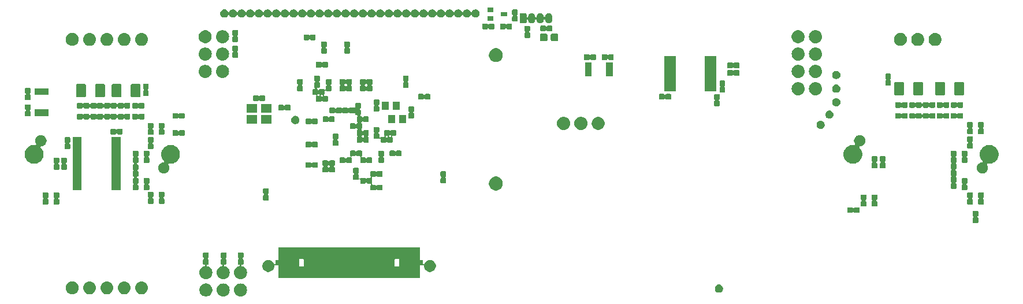
<source format=gbs>
G04 #@! TF.GenerationSoftware,KiCad,Pcbnew,6.0.0-rc1-unknown-8ecdf58~84~ubuntu16.04.1*
G04 #@! TF.CreationDate,2018-10-22T17:09:18+08:00*
G04 #@! TF.ProjectId,ovc2_stereo,6F7663325F73746572656F2E6B696361,rev?*
G04 #@! TF.SameCoordinates,Original*
G04 #@! TF.FileFunction,Soldermask,Bot*
G04 #@! TF.FilePolarity,Negative*
%FSLAX46Y46*%
G04 Gerber Fmt 4.6, Leading zero omitted, Abs format (unit mm)*
G04 Created by KiCad (PCBNEW 6.0.0-rc1-unknown-8ecdf58~84~ubuntu16.04.1) date Mon 22 Oct 2018 05:09:18 PM +08*
%MOMM*%
%LPD*%
G01*
G04 APERTURE LIST*
%ADD10C,0.100000*%
G04 APERTURE END LIST*
D10*
G36*
X98696448Y-104556873D02*
X98766232Y-104563746D01*
X98841268Y-104586508D01*
X98945309Y-104618068D01*
X99110347Y-104706283D01*
X99255001Y-104824999D01*
X99373717Y-104969653D01*
X99461932Y-105134691D01*
X99461932Y-105134692D01*
X99516254Y-105313768D01*
X99534596Y-105500000D01*
X99516254Y-105686232D01*
X99489093Y-105775770D01*
X99461932Y-105865309D01*
X99373717Y-106030347D01*
X99255001Y-106175001D01*
X99110347Y-106293717D01*
X98945309Y-106381932D01*
X98855770Y-106409093D01*
X98766232Y-106436254D01*
X98626666Y-106450000D01*
X98533334Y-106450000D01*
X98393768Y-106436254D01*
X98304230Y-106409093D01*
X98214691Y-106381932D01*
X98049653Y-106293717D01*
X97904999Y-106175001D01*
X97786283Y-106030347D01*
X97698068Y-105865309D01*
X97670907Y-105775770D01*
X97643746Y-105686232D01*
X97625404Y-105500000D01*
X97643746Y-105313768D01*
X97698068Y-105134692D01*
X97698068Y-105134691D01*
X97786283Y-104969653D01*
X97904999Y-104824999D01*
X98049653Y-104706283D01*
X98214691Y-104618068D01*
X98318732Y-104586508D01*
X98393768Y-104563746D01*
X98463552Y-104556873D01*
X98533334Y-104550000D01*
X98626666Y-104550000D01*
X98696448Y-104556873D01*
X98696448Y-104556873D01*
G37*
G36*
X93639452Y-104559127D02*
X93777105Y-104586508D01*
X93949994Y-104658121D01*
X94105590Y-104762087D01*
X94237913Y-104894410D01*
X94341879Y-105050006D01*
X94413492Y-105222895D01*
X94450000Y-105406433D01*
X94450000Y-105593567D01*
X94413492Y-105777105D01*
X94341879Y-105949994D01*
X94237913Y-106105590D01*
X94105590Y-106237913D01*
X93949994Y-106341879D01*
X93777105Y-106413492D01*
X93639451Y-106440873D01*
X93593568Y-106450000D01*
X93406432Y-106450000D01*
X93360549Y-106440873D01*
X93222895Y-106413492D01*
X93050006Y-106341879D01*
X92894410Y-106237913D01*
X92762087Y-106105590D01*
X92658121Y-105949994D01*
X92586508Y-105777105D01*
X92550000Y-105593567D01*
X92550000Y-105406433D01*
X92586508Y-105222895D01*
X92658121Y-105050006D01*
X92762087Y-104894410D01*
X92894410Y-104762087D01*
X93050006Y-104658121D01*
X93222895Y-104586508D01*
X93360548Y-104559127D01*
X93406432Y-104550000D01*
X93593568Y-104550000D01*
X93639452Y-104559127D01*
X93639452Y-104559127D01*
G37*
G36*
X96156448Y-104556873D02*
X96226232Y-104563746D01*
X96301268Y-104586508D01*
X96405309Y-104618068D01*
X96570347Y-104706283D01*
X96715001Y-104824999D01*
X96833717Y-104969653D01*
X96921932Y-105134691D01*
X96921932Y-105134692D01*
X96976254Y-105313768D01*
X96994596Y-105500000D01*
X96976254Y-105686232D01*
X96949093Y-105775770D01*
X96921932Y-105865309D01*
X96833717Y-106030347D01*
X96715001Y-106175001D01*
X96570347Y-106293717D01*
X96405309Y-106381932D01*
X96315770Y-106409093D01*
X96226232Y-106436254D01*
X96086666Y-106450000D01*
X95993334Y-106450000D01*
X95853768Y-106436254D01*
X95764230Y-106409093D01*
X95674691Y-106381932D01*
X95509653Y-106293717D01*
X95364999Y-106175001D01*
X95246283Y-106030347D01*
X95158068Y-105865309D01*
X95130907Y-105775770D01*
X95103746Y-105686232D01*
X95085404Y-105500000D01*
X95103746Y-105313768D01*
X95158068Y-105134692D01*
X95158068Y-105134691D01*
X95246283Y-104969653D01*
X95364999Y-104824999D01*
X95509653Y-104706283D01*
X95674691Y-104618068D01*
X95778732Y-104586508D01*
X95853768Y-104563746D01*
X95923552Y-104556873D01*
X95993334Y-104550000D01*
X96086666Y-104550000D01*
X96156448Y-104556873D01*
X96156448Y-104556873D01*
G37*
G36*
X76556448Y-104256873D02*
X76626232Y-104263746D01*
X76701268Y-104286508D01*
X76805309Y-104318068D01*
X76970347Y-104406283D01*
X77115001Y-104524999D01*
X77233717Y-104669653D01*
X77321932Y-104834691D01*
X77376254Y-105013769D01*
X77394596Y-105200000D01*
X77376254Y-105386231D01*
X77321932Y-105565309D01*
X77233717Y-105730347D01*
X77115001Y-105875001D01*
X76970347Y-105993717D01*
X76805309Y-106081932D01*
X76727318Y-106105590D01*
X76626232Y-106136254D01*
X76486666Y-106150000D01*
X76393334Y-106150000D01*
X76253768Y-106136254D01*
X76152682Y-106105590D01*
X76074691Y-106081932D01*
X75909653Y-105993717D01*
X75764999Y-105875001D01*
X75646283Y-105730347D01*
X75558068Y-105565309D01*
X75503746Y-105386231D01*
X75485404Y-105200000D01*
X75503746Y-105013769D01*
X75558068Y-104834691D01*
X75646283Y-104669653D01*
X75764999Y-104524999D01*
X75909653Y-104406283D01*
X76074691Y-104318068D01*
X76178732Y-104286508D01*
X76253768Y-104263746D01*
X76323552Y-104256873D01*
X76393334Y-104250000D01*
X76486666Y-104250000D01*
X76556448Y-104256873D01*
X76556448Y-104256873D01*
G37*
G36*
X79096448Y-104256873D02*
X79166232Y-104263746D01*
X79241268Y-104286508D01*
X79345309Y-104318068D01*
X79510347Y-104406283D01*
X79655001Y-104524999D01*
X79773717Y-104669653D01*
X79861932Y-104834691D01*
X79916254Y-105013769D01*
X79934596Y-105200000D01*
X79916254Y-105386231D01*
X79861932Y-105565309D01*
X79773717Y-105730347D01*
X79655001Y-105875001D01*
X79510347Y-105993717D01*
X79345309Y-106081932D01*
X79267318Y-106105590D01*
X79166232Y-106136254D01*
X79026666Y-106150000D01*
X78933334Y-106150000D01*
X78793768Y-106136254D01*
X78692682Y-106105590D01*
X78614691Y-106081932D01*
X78449653Y-105993717D01*
X78304999Y-105875001D01*
X78186283Y-105730347D01*
X78098068Y-105565309D01*
X78043746Y-105386231D01*
X78025404Y-105200000D01*
X78043746Y-105013769D01*
X78098068Y-104834691D01*
X78186283Y-104669653D01*
X78304999Y-104524999D01*
X78449653Y-104406283D01*
X78614691Y-104318068D01*
X78718732Y-104286508D01*
X78793768Y-104263746D01*
X78863552Y-104256873D01*
X78933334Y-104250000D01*
X79026666Y-104250000D01*
X79096448Y-104256873D01*
X79096448Y-104256873D01*
G37*
G36*
X84176448Y-104256873D02*
X84246232Y-104263746D01*
X84321268Y-104286508D01*
X84425309Y-104318068D01*
X84590347Y-104406283D01*
X84735001Y-104524999D01*
X84853717Y-104669653D01*
X84941932Y-104834691D01*
X84996254Y-105013769D01*
X85014596Y-105200000D01*
X84996254Y-105386231D01*
X84941932Y-105565309D01*
X84853717Y-105730347D01*
X84735001Y-105875001D01*
X84590347Y-105993717D01*
X84425309Y-106081932D01*
X84347318Y-106105590D01*
X84246232Y-106136254D01*
X84106666Y-106150000D01*
X84013334Y-106150000D01*
X83873768Y-106136254D01*
X83772682Y-106105590D01*
X83694691Y-106081932D01*
X83529653Y-105993717D01*
X83384999Y-105875001D01*
X83266283Y-105730347D01*
X83178068Y-105565309D01*
X83123746Y-105386231D01*
X83105404Y-105200000D01*
X83123746Y-105013769D01*
X83178068Y-104834691D01*
X83266283Y-104669653D01*
X83384999Y-104524999D01*
X83529653Y-104406283D01*
X83694691Y-104318068D01*
X83798732Y-104286508D01*
X83873768Y-104263746D01*
X83943552Y-104256873D01*
X84013334Y-104250000D01*
X84106666Y-104250000D01*
X84176448Y-104256873D01*
X84176448Y-104256873D01*
G37*
G36*
X81636448Y-104256873D02*
X81706232Y-104263746D01*
X81781268Y-104286508D01*
X81885309Y-104318068D01*
X82050347Y-104406283D01*
X82195001Y-104524999D01*
X82313717Y-104669653D01*
X82401932Y-104834691D01*
X82456254Y-105013769D01*
X82474596Y-105200000D01*
X82456254Y-105386231D01*
X82401932Y-105565309D01*
X82313717Y-105730347D01*
X82195001Y-105875001D01*
X82050347Y-105993717D01*
X81885309Y-106081932D01*
X81807318Y-106105590D01*
X81706232Y-106136254D01*
X81566666Y-106150000D01*
X81473334Y-106150000D01*
X81333768Y-106136254D01*
X81232682Y-106105590D01*
X81154691Y-106081932D01*
X80989653Y-105993717D01*
X80844999Y-105875001D01*
X80726283Y-105730347D01*
X80638068Y-105565309D01*
X80583746Y-105386231D01*
X80565404Y-105200000D01*
X80583746Y-105013769D01*
X80638068Y-104834691D01*
X80726283Y-104669653D01*
X80844999Y-104524999D01*
X80989653Y-104406283D01*
X81154691Y-104318068D01*
X81258732Y-104286508D01*
X81333768Y-104263746D01*
X81403552Y-104256873D01*
X81473334Y-104250000D01*
X81566666Y-104250000D01*
X81636448Y-104256873D01*
X81636448Y-104256873D01*
G37*
G36*
X74039452Y-104259127D02*
X74177105Y-104286508D01*
X74349994Y-104358121D01*
X74505590Y-104462087D01*
X74637913Y-104594410D01*
X74741879Y-104750006D01*
X74813492Y-104922895D01*
X74850000Y-105106433D01*
X74850000Y-105293567D01*
X74813492Y-105477105D01*
X74741879Y-105649994D01*
X74637913Y-105805590D01*
X74505590Y-105937913D01*
X74349994Y-106041879D01*
X74177105Y-106113492D01*
X74039452Y-106140873D01*
X73993568Y-106150000D01*
X73806432Y-106150000D01*
X73760548Y-106140873D01*
X73622895Y-106113492D01*
X73450006Y-106041879D01*
X73294410Y-105937913D01*
X73162087Y-105805590D01*
X73058121Y-105649994D01*
X72986508Y-105477105D01*
X72950000Y-105293567D01*
X72950000Y-105106433D01*
X72986508Y-104922895D01*
X73058121Y-104750006D01*
X73162087Y-104594410D01*
X73294410Y-104462087D01*
X73450006Y-104358121D01*
X73622895Y-104286508D01*
X73760548Y-104259127D01*
X73806432Y-104250000D01*
X73993568Y-104250000D01*
X74039452Y-104259127D01*
X74039452Y-104259127D01*
G37*
G36*
X168875012Y-104723057D02*
X168984207Y-104768287D01*
X169082481Y-104833952D01*
X169166048Y-104917519D01*
X169231713Y-105015793D01*
X169276943Y-105124988D01*
X169300000Y-105240904D01*
X169300000Y-105359096D01*
X169276943Y-105475012D01*
X169231713Y-105584207D01*
X169166048Y-105682481D01*
X169082481Y-105766048D01*
X168984207Y-105831713D01*
X168875012Y-105876943D01*
X168759096Y-105900000D01*
X168640904Y-105900000D01*
X168524988Y-105876943D01*
X168415793Y-105831713D01*
X168317519Y-105766048D01*
X168233952Y-105682481D01*
X168168287Y-105584207D01*
X168123057Y-105475012D01*
X168100000Y-105359096D01*
X168100000Y-105240904D01*
X168123057Y-105124988D01*
X168168287Y-105015793D01*
X168233952Y-104917519D01*
X168317519Y-104833952D01*
X168415793Y-104768287D01*
X168524988Y-104723057D01*
X168640904Y-104700000D01*
X168759096Y-104700000D01*
X168875012Y-104723057D01*
X168875012Y-104723057D01*
G37*
G36*
X98911219Y-100023187D02*
X98936433Y-100030835D01*
X98959665Y-100043254D01*
X98980032Y-100059968D01*
X98996746Y-100080335D01*
X99009165Y-100103567D01*
X99016813Y-100128781D01*
X99020000Y-100161141D01*
X99020000Y-100668859D01*
X99016813Y-100701219D01*
X99009165Y-100726433D01*
X98996746Y-100749665D01*
X98980032Y-100770032D01*
X98959667Y-100786745D01*
X98954026Y-100789760D01*
X98933651Y-100803374D01*
X98916324Y-100820702D01*
X98902710Y-100841076D01*
X98893333Y-100863715D01*
X98888553Y-100887749D01*
X98888553Y-100912253D01*
X98893334Y-100936287D01*
X98902711Y-100958925D01*
X98916325Y-100979300D01*
X98933653Y-100996627D01*
X98954026Y-101010240D01*
X98959667Y-101013255D01*
X98980032Y-101029968D01*
X98996746Y-101050335D01*
X99009165Y-101073567D01*
X99016813Y-101098781D01*
X99020000Y-101131141D01*
X99020000Y-101638859D01*
X99016813Y-101671219D01*
X99009165Y-101696433D01*
X98996746Y-101719665D01*
X98980032Y-101740032D01*
X98959665Y-101756746D01*
X98936433Y-101769165D01*
X98911219Y-101776813D01*
X98878859Y-101780000D01*
X98805390Y-101780000D01*
X98781004Y-101782402D01*
X98757555Y-101789515D01*
X98735944Y-101801066D01*
X98717002Y-101816612D01*
X98701456Y-101835554D01*
X98689905Y-101857165D01*
X98682792Y-101880614D01*
X98680390Y-101905000D01*
X98682792Y-101929386D01*
X98689905Y-101952835D01*
X98701456Y-101974446D01*
X98717002Y-101993388D01*
X98735944Y-102008934D01*
X98757555Y-102020485D01*
X98769096Y-102024615D01*
X98865749Y-102053934D01*
X98945309Y-102078068D01*
X99110347Y-102166283D01*
X99255001Y-102284999D01*
X99373717Y-102429653D01*
X99461932Y-102594691D01*
X99461932Y-102594692D01*
X99516254Y-102773768D01*
X99525239Y-102865000D01*
X99534596Y-102960000D01*
X99516254Y-103146231D01*
X99461932Y-103325309D01*
X99373717Y-103490347D01*
X99255001Y-103635001D01*
X99110347Y-103753717D01*
X98945309Y-103841932D01*
X98855770Y-103869093D01*
X98766232Y-103896254D01*
X98696448Y-103903127D01*
X98626666Y-103910000D01*
X98533334Y-103910000D01*
X98463552Y-103903127D01*
X98393768Y-103896254D01*
X98304230Y-103869093D01*
X98214691Y-103841932D01*
X98049653Y-103753717D01*
X97904999Y-103635001D01*
X97786283Y-103490347D01*
X97698068Y-103325309D01*
X97643746Y-103146231D01*
X97625404Y-102960000D01*
X97634761Y-102865000D01*
X97643746Y-102773768D01*
X97698068Y-102594692D01*
X97698068Y-102594691D01*
X97786283Y-102429653D01*
X97904999Y-102284999D01*
X98049653Y-102166283D01*
X98214691Y-102078068D01*
X98294251Y-102053934D01*
X98390899Y-102024616D01*
X98413534Y-102015240D01*
X98433909Y-102001627D01*
X98451236Y-101984299D01*
X98464850Y-101963925D01*
X98474227Y-101941286D01*
X98479008Y-101917253D01*
X98479008Y-101892748D01*
X98474228Y-101868715D01*
X98464850Y-101846076D01*
X98451237Y-101825701D01*
X98433909Y-101808374D01*
X98413535Y-101794760D01*
X98390896Y-101785383D01*
X98366863Y-101780602D01*
X98354610Y-101780000D01*
X98321141Y-101780000D01*
X98288781Y-101776813D01*
X98263567Y-101769165D01*
X98240335Y-101756746D01*
X98219968Y-101740032D01*
X98203254Y-101719665D01*
X98190835Y-101696433D01*
X98183187Y-101671219D01*
X98180000Y-101638859D01*
X98180000Y-101131141D01*
X98183187Y-101098781D01*
X98190835Y-101073567D01*
X98203254Y-101050335D01*
X98219968Y-101029968D01*
X98240333Y-101013255D01*
X98245974Y-101010240D01*
X98266349Y-100996626D01*
X98283676Y-100979298D01*
X98297290Y-100958924D01*
X98306667Y-100936285D01*
X98311447Y-100912251D01*
X98311447Y-100887747D01*
X98306666Y-100863713D01*
X98297289Y-100841075D01*
X98283675Y-100820700D01*
X98266347Y-100803373D01*
X98245974Y-100789760D01*
X98240333Y-100786745D01*
X98219968Y-100770032D01*
X98203254Y-100749665D01*
X98190835Y-100726433D01*
X98183187Y-100701219D01*
X98180000Y-100668859D01*
X98180000Y-100161141D01*
X98183187Y-100128781D01*
X98190835Y-100103567D01*
X98203254Y-100080335D01*
X98219968Y-100059968D01*
X98240335Y-100043254D01*
X98263567Y-100030835D01*
X98288781Y-100023187D01*
X98321141Y-100020000D01*
X98878859Y-100020000D01*
X98911219Y-100023187D01*
X98911219Y-100023187D01*
G37*
G36*
X96411219Y-100023187D02*
X96436433Y-100030835D01*
X96459665Y-100043254D01*
X96480032Y-100059968D01*
X96496746Y-100080335D01*
X96509165Y-100103567D01*
X96516813Y-100128781D01*
X96520000Y-100161141D01*
X96520000Y-100668859D01*
X96516813Y-100701219D01*
X96509165Y-100726433D01*
X96496746Y-100749665D01*
X96480032Y-100770032D01*
X96459667Y-100786745D01*
X96454026Y-100789760D01*
X96433651Y-100803374D01*
X96416324Y-100820702D01*
X96402710Y-100841076D01*
X96393333Y-100863715D01*
X96388553Y-100887749D01*
X96388553Y-100912253D01*
X96393334Y-100936287D01*
X96402711Y-100958925D01*
X96416325Y-100979300D01*
X96433653Y-100996627D01*
X96454026Y-101010240D01*
X96459667Y-101013255D01*
X96480032Y-101029968D01*
X96496746Y-101050335D01*
X96509165Y-101073567D01*
X96516813Y-101098781D01*
X96520000Y-101131141D01*
X96520000Y-101638859D01*
X96516813Y-101671219D01*
X96509165Y-101696433D01*
X96496746Y-101719665D01*
X96480032Y-101740032D01*
X96459665Y-101756746D01*
X96436433Y-101769165D01*
X96411219Y-101776813D01*
X96378859Y-101780000D01*
X96265390Y-101780000D01*
X96241004Y-101782402D01*
X96217555Y-101789515D01*
X96195944Y-101801066D01*
X96177002Y-101816612D01*
X96161456Y-101835554D01*
X96149905Y-101857165D01*
X96142792Y-101880614D01*
X96140390Y-101905000D01*
X96142792Y-101929386D01*
X96149905Y-101952835D01*
X96161456Y-101974446D01*
X96177002Y-101993388D01*
X96195944Y-102008934D01*
X96217555Y-102020485D01*
X96229096Y-102024615D01*
X96325749Y-102053934D01*
X96405309Y-102078068D01*
X96570347Y-102166283D01*
X96715001Y-102284999D01*
X96833717Y-102429653D01*
X96921932Y-102594691D01*
X96921932Y-102594692D01*
X96976254Y-102773768D01*
X96985239Y-102865000D01*
X96994596Y-102960000D01*
X96976254Y-103146231D01*
X96921932Y-103325309D01*
X96833717Y-103490347D01*
X96715001Y-103635001D01*
X96570347Y-103753717D01*
X96405309Y-103841932D01*
X96315770Y-103869093D01*
X96226232Y-103896254D01*
X96156448Y-103903127D01*
X96086666Y-103910000D01*
X95993334Y-103910000D01*
X95923552Y-103903127D01*
X95853768Y-103896254D01*
X95764230Y-103869093D01*
X95674691Y-103841932D01*
X95509653Y-103753717D01*
X95364999Y-103635001D01*
X95246283Y-103490347D01*
X95158068Y-103325309D01*
X95103746Y-103146231D01*
X95085404Y-102960000D01*
X95094761Y-102865000D01*
X95103746Y-102773768D01*
X95158068Y-102594692D01*
X95158068Y-102594691D01*
X95246283Y-102429653D01*
X95364999Y-102284999D01*
X95509653Y-102166283D01*
X95674691Y-102078068D01*
X95805500Y-102038388D01*
X95850993Y-102024588D01*
X95873629Y-102015211D01*
X95894004Y-102001597D01*
X95911331Y-101984270D01*
X95924945Y-101963896D01*
X95934322Y-101941257D01*
X95939103Y-101917223D01*
X95939103Y-101892719D01*
X95934323Y-101868686D01*
X95924945Y-101846047D01*
X95911331Y-101825672D01*
X95894004Y-101808345D01*
X95873630Y-101794731D01*
X95850991Y-101785354D01*
X95826958Y-101780573D01*
X95788781Y-101776813D01*
X95763567Y-101769165D01*
X95740335Y-101756746D01*
X95719968Y-101740032D01*
X95703254Y-101719665D01*
X95690835Y-101696433D01*
X95683187Y-101671219D01*
X95680000Y-101638859D01*
X95680000Y-101131141D01*
X95683187Y-101098781D01*
X95690835Y-101073567D01*
X95703254Y-101050335D01*
X95719968Y-101029968D01*
X95740333Y-101013255D01*
X95745974Y-101010240D01*
X95766349Y-100996626D01*
X95783676Y-100979298D01*
X95797290Y-100958924D01*
X95806667Y-100936285D01*
X95811447Y-100912251D01*
X95811447Y-100887747D01*
X95806666Y-100863713D01*
X95797289Y-100841075D01*
X95783675Y-100820700D01*
X95766347Y-100803373D01*
X95745974Y-100789760D01*
X95740333Y-100786745D01*
X95719968Y-100770032D01*
X95703254Y-100749665D01*
X95690835Y-100726433D01*
X95683187Y-100701219D01*
X95680000Y-100668859D01*
X95680000Y-100161141D01*
X95683187Y-100128781D01*
X95690835Y-100103567D01*
X95703254Y-100080335D01*
X95719968Y-100059968D01*
X95740335Y-100043254D01*
X95763567Y-100030835D01*
X95788781Y-100023187D01*
X95821141Y-100020000D01*
X96378859Y-100020000D01*
X96411219Y-100023187D01*
X96411219Y-100023187D01*
G37*
G36*
X93811219Y-100023187D02*
X93836433Y-100030835D01*
X93859665Y-100043254D01*
X93880032Y-100059968D01*
X93896746Y-100080335D01*
X93909165Y-100103567D01*
X93916813Y-100128781D01*
X93920000Y-100161141D01*
X93920000Y-100668859D01*
X93916813Y-100701219D01*
X93909165Y-100726433D01*
X93896746Y-100749665D01*
X93880032Y-100770032D01*
X93859667Y-100786745D01*
X93854026Y-100789760D01*
X93833651Y-100803374D01*
X93816324Y-100820702D01*
X93802710Y-100841076D01*
X93793333Y-100863715D01*
X93788553Y-100887749D01*
X93788553Y-100912253D01*
X93793334Y-100936287D01*
X93802711Y-100958925D01*
X93816325Y-100979300D01*
X93833653Y-100996627D01*
X93854026Y-101010240D01*
X93859667Y-101013255D01*
X93880032Y-101029968D01*
X93896746Y-101050335D01*
X93909165Y-101073567D01*
X93916813Y-101098781D01*
X93920000Y-101131141D01*
X93920000Y-101638859D01*
X93916813Y-101671219D01*
X93909165Y-101696433D01*
X93896746Y-101719665D01*
X93880032Y-101740032D01*
X93859665Y-101756746D01*
X93836433Y-101769165D01*
X93811219Y-101776813D01*
X93778859Y-101780000D01*
X93725390Y-101780000D01*
X93701004Y-101782402D01*
X93677555Y-101789515D01*
X93655944Y-101801066D01*
X93637002Y-101816612D01*
X93621456Y-101835554D01*
X93609905Y-101857165D01*
X93602792Y-101880614D01*
X93600390Y-101905000D01*
X93602792Y-101929386D01*
X93609905Y-101952835D01*
X93621456Y-101974446D01*
X93637002Y-101993388D01*
X93655944Y-102008934D01*
X93677555Y-102020485D01*
X93689096Y-102024615D01*
X93785749Y-102053934D01*
X93865309Y-102078068D01*
X94030347Y-102166283D01*
X94175001Y-102284999D01*
X94293717Y-102429653D01*
X94381932Y-102594691D01*
X94381932Y-102594692D01*
X94436254Y-102773768D01*
X94445239Y-102865000D01*
X94454596Y-102960000D01*
X94436254Y-103146231D01*
X94381932Y-103325309D01*
X94293717Y-103490347D01*
X94175001Y-103635001D01*
X94030347Y-103753717D01*
X93865309Y-103841932D01*
X93775770Y-103869093D01*
X93686232Y-103896254D01*
X93616448Y-103903127D01*
X93546666Y-103910000D01*
X93453334Y-103910000D01*
X93383552Y-103903127D01*
X93313768Y-103896254D01*
X93224230Y-103869093D01*
X93134691Y-103841932D01*
X92969653Y-103753717D01*
X92824999Y-103635001D01*
X92706283Y-103490347D01*
X92618068Y-103325309D01*
X92563746Y-103146231D01*
X92545404Y-102960000D01*
X92554761Y-102865000D01*
X92563746Y-102773768D01*
X92618068Y-102594692D01*
X92618068Y-102594691D01*
X92706283Y-102429653D01*
X92824999Y-102284999D01*
X92969653Y-102166283D01*
X93134691Y-102078068D01*
X93214251Y-102053934D01*
X93310899Y-102024616D01*
X93333534Y-102015240D01*
X93353909Y-102001627D01*
X93371236Y-101984299D01*
X93384850Y-101963925D01*
X93394227Y-101941286D01*
X93399008Y-101917253D01*
X93399008Y-101892748D01*
X93394228Y-101868715D01*
X93384850Y-101846076D01*
X93371237Y-101825701D01*
X93353909Y-101808374D01*
X93333535Y-101794760D01*
X93310896Y-101785383D01*
X93286863Y-101780602D01*
X93274610Y-101780000D01*
X93221141Y-101780000D01*
X93188781Y-101776813D01*
X93163567Y-101769165D01*
X93140335Y-101756746D01*
X93119968Y-101740032D01*
X93103254Y-101719665D01*
X93090835Y-101696433D01*
X93083187Y-101671219D01*
X93080000Y-101638859D01*
X93080000Y-101131141D01*
X93083187Y-101098781D01*
X93090835Y-101073567D01*
X93103254Y-101050335D01*
X93119968Y-101029968D01*
X93140333Y-101013255D01*
X93145974Y-101010240D01*
X93166349Y-100996626D01*
X93183676Y-100979298D01*
X93197290Y-100958924D01*
X93206667Y-100936285D01*
X93211447Y-100912251D01*
X93211447Y-100887747D01*
X93206666Y-100863713D01*
X93197289Y-100841075D01*
X93183675Y-100820700D01*
X93166347Y-100803373D01*
X93145974Y-100789760D01*
X93140333Y-100786745D01*
X93119968Y-100770032D01*
X93103254Y-100749665D01*
X93090835Y-100726433D01*
X93083187Y-100701219D01*
X93080000Y-100668859D01*
X93080000Y-100161141D01*
X93083187Y-100128781D01*
X93090835Y-100103567D01*
X93103254Y-100080335D01*
X93119968Y-100059968D01*
X93140335Y-100043254D01*
X93163567Y-100030835D01*
X93188781Y-100023187D01*
X93221141Y-100020000D01*
X93778859Y-100020000D01*
X93811219Y-100023187D01*
X93811219Y-100023187D01*
G37*
G36*
X124850000Y-101020000D02*
X124852402Y-101044386D01*
X124859515Y-101067835D01*
X124871066Y-101089446D01*
X124886612Y-101108388D01*
X124905554Y-101123934D01*
X124927165Y-101135485D01*
X124950614Y-101142598D01*
X124975000Y-101145000D01*
X125300000Y-101145000D01*
X125300000Y-101646153D01*
X125302402Y-101670539D01*
X125309515Y-101693988D01*
X125321066Y-101715599D01*
X125336612Y-101734541D01*
X125355554Y-101750087D01*
X125377165Y-101761638D01*
X125400614Y-101768751D01*
X125425000Y-101771153D01*
X125449386Y-101768751D01*
X125472835Y-101761638D01*
X125494446Y-101750087D01*
X125513388Y-101734541D01*
X125528934Y-101715599D01*
X125540485Y-101693989D01*
X125563321Y-101638859D01*
X125583447Y-101590269D01*
X125678111Y-101448595D01*
X125678113Y-101448592D01*
X125798592Y-101328113D01*
X125940268Y-101233448D01*
X125940269Y-101233447D01*
X126097689Y-101168242D01*
X126097690Y-101168242D01*
X126097692Y-101168241D01*
X126264804Y-101135000D01*
X126435196Y-101135000D01*
X126602308Y-101168241D01*
X126602310Y-101168242D01*
X126602311Y-101168242D01*
X126759731Y-101233447D01*
X126759732Y-101233448D01*
X126901408Y-101328113D01*
X127021887Y-101448592D01*
X127021889Y-101448595D01*
X127116553Y-101590269D01*
X127181758Y-101747689D01*
X127181759Y-101747692D01*
X127215000Y-101914804D01*
X127215000Y-102085196D01*
X127198871Y-102166283D01*
X127181758Y-102252311D01*
X127116553Y-102409731D01*
X127116552Y-102409732D01*
X127021887Y-102551408D01*
X126901408Y-102671887D01*
X126901405Y-102671889D01*
X126759731Y-102766553D01*
X126602311Y-102831758D01*
X126602310Y-102831758D01*
X126602308Y-102831759D01*
X126435196Y-102865000D01*
X126264804Y-102865000D01*
X126097692Y-102831759D01*
X126097690Y-102831758D01*
X126097689Y-102831758D01*
X125940269Y-102766553D01*
X125798595Y-102671889D01*
X125798592Y-102671887D01*
X125678113Y-102551408D01*
X125583448Y-102409732D01*
X125583447Y-102409731D01*
X125518242Y-102252311D01*
X125501130Y-102166283D01*
X125485000Y-102085196D01*
X125485000Y-101980000D01*
X125482598Y-101955614D01*
X125475485Y-101932165D01*
X125463934Y-101910554D01*
X125448388Y-101891612D01*
X125429446Y-101876066D01*
X125407835Y-101864515D01*
X125384386Y-101857402D01*
X125360000Y-101855000D01*
X124975000Y-101855000D01*
X124950614Y-101857402D01*
X124927165Y-101864515D01*
X124905554Y-101876066D01*
X124886612Y-101891612D01*
X124871066Y-101910554D01*
X124859515Y-101932165D01*
X124852402Y-101955614D01*
X124850000Y-101980000D01*
X124850000Y-103775000D01*
X104150000Y-103775000D01*
X104150000Y-101980000D01*
X104147598Y-101955614D01*
X104140485Y-101932165D01*
X104128934Y-101910554D01*
X104113388Y-101891612D01*
X104094446Y-101876066D01*
X104072835Y-101864515D01*
X104049386Y-101857402D01*
X104025000Y-101855000D01*
X103640000Y-101855000D01*
X103615614Y-101857402D01*
X103592165Y-101864515D01*
X103570554Y-101876066D01*
X103551612Y-101891612D01*
X103536066Y-101910554D01*
X103524515Y-101932165D01*
X103517402Y-101955614D01*
X103515000Y-101980000D01*
X103515000Y-102085196D01*
X103498871Y-102166283D01*
X103481758Y-102252311D01*
X103416553Y-102409731D01*
X103416552Y-102409732D01*
X103321887Y-102551408D01*
X103201408Y-102671887D01*
X103201405Y-102671889D01*
X103059731Y-102766553D01*
X102902311Y-102831758D01*
X102902310Y-102831758D01*
X102902308Y-102831759D01*
X102735196Y-102865000D01*
X102564804Y-102865000D01*
X102397692Y-102831759D01*
X102397690Y-102831758D01*
X102397689Y-102831758D01*
X102240269Y-102766553D01*
X102098595Y-102671889D01*
X102098592Y-102671887D01*
X101978113Y-102551408D01*
X101883448Y-102409732D01*
X101883447Y-102409731D01*
X101818242Y-102252311D01*
X101801130Y-102166283D01*
X101785000Y-102085196D01*
X101785000Y-101914804D01*
X101818241Y-101747692D01*
X101818242Y-101747689D01*
X101883447Y-101590269D01*
X101978111Y-101448595D01*
X101978113Y-101448592D01*
X102098592Y-101328113D01*
X102240268Y-101233448D01*
X102240269Y-101233447D01*
X102397689Y-101168242D01*
X102397690Y-101168242D01*
X102397692Y-101168241D01*
X102564804Y-101135000D01*
X102735196Y-101135000D01*
X102902308Y-101168241D01*
X102902310Y-101168242D01*
X102902311Y-101168242D01*
X103059731Y-101233447D01*
X103059732Y-101233448D01*
X103201408Y-101328113D01*
X103321887Y-101448592D01*
X103321889Y-101448595D01*
X103416553Y-101590269D01*
X103436679Y-101638859D01*
X103459515Y-101693989D01*
X103471067Y-101715600D01*
X103486612Y-101734542D01*
X103505554Y-101750087D01*
X103527165Y-101761638D01*
X103550614Y-101768751D01*
X103575000Y-101771153D01*
X103599387Y-101768751D01*
X103622836Y-101761638D01*
X103644447Y-101750086D01*
X103663389Y-101734541D01*
X103678934Y-101715599D01*
X103690485Y-101693988D01*
X103697598Y-101670539D01*
X103700000Y-101646153D01*
X103700000Y-101145000D01*
X104025000Y-101145000D01*
X104049386Y-101142598D01*
X104072835Y-101135485D01*
X104094446Y-101123934D01*
X104113388Y-101108388D01*
X104128934Y-101089446D01*
X104140485Y-101067835D01*
X104145895Y-101050000D01*
X107175000Y-101050000D01*
X107175000Y-101950000D01*
X107177402Y-101974386D01*
X107184515Y-101997835D01*
X107196066Y-102019446D01*
X107211612Y-102038388D01*
X107230554Y-102053934D01*
X107252165Y-102065485D01*
X107275614Y-102072598D01*
X107300000Y-102075000D01*
X107700000Y-102075000D01*
X107724386Y-102072598D01*
X107747835Y-102065485D01*
X107769446Y-102053934D01*
X107788388Y-102038388D01*
X107803934Y-102019446D01*
X107815485Y-101997835D01*
X107822598Y-101974386D01*
X107825000Y-101950000D01*
X107825000Y-101050000D01*
X121175000Y-101050000D01*
X121175000Y-101950000D01*
X121177402Y-101974386D01*
X121184515Y-101997835D01*
X121196066Y-102019446D01*
X121211612Y-102038388D01*
X121230554Y-102053934D01*
X121252165Y-102065485D01*
X121275614Y-102072598D01*
X121300000Y-102075000D01*
X121700000Y-102075000D01*
X121724386Y-102072598D01*
X121747835Y-102065485D01*
X121769446Y-102053934D01*
X121788388Y-102038388D01*
X121803934Y-102019446D01*
X121815485Y-101997835D01*
X121822598Y-101974386D01*
X121825000Y-101950000D01*
X121825000Y-101050000D01*
X121822598Y-101025614D01*
X121815485Y-101002165D01*
X121803934Y-100980554D01*
X121788388Y-100961612D01*
X121769446Y-100946066D01*
X121747835Y-100934515D01*
X121724386Y-100927402D01*
X121700000Y-100925000D01*
X121300000Y-100925000D01*
X121275614Y-100927402D01*
X121252165Y-100934515D01*
X121230554Y-100946066D01*
X121211612Y-100961612D01*
X121196066Y-100980554D01*
X121184515Y-101002165D01*
X121177402Y-101025614D01*
X121175000Y-101050000D01*
X107825000Y-101050000D01*
X107822598Y-101025614D01*
X107815485Y-101002165D01*
X107803934Y-100980554D01*
X107788388Y-100961612D01*
X107769446Y-100946066D01*
X107747835Y-100934515D01*
X107724386Y-100927402D01*
X107700000Y-100925000D01*
X107300000Y-100925000D01*
X107275614Y-100927402D01*
X107252165Y-100934515D01*
X107230554Y-100946066D01*
X107211612Y-100961612D01*
X107196066Y-100980554D01*
X107184515Y-101002165D01*
X107177402Y-101025614D01*
X107175000Y-101050000D01*
X104145895Y-101050000D01*
X104147598Y-101044386D01*
X104150000Y-101020000D01*
X104150000Y-99225000D01*
X124850000Y-99225000D01*
X124850000Y-101020000D01*
X124850000Y-101020000D01*
G37*
G36*
X206611219Y-93923187D02*
X206636433Y-93930835D01*
X206659665Y-93943254D01*
X206680032Y-93959968D01*
X206696746Y-93980335D01*
X206709165Y-94003567D01*
X206716813Y-94028781D01*
X206720000Y-94061141D01*
X206720000Y-94568859D01*
X206716813Y-94601219D01*
X206709165Y-94626433D01*
X206696746Y-94649665D01*
X206680032Y-94670032D01*
X206659667Y-94686745D01*
X206654026Y-94689760D01*
X206633651Y-94703374D01*
X206616324Y-94720702D01*
X206602710Y-94741076D01*
X206593333Y-94763715D01*
X206588553Y-94787749D01*
X206588553Y-94812253D01*
X206593334Y-94836287D01*
X206602711Y-94858925D01*
X206616325Y-94879300D01*
X206633653Y-94896627D01*
X206654026Y-94910240D01*
X206659667Y-94913255D01*
X206680032Y-94929968D01*
X206696746Y-94950335D01*
X206709165Y-94973567D01*
X206716813Y-94998781D01*
X206720000Y-95031141D01*
X206720000Y-95538859D01*
X206716813Y-95571219D01*
X206709165Y-95596433D01*
X206696746Y-95619665D01*
X206680032Y-95640032D01*
X206659665Y-95656746D01*
X206636433Y-95669165D01*
X206611219Y-95676813D01*
X206578859Y-95680000D01*
X206021141Y-95680000D01*
X205988781Y-95676813D01*
X205963567Y-95669165D01*
X205940335Y-95656746D01*
X205919968Y-95640032D01*
X205903254Y-95619665D01*
X205890835Y-95596433D01*
X205883187Y-95571219D01*
X205880000Y-95538859D01*
X205880000Y-95031141D01*
X205883187Y-94998781D01*
X205890835Y-94973567D01*
X205903254Y-94950335D01*
X205919968Y-94929968D01*
X205940333Y-94913255D01*
X205945974Y-94910240D01*
X205966349Y-94896626D01*
X205983676Y-94879298D01*
X205997290Y-94858924D01*
X206006667Y-94836285D01*
X206011447Y-94812251D01*
X206011447Y-94787747D01*
X206006666Y-94763713D01*
X205997289Y-94741075D01*
X205983675Y-94720700D01*
X205966347Y-94703373D01*
X205945974Y-94689760D01*
X205940333Y-94686745D01*
X205919968Y-94670032D01*
X205903254Y-94649665D01*
X205890835Y-94626433D01*
X205883187Y-94601219D01*
X205880000Y-94568859D01*
X205880000Y-94061141D01*
X205883187Y-94028781D01*
X205890835Y-94003567D01*
X205903254Y-93980335D01*
X205919968Y-93959968D01*
X205940335Y-93943254D01*
X205963567Y-93930835D01*
X205988781Y-93923187D01*
X206021141Y-93920000D01*
X206578859Y-93920000D01*
X206611219Y-93923187D01*
X206611219Y-93923187D01*
G37*
G36*
X188201219Y-93383187D02*
X188226433Y-93390835D01*
X188249665Y-93403254D01*
X188270032Y-93419968D01*
X188286745Y-93440333D01*
X188289760Y-93445974D01*
X188303374Y-93466349D01*
X188320702Y-93483676D01*
X188341076Y-93497290D01*
X188363715Y-93506667D01*
X188387749Y-93511447D01*
X188412253Y-93511447D01*
X188436287Y-93506666D01*
X188458925Y-93497289D01*
X188479300Y-93483675D01*
X188496627Y-93466347D01*
X188510240Y-93445974D01*
X188513255Y-93440333D01*
X188529968Y-93419968D01*
X188550335Y-93403254D01*
X188573567Y-93390835D01*
X188598781Y-93383187D01*
X188631141Y-93380000D01*
X189138859Y-93380000D01*
X189171219Y-93383187D01*
X189196433Y-93390835D01*
X189219665Y-93403254D01*
X189240032Y-93419968D01*
X189256746Y-93440335D01*
X189269165Y-93463567D01*
X189276813Y-93488781D01*
X189280000Y-93521141D01*
X189280000Y-94078859D01*
X189276813Y-94111219D01*
X189269165Y-94136433D01*
X189256746Y-94159665D01*
X189240032Y-94180032D01*
X189219665Y-94196746D01*
X189196433Y-94209165D01*
X189171219Y-94216813D01*
X189138859Y-94220000D01*
X188631141Y-94220000D01*
X188598781Y-94216813D01*
X188573567Y-94209165D01*
X188550335Y-94196746D01*
X188529968Y-94180032D01*
X188513255Y-94159667D01*
X188510240Y-94154026D01*
X188496626Y-94133651D01*
X188479298Y-94116324D01*
X188458924Y-94102710D01*
X188436285Y-94093333D01*
X188412251Y-94088553D01*
X188387747Y-94088553D01*
X188363713Y-94093334D01*
X188341075Y-94102711D01*
X188320700Y-94116325D01*
X188303373Y-94133653D01*
X188289760Y-94154026D01*
X188286745Y-94159667D01*
X188270032Y-94180032D01*
X188249665Y-94196746D01*
X188226433Y-94209165D01*
X188201219Y-94216813D01*
X188168859Y-94220000D01*
X187661141Y-94220000D01*
X187628781Y-94216813D01*
X187603567Y-94209165D01*
X187580335Y-94196746D01*
X187559968Y-94180032D01*
X187543254Y-94159665D01*
X187530835Y-94136433D01*
X187523187Y-94111219D01*
X187520000Y-94078859D01*
X187520000Y-93521141D01*
X187523187Y-93488781D01*
X187530835Y-93463567D01*
X187543254Y-93440335D01*
X187559968Y-93419968D01*
X187580335Y-93403254D01*
X187603567Y-93390835D01*
X187628781Y-93383187D01*
X187661141Y-93380000D01*
X188168859Y-93380000D01*
X188201219Y-93383187D01*
X188201219Y-93383187D01*
G37*
G36*
X190211219Y-91523187D02*
X190236433Y-91530835D01*
X190259665Y-91543254D01*
X190280032Y-91559968D01*
X190296746Y-91580335D01*
X190309165Y-91603567D01*
X190316813Y-91628781D01*
X190320000Y-91661141D01*
X190320000Y-92168859D01*
X190316813Y-92201219D01*
X190309165Y-92226433D01*
X190296746Y-92249665D01*
X190280032Y-92270032D01*
X190259667Y-92286745D01*
X190254026Y-92289760D01*
X190233651Y-92303374D01*
X190216324Y-92320702D01*
X190202710Y-92341076D01*
X190193333Y-92363715D01*
X190188553Y-92387749D01*
X190188553Y-92412253D01*
X190193334Y-92436287D01*
X190202711Y-92458925D01*
X190216325Y-92479300D01*
X190233653Y-92496627D01*
X190254026Y-92510240D01*
X190259667Y-92513255D01*
X190280032Y-92529968D01*
X190296746Y-92550335D01*
X190309165Y-92573567D01*
X190316813Y-92598781D01*
X190320000Y-92631141D01*
X190320000Y-93138859D01*
X190316813Y-93171219D01*
X190309165Y-93196433D01*
X190296746Y-93219665D01*
X190280032Y-93240032D01*
X190259665Y-93256746D01*
X190236433Y-93269165D01*
X190211219Y-93276813D01*
X190178859Y-93280000D01*
X189621141Y-93280000D01*
X189588781Y-93276813D01*
X189563567Y-93269165D01*
X189540335Y-93256746D01*
X189519968Y-93240032D01*
X189503254Y-93219665D01*
X189490835Y-93196433D01*
X189483187Y-93171219D01*
X189480000Y-93138859D01*
X189480000Y-92631141D01*
X189483187Y-92598781D01*
X189490835Y-92573567D01*
X189503254Y-92550335D01*
X189519968Y-92529968D01*
X189540333Y-92513255D01*
X189545974Y-92510240D01*
X189566349Y-92496626D01*
X189583676Y-92479298D01*
X189597290Y-92458924D01*
X189606667Y-92436285D01*
X189611447Y-92412251D01*
X189611447Y-92387747D01*
X189606666Y-92363713D01*
X189597289Y-92341075D01*
X189583675Y-92320700D01*
X189566347Y-92303373D01*
X189545974Y-92289760D01*
X189540333Y-92286745D01*
X189519968Y-92270032D01*
X189503254Y-92249665D01*
X189490835Y-92226433D01*
X189483187Y-92201219D01*
X189480000Y-92168859D01*
X189480000Y-91661141D01*
X189483187Y-91628781D01*
X189490835Y-91603567D01*
X189503254Y-91580335D01*
X189519968Y-91559968D01*
X189540335Y-91543254D01*
X189563567Y-91530835D01*
X189588781Y-91523187D01*
X189621141Y-91520000D01*
X190178859Y-91520000D01*
X190211219Y-91523187D01*
X190211219Y-91523187D01*
G37*
G36*
X191811219Y-91523187D02*
X191836433Y-91530835D01*
X191859665Y-91543254D01*
X191880032Y-91559968D01*
X191896746Y-91580335D01*
X191909165Y-91603567D01*
X191916813Y-91628781D01*
X191920000Y-91661141D01*
X191920000Y-92168859D01*
X191916813Y-92201219D01*
X191909165Y-92226433D01*
X191896746Y-92249665D01*
X191880032Y-92270032D01*
X191859667Y-92286745D01*
X191854026Y-92289760D01*
X191833651Y-92303374D01*
X191816324Y-92320702D01*
X191802710Y-92341076D01*
X191793333Y-92363715D01*
X191788553Y-92387749D01*
X191788553Y-92412253D01*
X191793334Y-92436287D01*
X191802711Y-92458925D01*
X191816325Y-92479300D01*
X191833653Y-92496627D01*
X191854026Y-92510240D01*
X191859667Y-92513255D01*
X191880032Y-92529968D01*
X191896746Y-92550335D01*
X191909165Y-92573567D01*
X191916813Y-92598781D01*
X191920000Y-92631141D01*
X191920000Y-93138859D01*
X191916813Y-93171219D01*
X191909165Y-93196433D01*
X191896746Y-93219665D01*
X191880032Y-93240032D01*
X191859665Y-93256746D01*
X191836433Y-93269165D01*
X191811219Y-93276813D01*
X191778859Y-93280000D01*
X191221141Y-93280000D01*
X191188781Y-93276813D01*
X191163567Y-93269165D01*
X191140335Y-93256746D01*
X191119968Y-93240032D01*
X191103254Y-93219665D01*
X191090835Y-93196433D01*
X191083187Y-93171219D01*
X191080000Y-93138859D01*
X191080000Y-92631141D01*
X191083187Y-92598781D01*
X191090835Y-92573567D01*
X191103254Y-92550335D01*
X191119968Y-92529968D01*
X191140333Y-92513255D01*
X191145974Y-92510240D01*
X191166349Y-92496626D01*
X191183676Y-92479298D01*
X191197290Y-92458924D01*
X191206667Y-92436285D01*
X191211447Y-92412251D01*
X191211447Y-92387747D01*
X191206666Y-92363713D01*
X191197289Y-92341075D01*
X191183675Y-92320700D01*
X191166347Y-92303373D01*
X191145974Y-92289760D01*
X191140333Y-92286745D01*
X191119968Y-92270032D01*
X191103254Y-92249665D01*
X191090835Y-92226433D01*
X191083187Y-92201219D01*
X191080000Y-92168859D01*
X191080000Y-91661141D01*
X191083187Y-91628781D01*
X191090835Y-91603567D01*
X191103254Y-91580335D01*
X191119968Y-91559968D01*
X191140335Y-91543254D01*
X191163567Y-91530835D01*
X191188781Y-91523187D01*
X191221141Y-91520000D01*
X191778859Y-91520000D01*
X191811219Y-91523187D01*
X191811219Y-91523187D01*
G37*
G36*
X207411219Y-91223187D02*
X207436433Y-91230835D01*
X207459665Y-91243254D01*
X207480032Y-91259968D01*
X207496746Y-91280335D01*
X207509165Y-91303567D01*
X207516813Y-91328781D01*
X207520000Y-91361141D01*
X207520000Y-91868859D01*
X207516813Y-91901219D01*
X207509165Y-91926433D01*
X207496746Y-91949665D01*
X207480032Y-91970032D01*
X207459667Y-91986745D01*
X207454026Y-91989760D01*
X207433651Y-92003374D01*
X207416324Y-92020702D01*
X207402710Y-92041076D01*
X207393333Y-92063715D01*
X207388553Y-92087749D01*
X207388553Y-92112253D01*
X207393334Y-92136287D01*
X207402711Y-92158925D01*
X207416325Y-92179300D01*
X207433653Y-92196627D01*
X207454026Y-92210240D01*
X207459667Y-92213255D01*
X207480032Y-92229968D01*
X207496746Y-92250335D01*
X207509165Y-92273567D01*
X207516813Y-92298781D01*
X207520000Y-92331141D01*
X207520000Y-92838859D01*
X207516813Y-92871219D01*
X207509165Y-92896433D01*
X207496746Y-92919665D01*
X207480032Y-92940032D01*
X207459665Y-92956746D01*
X207436433Y-92969165D01*
X207411219Y-92976813D01*
X207378859Y-92980000D01*
X206821141Y-92980000D01*
X206788781Y-92976813D01*
X206763567Y-92969165D01*
X206740335Y-92956746D01*
X206719968Y-92940032D01*
X206703254Y-92919665D01*
X206690835Y-92896433D01*
X206683187Y-92871219D01*
X206680000Y-92838859D01*
X206680000Y-92331141D01*
X206683187Y-92298781D01*
X206690835Y-92273567D01*
X206703254Y-92250335D01*
X206719968Y-92229968D01*
X206740333Y-92213255D01*
X206745974Y-92210240D01*
X206766349Y-92196626D01*
X206783676Y-92179298D01*
X206797290Y-92158924D01*
X206806667Y-92136285D01*
X206811447Y-92112251D01*
X206811447Y-92087747D01*
X206806666Y-92063713D01*
X206797289Y-92041075D01*
X206783675Y-92020700D01*
X206766347Y-92003373D01*
X206745974Y-91989760D01*
X206740333Y-91986745D01*
X206719968Y-91970032D01*
X206703254Y-91949665D01*
X206690835Y-91926433D01*
X206683187Y-91901219D01*
X206680000Y-91868859D01*
X206680000Y-91361141D01*
X206683187Y-91328781D01*
X206690835Y-91303567D01*
X206703254Y-91280335D01*
X206719968Y-91259968D01*
X206740335Y-91243254D01*
X206763567Y-91230835D01*
X206788781Y-91223187D01*
X206821141Y-91220000D01*
X207378859Y-91220000D01*
X207411219Y-91223187D01*
X207411219Y-91223187D01*
G37*
G36*
X70311219Y-91223187D02*
X70336433Y-91230835D01*
X70359665Y-91243254D01*
X70380032Y-91259968D01*
X70396746Y-91280335D01*
X70409165Y-91303567D01*
X70416813Y-91328781D01*
X70420000Y-91361141D01*
X70420000Y-91868859D01*
X70416813Y-91901219D01*
X70409165Y-91926433D01*
X70396746Y-91949665D01*
X70380032Y-91970032D01*
X70359667Y-91986745D01*
X70354026Y-91989760D01*
X70333651Y-92003374D01*
X70316324Y-92020702D01*
X70302710Y-92041076D01*
X70293333Y-92063715D01*
X70288553Y-92087749D01*
X70288553Y-92112253D01*
X70293334Y-92136287D01*
X70302711Y-92158925D01*
X70316325Y-92179300D01*
X70333653Y-92196627D01*
X70354026Y-92210240D01*
X70359667Y-92213255D01*
X70380032Y-92229968D01*
X70396746Y-92250335D01*
X70409165Y-92273567D01*
X70416813Y-92298781D01*
X70420000Y-92331141D01*
X70420000Y-92838859D01*
X70416813Y-92871219D01*
X70409165Y-92896433D01*
X70396746Y-92919665D01*
X70380032Y-92940032D01*
X70359665Y-92956746D01*
X70336433Y-92969165D01*
X70311219Y-92976813D01*
X70278859Y-92980000D01*
X69721141Y-92980000D01*
X69688781Y-92976813D01*
X69663567Y-92969165D01*
X69640335Y-92956746D01*
X69619968Y-92940032D01*
X69603254Y-92919665D01*
X69590835Y-92896433D01*
X69583187Y-92871219D01*
X69580000Y-92838859D01*
X69580000Y-92331141D01*
X69583187Y-92298781D01*
X69590835Y-92273567D01*
X69603254Y-92250335D01*
X69619968Y-92229968D01*
X69640333Y-92213255D01*
X69645974Y-92210240D01*
X69666349Y-92196626D01*
X69683676Y-92179298D01*
X69697290Y-92158924D01*
X69706667Y-92136285D01*
X69711447Y-92112251D01*
X69711447Y-92087747D01*
X69706666Y-92063713D01*
X69697289Y-92041075D01*
X69683675Y-92020700D01*
X69666347Y-92003373D01*
X69645974Y-91989760D01*
X69640333Y-91986745D01*
X69619968Y-91970032D01*
X69603254Y-91949665D01*
X69590835Y-91926433D01*
X69583187Y-91901219D01*
X69580000Y-91868859D01*
X69580000Y-91361141D01*
X69583187Y-91328781D01*
X69590835Y-91303567D01*
X69603254Y-91280335D01*
X69619968Y-91259968D01*
X69640335Y-91243254D01*
X69663567Y-91230835D01*
X69688781Y-91223187D01*
X69721141Y-91220000D01*
X70278859Y-91220000D01*
X70311219Y-91223187D01*
X70311219Y-91223187D01*
G37*
G36*
X71911219Y-91223187D02*
X71936433Y-91230835D01*
X71959665Y-91243254D01*
X71980032Y-91259968D01*
X71996746Y-91280335D01*
X72009165Y-91303567D01*
X72016813Y-91328781D01*
X72020000Y-91361141D01*
X72020000Y-91868859D01*
X72016813Y-91901219D01*
X72009165Y-91926433D01*
X71996746Y-91949665D01*
X71980032Y-91970032D01*
X71959667Y-91986745D01*
X71954026Y-91989760D01*
X71933651Y-92003374D01*
X71916324Y-92020702D01*
X71902710Y-92041076D01*
X71893333Y-92063715D01*
X71888553Y-92087749D01*
X71888553Y-92112253D01*
X71893334Y-92136287D01*
X71902711Y-92158925D01*
X71916325Y-92179300D01*
X71933653Y-92196627D01*
X71954026Y-92210240D01*
X71959667Y-92213255D01*
X71980032Y-92229968D01*
X71996746Y-92250335D01*
X72009165Y-92273567D01*
X72016813Y-92298781D01*
X72020000Y-92331141D01*
X72020000Y-92838859D01*
X72016813Y-92871219D01*
X72009165Y-92896433D01*
X71996746Y-92919665D01*
X71980032Y-92940032D01*
X71959665Y-92956746D01*
X71936433Y-92969165D01*
X71911219Y-92976813D01*
X71878859Y-92980000D01*
X71321141Y-92980000D01*
X71288781Y-92976813D01*
X71263567Y-92969165D01*
X71240335Y-92956746D01*
X71219968Y-92940032D01*
X71203254Y-92919665D01*
X71190835Y-92896433D01*
X71183187Y-92871219D01*
X71180000Y-92838859D01*
X71180000Y-92331141D01*
X71183187Y-92298781D01*
X71190835Y-92273567D01*
X71203254Y-92250335D01*
X71219968Y-92229968D01*
X71240333Y-92213255D01*
X71245974Y-92210240D01*
X71266349Y-92196626D01*
X71283676Y-92179298D01*
X71297290Y-92158924D01*
X71306667Y-92136285D01*
X71311447Y-92112251D01*
X71311447Y-92087747D01*
X71306666Y-92063713D01*
X71297289Y-92041075D01*
X71283675Y-92020700D01*
X71266347Y-92003373D01*
X71245974Y-91989760D01*
X71240333Y-91986745D01*
X71219968Y-91970032D01*
X71203254Y-91949665D01*
X71190835Y-91926433D01*
X71183187Y-91901219D01*
X71180000Y-91868859D01*
X71180000Y-91361141D01*
X71183187Y-91328781D01*
X71190835Y-91303567D01*
X71203254Y-91280335D01*
X71219968Y-91259968D01*
X71240335Y-91243254D01*
X71263567Y-91230835D01*
X71288781Y-91223187D01*
X71321141Y-91220000D01*
X71878859Y-91220000D01*
X71911219Y-91223187D01*
X71911219Y-91223187D01*
G37*
G36*
X205811219Y-91223187D02*
X205836433Y-91230835D01*
X205859665Y-91243254D01*
X205880032Y-91259968D01*
X205896746Y-91280335D01*
X205909165Y-91303567D01*
X205916813Y-91328781D01*
X205920000Y-91361141D01*
X205920000Y-91868859D01*
X205916813Y-91901219D01*
X205909165Y-91926433D01*
X205896746Y-91949665D01*
X205880032Y-91970032D01*
X205859667Y-91986745D01*
X205854026Y-91989760D01*
X205833651Y-92003374D01*
X205816324Y-92020702D01*
X205802710Y-92041076D01*
X205793333Y-92063715D01*
X205788553Y-92087749D01*
X205788553Y-92112253D01*
X205793334Y-92136287D01*
X205802711Y-92158925D01*
X205816325Y-92179300D01*
X205833653Y-92196627D01*
X205854026Y-92210240D01*
X205859667Y-92213255D01*
X205880032Y-92229968D01*
X205896746Y-92250335D01*
X205909165Y-92273567D01*
X205916813Y-92298781D01*
X205920000Y-92331141D01*
X205920000Y-92838859D01*
X205916813Y-92871219D01*
X205909165Y-92896433D01*
X205896746Y-92919665D01*
X205880032Y-92940032D01*
X205859665Y-92956746D01*
X205836433Y-92969165D01*
X205811219Y-92976813D01*
X205778859Y-92980000D01*
X205221141Y-92980000D01*
X205188781Y-92976813D01*
X205163567Y-92969165D01*
X205140335Y-92956746D01*
X205119968Y-92940032D01*
X205103254Y-92919665D01*
X205090835Y-92896433D01*
X205083187Y-92871219D01*
X205080000Y-92838859D01*
X205080000Y-92331141D01*
X205083187Y-92298781D01*
X205090835Y-92273567D01*
X205103254Y-92250335D01*
X205119968Y-92229968D01*
X205140333Y-92213255D01*
X205145974Y-92210240D01*
X205166349Y-92196626D01*
X205183676Y-92179298D01*
X205197290Y-92158924D01*
X205206667Y-92136285D01*
X205211447Y-92112251D01*
X205211447Y-92087747D01*
X205206666Y-92063713D01*
X205197289Y-92041075D01*
X205183675Y-92020700D01*
X205166347Y-92003373D01*
X205145974Y-91989760D01*
X205140333Y-91986745D01*
X205119968Y-91970032D01*
X205103254Y-91949665D01*
X205090835Y-91926433D01*
X205083187Y-91901219D01*
X205080000Y-91868859D01*
X205080000Y-91361141D01*
X205083187Y-91328781D01*
X205090835Y-91303567D01*
X205103254Y-91280335D01*
X205119968Y-91259968D01*
X205140335Y-91243254D01*
X205163567Y-91230835D01*
X205188781Y-91223187D01*
X205221141Y-91220000D01*
X205778859Y-91220000D01*
X205811219Y-91223187D01*
X205811219Y-91223187D01*
G37*
G36*
X87311219Y-91123187D02*
X87336433Y-91130835D01*
X87359665Y-91143254D01*
X87380032Y-91159968D01*
X87396746Y-91180335D01*
X87409165Y-91203567D01*
X87416813Y-91228781D01*
X87420000Y-91261141D01*
X87420000Y-91768859D01*
X87416813Y-91801219D01*
X87409165Y-91826433D01*
X87396746Y-91849665D01*
X87380032Y-91870032D01*
X87359667Y-91886745D01*
X87354026Y-91889760D01*
X87333651Y-91903374D01*
X87316324Y-91920702D01*
X87302710Y-91941076D01*
X87293333Y-91963715D01*
X87288553Y-91987749D01*
X87288553Y-92012253D01*
X87293334Y-92036287D01*
X87302711Y-92058925D01*
X87316325Y-92079300D01*
X87333653Y-92096627D01*
X87354026Y-92110240D01*
X87359667Y-92113255D01*
X87380032Y-92129968D01*
X87396746Y-92150335D01*
X87409165Y-92173567D01*
X87416813Y-92198781D01*
X87420000Y-92231141D01*
X87420000Y-92738859D01*
X87416813Y-92771219D01*
X87409165Y-92796433D01*
X87396746Y-92819665D01*
X87380032Y-92840032D01*
X87359665Y-92856746D01*
X87336433Y-92869165D01*
X87311219Y-92876813D01*
X87278859Y-92880000D01*
X86721141Y-92880000D01*
X86688781Y-92876813D01*
X86663567Y-92869165D01*
X86640335Y-92856746D01*
X86619968Y-92840032D01*
X86603254Y-92819665D01*
X86590835Y-92796433D01*
X86583187Y-92771219D01*
X86580000Y-92738859D01*
X86580000Y-92231141D01*
X86583187Y-92198781D01*
X86590835Y-92173567D01*
X86603254Y-92150335D01*
X86619968Y-92129968D01*
X86640333Y-92113255D01*
X86645974Y-92110240D01*
X86666349Y-92096626D01*
X86683676Y-92079298D01*
X86697290Y-92058924D01*
X86706667Y-92036285D01*
X86711447Y-92012251D01*
X86711447Y-91987747D01*
X86706666Y-91963713D01*
X86697289Y-91941075D01*
X86683675Y-91920700D01*
X86666347Y-91903373D01*
X86645974Y-91889760D01*
X86640333Y-91886745D01*
X86619968Y-91870032D01*
X86603254Y-91849665D01*
X86590835Y-91826433D01*
X86583187Y-91801219D01*
X86580000Y-91768859D01*
X86580000Y-91261141D01*
X86583187Y-91228781D01*
X86590835Y-91203567D01*
X86603254Y-91180335D01*
X86619968Y-91159968D01*
X86640335Y-91143254D01*
X86663567Y-91130835D01*
X86688781Y-91123187D01*
X86721141Y-91120000D01*
X87278859Y-91120000D01*
X87311219Y-91123187D01*
X87311219Y-91123187D01*
G37*
G36*
X85115933Y-91114617D02*
X85139966Y-91119398D01*
X85152220Y-91120000D01*
X85678859Y-91120000D01*
X85711219Y-91123187D01*
X85736433Y-91130835D01*
X85759665Y-91143254D01*
X85780032Y-91159968D01*
X85796746Y-91180335D01*
X85809165Y-91203567D01*
X85816813Y-91228781D01*
X85820000Y-91261141D01*
X85820000Y-91768859D01*
X85816813Y-91801219D01*
X85809165Y-91826433D01*
X85796746Y-91849665D01*
X85780032Y-91870032D01*
X85759667Y-91886745D01*
X85754026Y-91889760D01*
X85733651Y-91903374D01*
X85716324Y-91920702D01*
X85702710Y-91941076D01*
X85693333Y-91963715D01*
X85688553Y-91987749D01*
X85688553Y-92012253D01*
X85693334Y-92036287D01*
X85702711Y-92058925D01*
X85716325Y-92079300D01*
X85733653Y-92096627D01*
X85754026Y-92110240D01*
X85759667Y-92113255D01*
X85780032Y-92129968D01*
X85796746Y-92150335D01*
X85809165Y-92173567D01*
X85816813Y-92198781D01*
X85820000Y-92231141D01*
X85820000Y-92738859D01*
X85816813Y-92771219D01*
X85809165Y-92796433D01*
X85796746Y-92819665D01*
X85780032Y-92840032D01*
X85759665Y-92856746D01*
X85736433Y-92869165D01*
X85711219Y-92876813D01*
X85678859Y-92880000D01*
X85121141Y-92880000D01*
X85088781Y-92876813D01*
X85063567Y-92869165D01*
X85040335Y-92856746D01*
X85019968Y-92840032D01*
X85003254Y-92819665D01*
X84990835Y-92796433D01*
X84983187Y-92771219D01*
X84980000Y-92738859D01*
X84980000Y-92231141D01*
X84983187Y-92198781D01*
X84990835Y-92173567D01*
X85003254Y-92150335D01*
X85019968Y-92129968D01*
X85040333Y-92113255D01*
X85045974Y-92110240D01*
X85066349Y-92096626D01*
X85083676Y-92079298D01*
X85097290Y-92058924D01*
X85106667Y-92036285D01*
X85111447Y-92012251D01*
X85111447Y-91987747D01*
X85106666Y-91963713D01*
X85097289Y-91941075D01*
X85083675Y-91920700D01*
X85066347Y-91903373D01*
X85045974Y-91889760D01*
X85040333Y-91886745D01*
X85019968Y-91870032D01*
X85003254Y-91849665D01*
X84990835Y-91826433D01*
X84983187Y-91801219D01*
X84980000Y-91768859D01*
X84980000Y-91261141D01*
X84983187Y-91228781D01*
X84990835Y-91203567D01*
X85003254Y-91180335D01*
X85019968Y-91159968D01*
X85040335Y-91143254D01*
X85063567Y-91130835D01*
X85084064Y-91124618D01*
X85106703Y-91115241D01*
X85110812Y-91112496D01*
X85115933Y-91114617D01*
X85115933Y-91114617D01*
G37*
G36*
X102611219Y-90623187D02*
X102636433Y-90630835D01*
X102659665Y-90643254D01*
X102680032Y-90659968D01*
X102696746Y-90680335D01*
X102709165Y-90703567D01*
X102716813Y-90728781D01*
X102720000Y-90761141D01*
X102720000Y-91268859D01*
X102716813Y-91301219D01*
X102709165Y-91326433D01*
X102696746Y-91349665D01*
X102680032Y-91370032D01*
X102659667Y-91386745D01*
X102654026Y-91389760D01*
X102633651Y-91403374D01*
X102616324Y-91420702D01*
X102602710Y-91441076D01*
X102593333Y-91463715D01*
X102588553Y-91487749D01*
X102588553Y-91512253D01*
X102593334Y-91536287D01*
X102602711Y-91558925D01*
X102616325Y-91579300D01*
X102633653Y-91596627D01*
X102654026Y-91610240D01*
X102659667Y-91613255D01*
X102680032Y-91629968D01*
X102696746Y-91650335D01*
X102709165Y-91673567D01*
X102716813Y-91698781D01*
X102720000Y-91731141D01*
X102720000Y-92238859D01*
X102716813Y-92271219D01*
X102709165Y-92296433D01*
X102696746Y-92319665D01*
X102680032Y-92340032D01*
X102659665Y-92356746D01*
X102636433Y-92369165D01*
X102611219Y-92376813D01*
X102578859Y-92380000D01*
X102021141Y-92380000D01*
X101988781Y-92376813D01*
X101963567Y-92369165D01*
X101940335Y-92356746D01*
X101919968Y-92340032D01*
X101903254Y-92319665D01*
X101890835Y-92296433D01*
X101883187Y-92271219D01*
X101880000Y-92238859D01*
X101880000Y-91731141D01*
X101883187Y-91698781D01*
X101890835Y-91673567D01*
X101903254Y-91650335D01*
X101919968Y-91629968D01*
X101940333Y-91613255D01*
X101945974Y-91610240D01*
X101966349Y-91596626D01*
X101983676Y-91579298D01*
X101997290Y-91558924D01*
X102006667Y-91536285D01*
X102011447Y-91512251D01*
X102011447Y-91487747D01*
X102006666Y-91463713D01*
X101997289Y-91441075D01*
X101983675Y-91420700D01*
X101966347Y-91403373D01*
X101945974Y-91389760D01*
X101940333Y-91386745D01*
X101919968Y-91370032D01*
X101903254Y-91349665D01*
X101890835Y-91326433D01*
X101883187Y-91301219D01*
X101880000Y-91268859D01*
X101880000Y-90761141D01*
X101883187Y-90728781D01*
X101890835Y-90703567D01*
X101903254Y-90680335D01*
X101919968Y-90659968D01*
X101940335Y-90643254D01*
X101963567Y-90630835D01*
X101988781Y-90623187D01*
X102021141Y-90620000D01*
X102578859Y-90620000D01*
X102611219Y-90623187D01*
X102611219Y-90623187D01*
G37*
G36*
X136150461Y-88884847D02*
X136298982Y-88914390D01*
X136485520Y-88991656D01*
X136653400Y-89103830D01*
X136796170Y-89246600D01*
X136908344Y-89414480D01*
X136985610Y-89601018D01*
X137005970Y-89703374D01*
X137025000Y-89799045D01*
X137025000Y-90000955D01*
X137018676Y-90032748D01*
X136985610Y-90198982D01*
X136908344Y-90385520D01*
X136796170Y-90553400D01*
X136653400Y-90696170D01*
X136485520Y-90808344D01*
X136298982Y-90885610D01*
X136180562Y-90909165D01*
X136100955Y-90925000D01*
X135899045Y-90925000D01*
X135819438Y-90909165D01*
X135701018Y-90885610D01*
X135514480Y-90808344D01*
X135346600Y-90696170D01*
X135203830Y-90553400D01*
X135091656Y-90385520D01*
X135014390Y-90198982D01*
X134981324Y-90032748D01*
X134975000Y-90000955D01*
X134975000Y-89799045D01*
X134994030Y-89703374D01*
X135014390Y-89601018D01*
X135091656Y-89414480D01*
X135203830Y-89246600D01*
X135346600Y-89103830D01*
X135514480Y-88991656D01*
X135701018Y-88914390D01*
X135849539Y-88884847D01*
X135899045Y-88875000D01*
X136100955Y-88875000D01*
X136150461Y-88884847D01*
X136150461Y-88884847D01*
G37*
G36*
X115811219Y-87623187D02*
X115836433Y-87630835D01*
X115859665Y-87643254D01*
X115880032Y-87659968D01*
X115896746Y-87680335D01*
X115909165Y-87703567D01*
X115916813Y-87728781D01*
X115920000Y-87761141D01*
X115920000Y-88268859D01*
X115916813Y-88301219D01*
X115909165Y-88326433D01*
X115896746Y-88349665D01*
X115880032Y-88370032D01*
X115859667Y-88386745D01*
X115854026Y-88389760D01*
X115833651Y-88403374D01*
X115816324Y-88420702D01*
X115802710Y-88441076D01*
X115793333Y-88463715D01*
X115788553Y-88487749D01*
X115788553Y-88512253D01*
X115793334Y-88536287D01*
X115802711Y-88558925D01*
X115816325Y-88579300D01*
X115833653Y-88596627D01*
X115854026Y-88610240D01*
X115859667Y-88613255D01*
X115880032Y-88629968D01*
X115896746Y-88650335D01*
X115909165Y-88673567D01*
X115916813Y-88698781D01*
X115920000Y-88731141D01*
X115920000Y-89063019D01*
X115922402Y-89087405D01*
X115929515Y-89110854D01*
X115941066Y-89132465D01*
X115956612Y-89151407D01*
X115975554Y-89166953D01*
X115997165Y-89178504D01*
X116020614Y-89185617D01*
X116045000Y-89188019D01*
X116069386Y-89185617D01*
X116092835Y-89178504D01*
X116114446Y-89166953D01*
X116133388Y-89151407D01*
X116141627Y-89142317D01*
X116159968Y-89119968D01*
X116180335Y-89103254D01*
X116203567Y-89090835D01*
X116228781Y-89083187D01*
X116261141Y-89080000D01*
X116768859Y-89080000D01*
X116801219Y-89083187D01*
X116826433Y-89090835D01*
X116849665Y-89103254D01*
X116870032Y-89119968D01*
X116886745Y-89140333D01*
X116889760Y-89145974D01*
X116903374Y-89166349D01*
X116920702Y-89183676D01*
X116941076Y-89197290D01*
X116963715Y-89206667D01*
X116987749Y-89211447D01*
X117012253Y-89211447D01*
X117036287Y-89206666D01*
X117058925Y-89197289D01*
X117079300Y-89183675D01*
X117096627Y-89166347D01*
X117110240Y-89145974D01*
X117113255Y-89140333D01*
X117129968Y-89119968D01*
X117150335Y-89103254D01*
X117173567Y-89090835D01*
X117198781Y-89083187D01*
X117231141Y-89080000D01*
X117559788Y-89080000D01*
X117584174Y-89077598D01*
X117607623Y-89070485D01*
X117629234Y-89058934D01*
X117648176Y-89043388D01*
X117663722Y-89024446D01*
X117675273Y-89002835D01*
X117682386Y-88979386D01*
X117684788Y-88955000D01*
X117682386Y-88930614D01*
X117675273Y-88907165D01*
X117663722Y-88885554D01*
X117656414Y-88875701D01*
X117643254Y-88859665D01*
X117630835Y-88836433D01*
X117623187Y-88811219D01*
X117620000Y-88778859D01*
X117620000Y-88221141D01*
X117623187Y-88188781D01*
X117630835Y-88163567D01*
X117643254Y-88140335D01*
X117659968Y-88119968D01*
X117680335Y-88103254D01*
X117703567Y-88090835D01*
X117728781Y-88083187D01*
X117761141Y-88080000D01*
X118268859Y-88080000D01*
X118301219Y-88083187D01*
X118326433Y-88090835D01*
X118349665Y-88103254D01*
X118370032Y-88119968D01*
X118386745Y-88140333D01*
X118389760Y-88145974D01*
X118403374Y-88166349D01*
X118420702Y-88183676D01*
X118441076Y-88197290D01*
X118463715Y-88206667D01*
X118487749Y-88211447D01*
X118512253Y-88211447D01*
X118536287Y-88206666D01*
X118558925Y-88197289D01*
X118579300Y-88183675D01*
X118596627Y-88166347D01*
X118610240Y-88145974D01*
X118613255Y-88140333D01*
X118629968Y-88119968D01*
X118650335Y-88103254D01*
X118673567Y-88090835D01*
X118698781Y-88083187D01*
X118731141Y-88080000D01*
X119238859Y-88080000D01*
X119271219Y-88083187D01*
X119296433Y-88090835D01*
X119319665Y-88103254D01*
X119340032Y-88119968D01*
X119356746Y-88140335D01*
X119369165Y-88163567D01*
X119376813Y-88188781D01*
X119380000Y-88221141D01*
X119380000Y-88778859D01*
X119376813Y-88811219D01*
X119369165Y-88836433D01*
X119356746Y-88859665D01*
X119340032Y-88880032D01*
X119319665Y-88896746D01*
X119296433Y-88909165D01*
X119271219Y-88916813D01*
X119238859Y-88920000D01*
X118731141Y-88920000D01*
X118698781Y-88916813D01*
X118673567Y-88909165D01*
X118650335Y-88896746D01*
X118629968Y-88880032D01*
X118613255Y-88859667D01*
X118610240Y-88854026D01*
X118596626Y-88833651D01*
X118579298Y-88816324D01*
X118558924Y-88802710D01*
X118536285Y-88793333D01*
X118512251Y-88788553D01*
X118487747Y-88788553D01*
X118463713Y-88793334D01*
X118441075Y-88802711D01*
X118420700Y-88816325D01*
X118403373Y-88833653D01*
X118389760Y-88854026D01*
X118386745Y-88859667D01*
X118370032Y-88880032D01*
X118349665Y-88896746D01*
X118326433Y-88909165D01*
X118301219Y-88916813D01*
X118268859Y-88920000D01*
X117940212Y-88920000D01*
X117915826Y-88922402D01*
X117892377Y-88929515D01*
X117870766Y-88941066D01*
X117851824Y-88956612D01*
X117836278Y-88975554D01*
X117824727Y-88997165D01*
X117817614Y-89020614D01*
X117815212Y-89045000D01*
X117817614Y-89069386D01*
X117824727Y-89092835D01*
X117836278Y-89114446D01*
X117843586Y-89124299D01*
X117856746Y-89140335D01*
X117869165Y-89163567D01*
X117876813Y-89188781D01*
X117880000Y-89221141D01*
X117880000Y-89778859D01*
X117876813Y-89811219D01*
X117869165Y-89836433D01*
X117856746Y-89859665D01*
X117843586Y-89875701D01*
X117829972Y-89896075D01*
X117820594Y-89918714D01*
X117815814Y-89942748D01*
X117815814Y-89967252D01*
X117820594Y-89991286D01*
X117829972Y-90013925D01*
X117843586Y-90034299D01*
X117860913Y-90051626D01*
X117881287Y-90065240D01*
X117903926Y-90074618D01*
X117927960Y-90079398D01*
X117940212Y-90080000D01*
X118268859Y-90080000D01*
X118301219Y-90083187D01*
X118326433Y-90090835D01*
X118349665Y-90103254D01*
X118370032Y-90119968D01*
X118386745Y-90140333D01*
X118389760Y-90145974D01*
X118403374Y-90166349D01*
X118420702Y-90183676D01*
X118441076Y-90197290D01*
X118463715Y-90206667D01*
X118487749Y-90211447D01*
X118512253Y-90211447D01*
X118536287Y-90206666D01*
X118558925Y-90197289D01*
X118579300Y-90183675D01*
X118596627Y-90166347D01*
X118610240Y-90145974D01*
X118613255Y-90140333D01*
X118629968Y-90119968D01*
X118650335Y-90103254D01*
X118673567Y-90090835D01*
X118698781Y-90083187D01*
X118731141Y-90080000D01*
X119238859Y-90080000D01*
X119271219Y-90083187D01*
X119296433Y-90090835D01*
X119319665Y-90103254D01*
X119340032Y-90119968D01*
X119356746Y-90140335D01*
X119369165Y-90163567D01*
X119376813Y-90188781D01*
X119380000Y-90221141D01*
X119380000Y-90778859D01*
X119376813Y-90811219D01*
X119369165Y-90836433D01*
X119356746Y-90859665D01*
X119340032Y-90880032D01*
X119319665Y-90896746D01*
X119296433Y-90909165D01*
X119271219Y-90916813D01*
X119238859Y-90920000D01*
X118731141Y-90920000D01*
X118698781Y-90916813D01*
X118673567Y-90909165D01*
X118650335Y-90896746D01*
X118629968Y-90880032D01*
X118613255Y-90859667D01*
X118610240Y-90854026D01*
X118596626Y-90833651D01*
X118579298Y-90816324D01*
X118558924Y-90802710D01*
X118536285Y-90793333D01*
X118512251Y-90788553D01*
X118487747Y-90788553D01*
X118463713Y-90793334D01*
X118441075Y-90802711D01*
X118420700Y-90816325D01*
X118403373Y-90833653D01*
X118389760Y-90854026D01*
X118386745Y-90859667D01*
X118370032Y-90880032D01*
X118349665Y-90896746D01*
X118326433Y-90909165D01*
X118301219Y-90916813D01*
X118268859Y-90920000D01*
X117761141Y-90920000D01*
X117728781Y-90916813D01*
X117703567Y-90909165D01*
X117680335Y-90896746D01*
X117659968Y-90880032D01*
X117643254Y-90859665D01*
X117630835Y-90836433D01*
X117623187Y-90811219D01*
X117620000Y-90778859D01*
X117620000Y-90221141D01*
X117623187Y-90188781D01*
X117630835Y-90163567D01*
X117643254Y-90140335D01*
X117656414Y-90124299D01*
X117670028Y-90103925D01*
X117679406Y-90081286D01*
X117684186Y-90057252D01*
X117684186Y-90032748D01*
X117679406Y-90008714D01*
X117670028Y-89986075D01*
X117656414Y-89965701D01*
X117639087Y-89948374D01*
X117618713Y-89934760D01*
X117596074Y-89925382D01*
X117572040Y-89920602D01*
X117559788Y-89920000D01*
X117231141Y-89920000D01*
X117198781Y-89916813D01*
X117173567Y-89909165D01*
X117150335Y-89896746D01*
X117129968Y-89880032D01*
X117113255Y-89859667D01*
X117110240Y-89854026D01*
X117096626Y-89833651D01*
X117079298Y-89816324D01*
X117058924Y-89802710D01*
X117036285Y-89793333D01*
X117012251Y-89788553D01*
X116987747Y-89788553D01*
X116963713Y-89793334D01*
X116941075Y-89802711D01*
X116920700Y-89816325D01*
X116903373Y-89833653D01*
X116889760Y-89854026D01*
X116886745Y-89859667D01*
X116870032Y-89880032D01*
X116849665Y-89896746D01*
X116826433Y-89909165D01*
X116801219Y-89916813D01*
X116768859Y-89920000D01*
X116261141Y-89920000D01*
X116228781Y-89916813D01*
X116203567Y-89909165D01*
X116180335Y-89896746D01*
X116159968Y-89880032D01*
X116143254Y-89859665D01*
X116130835Y-89836433D01*
X116123187Y-89811219D01*
X116120000Y-89778859D01*
X116120000Y-89396981D01*
X116117598Y-89372595D01*
X116110485Y-89349146D01*
X116098934Y-89327535D01*
X116083388Y-89308593D01*
X116064446Y-89293047D01*
X116042835Y-89281496D01*
X116019386Y-89274383D01*
X115995000Y-89271981D01*
X115970614Y-89274383D01*
X115947165Y-89281496D01*
X115925554Y-89293047D01*
X115906612Y-89308593D01*
X115898373Y-89317683D01*
X115880032Y-89340032D01*
X115859665Y-89356746D01*
X115836433Y-89369165D01*
X115811219Y-89376813D01*
X115778859Y-89380000D01*
X115221141Y-89380000D01*
X115188781Y-89376813D01*
X115163567Y-89369165D01*
X115140335Y-89356746D01*
X115119968Y-89340032D01*
X115103254Y-89319665D01*
X115090835Y-89296433D01*
X115083187Y-89271219D01*
X115080000Y-89238859D01*
X115080000Y-88731141D01*
X115083187Y-88698781D01*
X115090835Y-88673567D01*
X115103254Y-88650335D01*
X115119968Y-88629968D01*
X115140333Y-88613255D01*
X115145974Y-88610240D01*
X115166349Y-88596626D01*
X115183676Y-88579298D01*
X115197290Y-88558924D01*
X115206667Y-88536285D01*
X115211447Y-88512251D01*
X115211447Y-88487747D01*
X115206666Y-88463713D01*
X115197289Y-88441075D01*
X115183675Y-88420700D01*
X115166347Y-88403373D01*
X115145974Y-88389760D01*
X115140333Y-88386745D01*
X115119968Y-88370032D01*
X115103254Y-88349665D01*
X115090835Y-88326433D01*
X115083187Y-88301219D01*
X115080000Y-88268859D01*
X115080000Y-87761141D01*
X115083187Y-87728781D01*
X115090835Y-87703567D01*
X115103254Y-87680335D01*
X115119968Y-87659968D01*
X115140335Y-87643254D01*
X115163567Y-87630835D01*
X115188781Y-87623187D01*
X115221141Y-87620000D01*
X115778859Y-87620000D01*
X115811219Y-87623187D01*
X115811219Y-87623187D01*
G37*
G36*
X85111219Y-89123187D02*
X85136433Y-89130835D01*
X85159665Y-89143254D01*
X85180032Y-89159968D01*
X85196746Y-89180335D01*
X85209165Y-89203567D01*
X85216813Y-89228781D01*
X85220000Y-89261141D01*
X85220000Y-89768859D01*
X85216813Y-89801219D01*
X85209165Y-89826433D01*
X85196746Y-89849665D01*
X85180032Y-89870032D01*
X85159667Y-89886745D01*
X85154026Y-89889760D01*
X85133651Y-89903374D01*
X85116324Y-89920702D01*
X85102710Y-89941076D01*
X85093333Y-89963715D01*
X85088553Y-89987749D01*
X85088553Y-90012253D01*
X85093334Y-90036287D01*
X85102711Y-90058925D01*
X85116325Y-90079300D01*
X85133653Y-90096627D01*
X85154026Y-90110240D01*
X85159667Y-90113255D01*
X85180032Y-90129968D01*
X85196746Y-90150335D01*
X85209165Y-90173567D01*
X85216813Y-90198781D01*
X85220000Y-90231141D01*
X85220000Y-90738859D01*
X85216813Y-90771219D01*
X85209165Y-90796433D01*
X85196746Y-90819665D01*
X85180032Y-90840032D01*
X85159665Y-90856746D01*
X85136433Y-90869165D01*
X85115936Y-90875382D01*
X85093297Y-90884759D01*
X85089188Y-90887504D01*
X85084067Y-90885383D01*
X85060034Y-90880602D01*
X85047780Y-90880000D01*
X84521141Y-90880000D01*
X84488781Y-90876813D01*
X84463567Y-90869165D01*
X84440335Y-90856746D01*
X84419968Y-90840032D01*
X84403254Y-90819665D01*
X84390835Y-90796433D01*
X84383187Y-90771219D01*
X84380000Y-90738859D01*
X84380000Y-90231141D01*
X84383187Y-90198781D01*
X84390835Y-90173567D01*
X84403254Y-90150335D01*
X84419968Y-90129968D01*
X84440333Y-90113255D01*
X84445974Y-90110240D01*
X84466349Y-90096626D01*
X84483676Y-90079298D01*
X84497290Y-90058924D01*
X84506667Y-90036285D01*
X84511447Y-90012251D01*
X84511447Y-89987747D01*
X84506666Y-89963713D01*
X84497289Y-89941075D01*
X84483675Y-89920700D01*
X84466347Y-89903373D01*
X84445974Y-89889760D01*
X84440333Y-89886745D01*
X84419968Y-89870032D01*
X84403254Y-89849665D01*
X84390835Y-89826433D01*
X84383187Y-89801219D01*
X84380000Y-89768859D01*
X84380000Y-89261141D01*
X84383187Y-89228781D01*
X84390835Y-89203567D01*
X84403254Y-89180335D01*
X84419968Y-89159968D01*
X84440335Y-89143254D01*
X84463567Y-89130835D01*
X84488781Y-89123187D01*
X84521141Y-89120000D01*
X85078859Y-89120000D01*
X85111219Y-89123187D01*
X85111219Y-89123187D01*
G37*
G36*
X83511219Y-85123187D02*
X83536433Y-85130835D01*
X83559665Y-85143254D01*
X83580032Y-85159968D01*
X83596746Y-85180335D01*
X83609165Y-85203567D01*
X83616813Y-85228781D01*
X83620000Y-85261141D01*
X83620000Y-85768859D01*
X83616813Y-85801219D01*
X83609165Y-85826433D01*
X83596746Y-85849665D01*
X83580032Y-85870032D01*
X83559667Y-85886745D01*
X83554026Y-85889760D01*
X83533651Y-85903374D01*
X83516324Y-85920702D01*
X83502710Y-85941076D01*
X83493333Y-85963715D01*
X83488553Y-85987749D01*
X83488553Y-86012253D01*
X83493334Y-86036287D01*
X83502711Y-86058925D01*
X83516325Y-86079300D01*
X83533653Y-86096627D01*
X83554026Y-86110240D01*
X83559667Y-86113255D01*
X83580032Y-86129968D01*
X83596746Y-86150335D01*
X83609165Y-86173567D01*
X83616813Y-86198781D01*
X83620000Y-86231141D01*
X83620000Y-86738859D01*
X83616813Y-86771219D01*
X83609165Y-86796433D01*
X83596746Y-86819665D01*
X83580032Y-86840032D01*
X83559665Y-86856746D01*
X83536433Y-86869165D01*
X83499452Y-86880382D01*
X83476813Y-86889759D01*
X83456438Y-86903373D01*
X83439111Y-86920699D01*
X83425497Y-86941074D01*
X83416119Y-86963713D01*
X83411338Y-86987746D01*
X83411338Y-87012250D01*
X83416118Y-87036284D01*
X83425495Y-87058923D01*
X83439109Y-87079298D01*
X83456435Y-87096625D01*
X83476810Y-87110239D01*
X83499452Y-87119618D01*
X83536433Y-87130835D01*
X83559665Y-87143254D01*
X83580032Y-87159968D01*
X83596746Y-87180335D01*
X83609165Y-87203567D01*
X83616813Y-87228781D01*
X83620000Y-87261141D01*
X83620000Y-87768859D01*
X83616813Y-87801219D01*
X83609165Y-87826433D01*
X83596746Y-87849665D01*
X83580032Y-87870032D01*
X83559667Y-87886745D01*
X83554026Y-87889760D01*
X83533651Y-87903374D01*
X83516324Y-87920702D01*
X83502710Y-87941076D01*
X83493333Y-87963715D01*
X83488553Y-87987749D01*
X83488553Y-88012253D01*
X83493334Y-88036287D01*
X83502711Y-88058925D01*
X83516325Y-88079300D01*
X83533653Y-88096627D01*
X83554026Y-88110240D01*
X83559667Y-88113255D01*
X83580032Y-88129968D01*
X83596746Y-88150335D01*
X83609165Y-88173567D01*
X83616813Y-88198781D01*
X83620000Y-88231141D01*
X83620000Y-88738859D01*
X83616813Y-88771219D01*
X83609165Y-88796433D01*
X83596746Y-88819665D01*
X83580032Y-88840032D01*
X83559665Y-88856746D01*
X83536433Y-88869165D01*
X83499452Y-88880382D01*
X83476813Y-88889759D01*
X83456438Y-88903373D01*
X83439111Y-88920699D01*
X83425497Y-88941074D01*
X83416119Y-88963713D01*
X83411338Y-88987746D01*
X83411338Y-89012250D01*
X83416118Y-89036284D01*
X83425495Y-89058923D01*
X83439109Y-89079298D01*
X83456435Y-89096625D01*
X83476810Y-89110239D01*
X83499452Y-89119618D01*
X83536433Y-89130835D01*
X83559665Y-89143254D01*
X83580032Y-89159968D01*
X83596746Y-89180335D01*
X83609165Y-89203567D01*
X83616813Y-89228781D01*
X83620000Y-89261141D01*
X83620000Y-89768859D01*
X83616813Y-89801219D01*
X83609165Y-89826433D01*
X83596746Y-89849665D01*
X83580032Y-89870032D01*
X83559667Y-89886745D01*
X83554026Y-89889760D01*
X83533651Y-89903374D01*
X83516324Y-89920702D01*
X83502710Y-89941076D01*
X83493333Y-89963715D01*
X83488553Y-89987749D01*
X83488553Y-90012253D01*
X83493334Y-90036287D01*
X83502711Y-90058925D01*
X83516325Y-90079300D01*
X83533653Y-90096627D01*
X83554026Y-90110240D01*
X83559667Y-90113255D01*
X83580032Y-90129968D01*
X83596746Y-90150335D01*
X83609165Y-90173567D01*
X83616813Y-90198781D01*
X83620000Y-90231141D01*
X83620000Y-90738859D01*
X83616813Y-90771219D01*
X83609165Y-90796433D01*
X83596746Y-90819665D01*
X83580032Y-90840032D01*
X83559665Y-90856746D01*
X83536433Y-90869165D01*
X83511219Y-90876813D01*
X83478859Y-90880000D01*
X82921141Y-90880000D01*
X82888781Y-90876813D01*
X82863567Y-90869165D01*
X82840335Y-90856746D01*
X82819968Y-90840032D01*
X82803254Y-90819665D01*
X82790835Y-90796433D01*
X82783187Y-90771219D01*
X82780000Y-90738859D01*
X82780000Y-90231141D01*
X82783187Y-90198781D01*
X82790835Y-90173567D01*
X82803254Y-90150335D01*
X82819968Y-90129968D01*
X82840333Y-90113255D01*
X82845974Y-90110240D01*
X82866349Y-90096626D01*
X82883676Y-90079298D01*
X82897290Y-90058924D01*
X82906667Y-90036285D01*
X82911447Y-90012251D01*
X82911447Y-89987747D01*
X82906666Y-89963713D01*
X82897289Y-89941075D01*
X82883675Y-89920700D01*
X82866347Y-89903373D01*
X82845974Y-89889760D01*
X82840333Y-89886745D01*
X82819968Y-89870032D01*
X82803254Y-89849665D01*
X82790835Y-89826433D01*
X82783187Y-89801219D01*
X82780000Y-89768859D01*
X82780000Y-89261141D01*
X82783187Y-89228781D01*
X82790835Y-89203567D01*
X82803254Y-89180335D01*
X82819968Y-89159968D01*
X82840335Y-89143254D01*
X82863567Y-89130835D01*
X82900548Y-89119618D01*
X82923187Y-89110241D01*
X82943562Y-89096627D01*
X82960889Y-89079301D01*
X82974503Y-89058926D01*
X82983881Y-89036287D01*
X82988662Y-89012254D01*
X82988662Y-88987750D01*
X82983882Y-88963716D01*
X82974505Y-88941077D01*
X82960891Y-88920702D01*
X82943565Y-88903375D01*
X82923190Y-88889761D01*
X82900548Y-88880382D01*
X82863567Y-88869165D01*
X82840335Y-88856746D01*
X82819968Y-88840032D01*
X82803254Y-88819665D01*
X82790835Y-88796433D01*
X82783187Y-88771219D01*
X82780000Y-88738859D01*
X82780000Y-88231141D01*
X82783187Y-88198781D01*
X82790835Y-88173567D01*
X82803254Y-88150335D01*
X82819968Y-88129968D01*
X82840333Y-88113255D01*
X82845974Y-88110240D01*
X82866349Y-88096626D01*
X82883676Y-88079298D01*
X82897290Y-88058924D01*
X82906667Y-88036285D01*
X82911447Y-88012251D01*
X82911447Y-87987747D01*
X82906666Y-87963713D01*
X82897289Y-87941075D01*
X82883675Y-87920700D01*
X82866347Y-87903373D01*
X82845974Y-87889760D01*
X82840333Y-87886745D01*
X82819968Y-87870032D01*
X82803254Y-87849665D01*
X82790835Y-87826433D01*
X82783187Y-87801219D01*
X82780000Y-87768859D01*
X82780000Y-87261141D01*
X82783187Y-87228781D01*
X82790835Y-87203567D01*
X82803254Y-87180335D01*
X82819968Y-87159968D01*
X82840335Y-87143254D01*
X82863567Y-87130835D01*
X82900548Y-87119618D01*
X82923187Y-87110241D01*
X82943562Y-87096627D01*
X82960889Y-87079301D01*
X82974503Y-87058926D01*
X82983881Y-87036287D01*
X82988662Y-87012254D01*
X82988662Y-86987750D01*
X82983882Y-86963716D01*
X82974505Y-86941077D01*
X82960891Y-86920702D01*
X82943565Y-86903375D01*
X82923190Y-86889761D01*
X82900548Y-86880382D01*
X82863567Y-86869165D01*
X82840335Y-86856746D01*
X82819968Y-86840032D01*
X82803254Y-86819665D01*
X82790835Y-86796433D01*
X82783187Y-86771219D01*
X82780000Y-86738859D01*
X82780000Y-86231141D01*
X82783187Y-86198781D01*
X82790835Y-86173567D01*
X82803254Y-86150335D01*
X82819968Y-86129968D01*
X82840333Y-86113255D01*
X82845974Y-86110240D01*
X82866349Y-86096626D01*
X82883676Y-86079298D01*
X82897290Y-86058924D01*
X82906667Y-86036285D01*
X82911447Y-86012251D01*
X82911447Y-85987747D01*
X82906666Y-85963713D01*
X82897289Y-85941075D01*
X82883675Y-85920700D01*
X82866347Y-85903373D01*
X82845974Y-85889760D01*
X82840333Y-85886745D01*
X82819968Y-85870032D01*
X82803254Y-85849665D01*
X82790835Y-85826433D01*
X82783187Y-85801219D01*
X82780000Y-85768859D01*
X82780000Y-85261141D01*
X82783187Y-85228781D01*
X82790835Y-85203567D01*
X82803254Y-85180335D01*
X82819968Y-85159968D01*
X82840335Y-85143254D01*
X82863567Y-85130835D01*
X82888781Y-85123187D01*
X82921141Y-85120000D01*
X83478859Y-85120000D01*
X83511219Y-85123187D01*
X83511219Y-85123187D01*
G37*
G36*
X205011219Y-89123187D02*
X205036433Y-89130835D01*
X205059665Y-89143254D01*
X205080032Y-89159968D01*
X205096746Y-89180335D01*
X205109165Y-89203567D01*
X205116813Y-89228781D01*
X205120000Y-89261141D01*
X205120000Y-89768859D01*
X205116813Y-89801219D01*
X205109165Y-89826433D01*
X205096746Y-89849665D01*
X205080032Y-89870032D01*
X205059667Y-89886745D01*
X205054026Y-89889760D01*
X205033651Y-89903374D01*
X205016324Y-89920702D01*
X205002710Y-89941076D01*
X204993333Y-89963715D01*
X204988553Y-89987749D01*
X204988553Y-90012253D01*
X204993334Y-90036287D01*
X205002711Y-90058925D01*
X205016325Y-90079300D01*
X205033653Y-90096627D01*
X205054026Y-90110240D01*
X205059667Y-90113255D01*
X205080032Y-90129968D01*
X205096746Y-90150335D01*
X205109165Y-90173567D01*
X205116813Y-90198781D01*
X205120000Y-90231141D01*
X205120000Y-90738859D01*
X205116813Y-90771219D01*
X205109165Y-90796433D01*
X205096746Y-90819665D01*
X205080032Y-90840032D01*
X205059665Y-90856746D01*
X205036433Y-90869165D01*
X205011219Y-90876813D01*
X204978859Y-90880000D01*
X204421141Y-90880000D01*
X204388781Y-90876813D01*
X204363567Y-90869165D01*
X204340335Y-90856746D01*
X204319968Y-90840032D01*
X204303254Y-90819665D01*
X204290835Y-90796433D01*
X204283187Y-90771219D01*
X204280000Y-90738859D01*
X204280000Y-90231141D01*
X204283187Y-90198781D01*
X204290835Y-90173567D01*
X204303254Y-90150335D01*
X204319968Y-90129968D01*
X204340333Y-90113255D01*
X204345974Y-90110240D01*
X204366349Y-90096626D01*
X204383676Y-90079298D01*
X204397290Y-90058924D01*
X204406667Y-90036285D01*
X204411447Y-90012251D01*
X204411447Y-89987747D01*
X204406666Y-89963713D01*
X204397289Y-89941075D01*
X204383675Y-89920700D01*
X204366347Y-89903373D01*
X204345974Y-89889760D01*
X204340333Y-89886745D01*
X204319968Y-89870032D01*
X204303254Y-89849665D01*
X204290835Y-89826433D01*
X204283187Y-89801219D01*
X204280000Y-89768859D01*
X204280000Y-89261141D01*
X204283187Y-89228781D01*
X204290835Y-89203567D01*
X204303254Y-89180335D01*
X204319968Y-89159968D01*
X204340335Y-89143254D01*
X204363567Y-89130835D01*
X204388781Y-89123187D01*
X204421141Y-89120000D01*
X204978859Y-89120000D01*
X205011219Y-89123187D01*
X205011219Y-89123187D01*
G37*
G36*
X81000000Y-90875000D02*
X79700000Y-90875000D01*
X79700000Y-83125000D01*
X81000000Y-83125000D01*
X81000000Y-90875000D01*
X81000000Y-90875000D01*
G37*
G36*
X75300000Y-90875000D02*
X74000000Y-90875000D01*
X74000000Y-83125000D01*
X75300000Y-83125000D01*
X75300000Y-90875000D01*
X75300000Y-90875000D01*
G37*
G36*
X203411219Y-85123187D02*
X203436433Y-85130835D01*
X203459665Y-85143254D01*
X203480032Y-85159968D01*
X203496746Y-85180335D01*
X203509165Y-85203567D01*
X203516813Y-85228781D01*
X203520000Y-85261141D01*
X203520000Y-85768859D01*
X203516813Y-85801219D01*
X203509165Y-85826433D01*
X203496746Y-85849665D01*
X203480032Y-85870032D01*
X203459667Y-85886745D01*
X203454026Y-85889760D01*
X203433651Y-85903374D01*
X203416324Y-85920702D01*
X203402710Y-85941076D01*
X203393333Y-85963715D01*
X203388553Y-85987749D01*
X203388553Y-86012253D01*
X203393334Y-86036287D01*
X203402711Y-86058925D01*
X203416325Y-86079300D01*
X203433653Y-86096627D01*
X203454026Y-86110240D01*
X203459667Y-86113255D01*
X203480032Y-86129968D01*
X203496746Y-86150335D01*
X203509165Y-86173567D01*
X203516813Y-86198781D01*
X203520000Y-86231141D01*
X203520000Y-86738859D01*
X203516813Y-86771219D01*
X203509165Y-86796433D01*
X203496746Y-86819665D01*
X203480034Y-86840030D01*
X203463775Y-86853373D01*
X203446448Y-86870700D01*
X203432834Y-86891075D01*
X203423457Y-86913714D01*
X203418676Y-86937747D01*
X203418676Y-86962252D01*
X203423456Y-86986285D01*
X203432834Y-87008924D01*
X203446447Y-87029299D01*
X203463775Y-87046627D01*
X203480034Y-87059970D01*
X203496746Y-87080335D01*
X203509165Y-87103567D01*
X203516813Y-87128781D01*
X203520000Y-87161141D01*
X203520000Y-87668859D01*
X203516813Y-87701219D01*
X203509165Y-87726433D01*
X203496746Y-87749665D01*
X203480032Y-87770032D01*
X203459667Y-87786745D01*
X203454026Y-87789760D01*
X203433651Y-87803374D01*
X203416324Y-87820702D01*
X203402710Y-87841076D01*
X203393333Y-87863715D01*
X203388553Y-87887749D01*
X203388553Y-87912253D01*
X203393334Y-87936287D01*
X203402711Y-87958925D01*
X203416325Y-87979300D01*
X203433653Y-87996627D01*
X203454026Y-88010240D01*
X203459667Y-88013255D01*
X203480032Y-88029968D01*
X203496746Y-88050335D01*
X203509165Y-88073567D01*
X203516813Y-88098781D01*
X203520000Y-88131141D01*
X203520000Y-88638859D01*
X203516813Y-88671219D01*
X203509165Y-88696433D01*
X203496746Y-88719665D01*
X203480034Y-88740030D01*
X203463775Y-88753373D01*
X203446448Y-88770700D01*
X203432834Y-88791075D01*
X203423457Y-88813714D01*
X203418676Y-88837747D01*
X203418676Y-88862252D01*
X203423456Y-88886285D01*
X203432834Y-88908924D01*
X203446447Y-88929299D01*
X203463775Y-88946627D01*
X203480034Y-88959970D01*
X203496746Y-88980335D01*
X203509165Y-89003567D01*
X203516813Y-89028781D01*
X203520000Y-89061141D01*
X203520000Y-89568859D01*
X203516813Y-89601219D01*
X203509165Y-89626433D01*
X203496746Y-89649665D01*
X203480032Y-89670032D01*
X203459667Y-89686745D01*
X203454026Y-89689760D01*
X203433651Y-89703374D01*
X203416324Y-89720702D01*
X203402710Y-89741076D01*
X203393333Y-89763715D01*
X203388553Y-89787749D01*
X203388553Y-89812253D01*
X203393334Y-89836287D01*
X203402711Y-89858925D01*
X203416325Y-89879300D01*
X203433653Y-89896627D01*
X203454026Y-89910240D01*
X203459667Y-89913255D01*
X203480032Y-89929968D01*
X203496746Y-89950335D01*
X203509165Y-89973567D01*
X203516813Y-89998781D01*
X203520000Y-90031141D01*
X203520000Y-90538859D01*
X203516813Y-90571219D01*
X203509165Y-90596433D01*
X203496746Y-90619665D01*
X203480032Y-90640032D01*
X203459665Y-90656746D01*
X203436433Y-90669165D01*
X203411219Y-90676813D01*
X203378859Y-90680000D01*
X202821141Y-90680000D01*
X202788781Y-90676813D01*
X202763567Y-90669165D01*
X202740335Y-90656746D01*
X202719968Y-90640032D01*
X202703254Y-90619665D01*
X202690835Y-90596433D01*
X202683187Y-90571219D01*
X202680000Y-90538859D01*
X202680000Y-90031141D01*
X202683187Y-89998781D01*
X202690835Y-89973567D01*
X202703254Y-89950335D01*
X202719968Y-89929968D01*
X202740333Y-89913255D01*
X202745974Y-89910240D01*
X202766349Y-89896626D01*
X202783676Y-89879298D01*
X202797290Y-89858924D01*
X202806667Y-89836285D01*
X202811447Y-89812251D01*
X202811447Y-89787747D01*
X202806666Y-89763713D01*
X202797289Y-89741075D01*
X202783675Y-89720700D01*
X202766347Y-89703373D01*
X202745974Y-89689760D01*
X202740333Y-89686745D01*
X202719968Y-89670032D01*
X202703254Y-89649665D01*
X202690835Y-89626433D01*
X202683187Y-89601219D01*
X202680000Y-89568859D01*
X202680000Y-89061141D01*
X202683187Y-89028781D01*
X202690835Y-89003567D01*
X202703254Y-88980335D01*
X202719966Y-88959970D01*
X202736225Y-88946627D01*
X202753552Y-88929300D01*
X202767166Y-88908925D01*
X202776543Y-88886286D01*
X202781324Y-88862253D01*
X202781324Y-88837748D01*
X202776544Y-88813715D01*
X202767166Y-88791076D01*
X202753553Y-88770701D01*
X202736225Y-88753373D01*
X202719966Y-88740030D01*
X202703254Y-88719665D01*
X202690835Y-88696433D01*
X202683187Y-88671219D01*
X202680000Y-88638859D01*
X202680000Y-88131141D01*
X202683187Y-88098781D01*
X202690835Y-88073567D01*
X202703254Y-88050335D01*
X202719968Y-88029968D01*
X202740333Y-88013255D01*
X202745974Y-88010240D01*
X202766349Y-87996626D01*
X202783676Y-87979298D01*
X202797290Y-87958924D01*
X202806667Y-87936285D01*
X202811447Y-87912251D01*
X202811447Y-87887747D01*
X202806666Y-87863713D01*
X202797289Y-87841075D01*
X202783675Y-87820700D01*
X202766347Y-87803373D01*
X202745974Y-87789760D01*
X202740333Y-87786745D01*
X202719968Y-87770032D01*
X202703254Y-87749665D01*
X202690835Y-87726433D01*
X202683187Y-87701219D01*
X202680000Y-87668859D01*
X202680000Y-87161141D01*
X202683187Y-87128781D01*
X202690835Y-87103567D01*
X202703254Y-87080335D01*
X202719966Y-87059970D01*
X202736225Y-87046627D01*
X202753552Y-87029300D01*
X202767166Y-87008925D01*
X202776543Y-86986286D01*
X202781324Y-86962253D01*
X202781324Y-86937748D01*
X202776544Y-86913715D01*
X202767166Y-86891076D01*
X202753553Y-86870701D01*
X202736225Y-86853373D01*
X202719966Y-86840030D01*
X202703254Y-86819665D01*
X202690835Y-86796433D01*
X202683187Y-86771219D01*
X202680000Y-86738859D01*
X202680000Y-86231141D01*
X202683187Y-86198781D01*
X202690835Y-86173567D01*
X202703254Y-86150335D01*
X202719968Y-86129968D01*
X202740333Y-86113255D01*
X202745974Y-86110240D01*
X202766349Y-86096626D01*
X202783676Y-86079298D01*
X202797290Y-86058924D01*
X202806667Y-86036285D01*
X202811447Y-86012251D01*
X202811447Y-85987747D01*
X202806666Y-85963713D01*
X202797289Y-85941075D01*
X202783675Y-85920700D01*
X202766347Y-85903373D01*
X202745974Y-85889760D01*
X202740333Y-85886745D01*
X202719968Y-85870032D01*
X202703254Y-85849665D01*
X202690835Y-85826433D01*
X202683187Y-85801219D01*
X202680000Y-85768859D01*
X202680000Y-85261141D01*
X202683187Y-85228781D01*
X202690835Y-85203567D01*
X202703254Y-85180335D01*
X202719968Y-85159968D01*
X202740335Y-85143254D01*
X202763567Y-85130835D01*
X202788781Y-85123187D01*
X202821141Y-85120000D01*
X203378859Y-85120000D01*
X203411219Y-85123187D01*
X203411219Y-85123187D01*
G37*
G36*
X128611219Y-88123187D02*
X128636433Y-88130835D01*
X128659665Y-88143254D01*
X128680032Y-88159968D01*
X128696746Y-88180335D01*
X128709165Y-88203567D01*
X128716813Y-88228781D01*
X128720000Y-88261141D01*
X128720000Y-88768859D01*
X128716813Y-88801219D01*
X128709165Y-88826433D01*
X128696746Y-88849665D01*
X128680032Y-88870032D01*
X128659667Y-88886745D01*
X128654026Y-88889760D01*
X128633651Y-88903374D01*
X128616324Y-88920702D01*
X128602710Y-88941076D01*
X128593333Y-88963715D01*
X128588553Y-88987749D01*
X128588553Y-89012253D01*
X128593334Y-89036287D01*
X128602711Y-89058925D01*
X128616325Y-89079300D01*
X128633653Y-89096627D01*
X128654026Y-89110240D01*
X128659667Y-89113255D01*
X128680032Y-89129968D01*
X128696746Y-89150335D01*
X128709165Y-89173567D01*
X128716813Y-89198781D01*
X128720000Y-89231141D01*
X128720000Y-89738859D01*
X128716813Y-89771219D01*
X128709165Y-89796433D01*
X128696746Y-89819665D01*
X128680032Y-89840032D01*
X128659665Y-89856746D01*
X128636433Y-89869165D01*
X128611219Y-89876813D01*
X128578859Y-89880000D01*
X128021141Y-89880000D01*
X127988781Y-89876813D01*
X127963567Y-89869165D01*
X127940335Y-89856746D01*
X127919968Y-89840032D01*
X127903254Y-89819665D01*
X127890835Y-89796433D01*
X127883187Y-89771219D01*
X127880000Y-89738859D01*
X127880000Y-89231141D01*
X127883187Y-89198781D01*
X127890835Y-89173567D01*
X127903254Y-89150335D01*
X127919968Y-89129968D01*
X127940333Y-89113255D01*
X127945974Y-89110240D01*
X127966349Y-89096626D01*
X127983676Y-89079298D01*
X127997290Y-89058924D01*
X128006667Y-89036285D01*
X128011447Y-89012251D01*
X128011447Y-88987747D01*
X128006666Y-88963713D01*
X127997289Y-88941075D01*
X127983675Y-88920700D01*
X127966347Y-88903373D01*
X127945974Y-88889760D01*
X127940333Y-88886745D01*
X127919968Y-88870032D01*
X127903254Y-88849665D01*
X127890835Y-88826433D01*
X127883187Y-88801219D01*
X127880000Y-88768859D01*
X127880000Y-88261141D01*
X127883187Y-88228781D01*
X127890835Y-88203567D01*
X127903254Y-88180335D01*
X127919968Y-88159968D01*
X127940335Y-88143254D01*
X127963567Y-88130835D01*
X127988781Y-88123187D01*
X128021141Y-88120000D01*
X128578859Y-88120000D01*
X128611219Y-88123187D01*
X128611219Y-88123187D01*
G37*
G36*
X208721072Y-84307840D02*
X208971304Y-84411489D01*
X208971307Y-84411491D01*
X209187002Y-84555614D01*
X209196515Y-84561971D01*
X209388029Y-84753485D01*
X209388031Y-84753488D01*
X209388032Y-84753489D01*
X209470028Y-84876205D01*
X209538511Y-84978696D01*
X209642160Y-85228928D01*
X209695000Y-85494573D01*
X209695000Y-85765427D01*
X209642160Y-86031072D01*
X209538511Y-86281304D01*
X209538509Y-86281307D01*
X209514326Y-86317500D01*
X209388029Y-86506515D01*
X209196515Y-86698029D01*
X209196512Y-86698031D01*
X209196511Y-86698032D01*
X208989601Y-86836285D01*
X208971304Y-86848511D01*
X208721072Y-86952160D01*
X208455427Y-87005000D01*
X208184573Y-87005000D01*
X208146139Y-86997355D01*
X208121753Y-86994953D01*
X208097367Y-86997355D01*
X208073917Y-87004468D01*
X208052307Y-87016019D01*
X208033365Y-87031565D01*
X208017819Y-87050507D01*
X208006268Y-87072118D01*
X207999155Y-87095567D01*
X207996753Y-87119953D01*
X207999155Y-87144339D01*
X208006268Y-87167789D01*
X208017819Y-87189398D01*
X208051106Y-87239216D01*
X208112630Y-87387749D01*
X208113296Y-87389357D01*
X208145000Y-87548743D01*
X208145000Y-87711257D01*
X208131531Y-87778970D01*
X208113296Y-87870644D01*
X208051106Y-88020784D01*
X207967456Y-88145974D01*
X207960817Y-88155910D01*
X207845910Y-88270817D01*
X207845907Y-88270819D01*
X207710784Y-88361106D01*
X207560644Y-88423296D01*
X207507514Y-88433864D01*
X207401257Y-88455000D01*
X207238743Y-88455000D01*
X207132486Y-88433864D01*
X207079356Y-88423296D01*
X206929216Y-88361106D01*
X206794093Y-88270819D01*
X206794090Y-88270817D01*
X206679183Y-88155910D01*
X206672544Y-88145974D01*
X206588894Y-88020784D01*
X206526704Y-87870644D01*
X206508469Y-87778970D01*
X206495000Y-87711257D01*
X206495000Y-87548743D01*
X206526704Y-87389357D01*
X206527370Y-87387749D01*
X206588894Y-87239216D01*
X206679181Y-87104093D01*
X206679183Y-87104090D01*
X206794090Y-86989183D01*
X206832204Y-86963716D01*
X206929216Y-86898894D01*
X207079356Y-86836704D01*
X207132486Y-86826136D01*
X207238743Y-86805000D01*
X207248680Y-86805000D01*
X207273066Y-86802598D01*
X207296515Y-86795485D01*
X207318126Y-86783934D01*
X207337068Y-86768388D01*
X207352614Y-86749446D01*
X207364165Y-86727835D01*
X207371278Y-86704386D01*
X207373680Y-86680000D01*
X207371278Y-86655614D01*
X207364165Y-86632165D01*
X207352614Y-86610554D01*
X207337068Y-86591612D01*
X207251971Y-86506515D01*
X207125675Y-86317500D01*
X207101491Y-86281307D01*
X207101489Y-86281304D01*
X206997840Y-86031072D01*
X206945000Y-85765427D01*
X206945000Y-85494573D01*
X206997840Y-85228928D01*
X207101489Y-84978696D01*
X207169972Y-84876205D01*
X207251968Y-84753489D01*
X207251969Y-84753488D01*
X207251971Y-84753485D01*
X207443485Y-84561971D01*
X207452999Y-84555614D01*
X207668693Y-84411491D01*
X207668696Y-84411489D01*
X207918928Y-84307840D01*
X208184573Y-84255000D01*
X208455427Y-84255000D01*
X208721072Y-84307840D01*
X208721072Y-84307840D01*
G37*
G36*
X88721072Y-84307840D02*
X88971304Y-84411489D01*
X88971307Y-84411491D01*
X89187002Y-84555614D01*
X89196515Y-84561971D01*
X89388029Y-84753485D01*
X89388031Y-84753488D01*
X89388032Y-84753489D01*
X89470028Y-84876205D01*
X89538511Y-84978696D01*
X89642160Y-85228928D01*
X89695000Y-85494573D01*
X89695000Y-85765427D01*
X89642160Y-86031072D01*
X89538511Y-86281304D01*
X89538509Y-86281307D01*
X89514326Y-86317500D01*
X89388029Y-86506515D01*
X89196515Y-86698029D01*
X89196512Y-86698031D01*
X89196511Y-86698032D01*
X88989601Y-86836285D01*
X88971304Y-86848511D01*
X88721072Y-86952160D01*
X88455427Y-87005000D01*
X88184573Y-87005000D01*
X88146139Y-86997355D01*
X88121753Y-86994953D01*
X88097367Y-86997355D01*
X88073917Y-87004468D01*
X88052307Y-87016019D01*
X88033365Y-87031565D01*
X88017819Y-87050507D01*
X88006268Y-87072118D01*
X87999155Y-87095567D01*
X87996753Y-87119953D01*
X87999155Y-87144339D01*
X88006268Y-87167789D01*
X88017819Y-87189398D01*
X88051106Y-87239216D01*
X88112630Y-87387749D01*
X88113296Y-87389357D01*
X88145000Y-87548743D01*
X88145000Y-87711257D01*
X88131531Y-87778970D01*
X88113296Y-87870644D01*
X88051106Y-88020784D01*
X87967456Y-88145974D01*
X87960817Y-88155910D01*
X87845910Y-88270817D01*
X87845907Y-88270819D01*
X87710784Y-88361106D01*
X87560644Y-88423296D01*
X87507514Y-88433864D01*
X87401257Y-88455000D01*
X87238743Y-88455000D01*
X87132486Y-88433864D01*
X87079356Y-88423296D01*
X86929216Y-88361106D01*
X86794093Y-88270819D01*
X86794090Y-88270817D01*
X86679183Y-88155910D01*
X86672544Y-88145974D01*
X86588894Y-88020784D01*
X86526704Y-87870644D01*
X86508469Y-87778970D01*
X86495000Y-87711257D01*
X86495000Y-87548743D01*
X86526704Y-87389357D01*
X86527370Y-87387749D01*
X86588894Y-87239216D01*
X86679181Y-87104093D01*
X86679183Y-87104090D01*
X86794090Y-86989183D01*
X86832204Y-86963716D01*
X86929216Y-86898894D01*
X87079356Y-86836704D01*
X87132486Y-86826136D01*
X87238743Y-86805000D01*
X87248680Y-86805000D01*
X87273066Y-86802598D01*
X87296515Y-86795485D01*
X87318126Y-86783934D01*
X87337068Y-86768388D01*
X87352614Y-86749446D01*
X87364165Y-86727835D01*
X87371278Y-86704386D01*
X87373680Y-86680000D01*
X87371278Y-86655614D01*
X87364165Y-86632165D01*
X87352614Y-86610554D01*
X87337068Y-86591612D01*
X87251971Y-86506515D01*
X87125675Y-86317500D01*
X87101491Y-86281307D01*
X87101489Y-86281304D01*
X86997840Y-86031072D01*
X86945000Y-85765427D01*
X86945000Y-85494573D01*
X86997840Y-85228928D01*
X87101489Y-84978696D01*
X87169972Y-84876205D01*
X87251968Y-84753489D01*
X87251969Y-84753488D01*
X87251971Y-84753485D01*
X87443485Y-84561971D01*
X87452999Y-84555614D01*
X87668693Y-84411491D01*
X87668696Y-84411489D01*
X87918928Y-84307840D01*
X88184573Y-84255000D01*
X88455427Y-84255000D01*
X88721072Y-84307840D01*
X88721072Y-84307840D01*
G37*
G36*
X111311219Y-86523187D02*
X111336433Y-86530835D01*
X111359665Y-86543254D01*
X111380029Y-86559965D01*
X111403372Y-86588410D01*
X111420699Y-86605737D01*
X111441074Y-86619351D01*
X111463713Y-86628729D01*
X111487746Y-86633510D01*
X111512250Y-86633510D01*
X111536284Y-86628730D01*
X111558923Y-86619353D01*
X111579298Y-86605740D01*
X111596628Y-86588410D01*
X111619971Y-86559965D01*
X111640335Y-86543254D01*
X111663567Y-86530835D01*
X111688781Y-86523187D01*
X111721141Y-86520000D01*
X112278859Y-86520000D01*
X112311219Y-86523187D01*
X112336433Y-86530835D01*
X112359665Y-86543254D01*
X112380032Y-86559968D01*
X112396746Y-86580335D01*
X112409165Y-86603567D01*
X112416813Y-86628781D01*
X112420000Y-86661141D01*
X112420000Y-87168859D01*
X112416813Y-87201219D01*
X112409165Y-87226433D01*
X112396746Y-87249665D01*
X112380032Y-87270032D01*
X112359667Y-87286745D01*
X112354026Y-87289760D01*
X112333651Y-87303374D01*
X112316324Y-87320702D01*
X112302710Y-87341076D01*
X112293333Y-87363715D01*
X112288553Y-87387749D01*
X112288553Y-87412253D01*
X112293334Y-87436287D01*
X112302711Y-87458925D01*
X112316325Y-87479300D01*
X112333653Y-87496627D01*
X112354026Y-87510240D01*
X112359667Y-87513255D01*
X112380032Y-87529968D01*
X112396746Y-87550335D01*
X112409165Y-87573567D01*
X112416813Y-87598781D01*
X112420000Y-87631141D01*
X112420000Y-88138859D01*
X112416813Y-88171219D01*
X112409165Y-88196433D01*
X112396746Y-88219665D01*
X112380032Y-88240032D01*
X112359665Y-88256746D01*
X112336433Y-88269165D01*
X112311219Y-88276813D01*
X112278859Y-88280000D01*
X111721141Y-88280000D01*
X111688781Y-88276813D01*
X111663567Y-88269165D01*
X111640335Y-88256746D01*
X111619971Y-88240035D01*
X111596628Y-88211590D01*
X111579301Y-88194263D01*
X111558926Y-88180649D01*
X111536287Y-88171271D01*
X111512254Y-88166490D01*
X111487750Y-88166490D01*
X111463716Y-88171270D01*
X111441077Y-88180647D01*
X111420702Y-88194260D01*
X111403372Y-88211590D01*
X111380029Y-88240035D01*
X111359665Y-88256746D01*
X111336433Y-88269165D01*
X111311219Y-88276813D01*
X111278859Y-88280000D01*
X110721141Y-88280000D01*
X110688781Y-88276813D01*
X110663567Y-88269165D01*
X110640335Y-88256746D01*
X110619968Y-88240032D01*
X110603254Y-88219665D01*
X110590835Y-88196433D01*
X110583187Y-88171219D01*
X110580000Y-88138859D01*
X110580000Y-87631141D01*
X110583187Y-87598781D01*
X110590835Y-87573567D01*
X110603254Y-87550335D01*
X110619968Y-87529968D01*
X110640333Y-87513255D01*
X110645974Y-87510240D01*
X110666349Y-87496626D01*
X110683676Y-87479298D01*
X110697290Y-87458924D01*
X110706667Y-87436285D01*
X110711447Y-87412251D01*
X110711447Y-87387749D01*
X111288553Y-87387749D01*
X111288553Y-87412253D01*
X111293334Y-87436287D01*
X111302711Y-87458925D01*
X111316325Y-87479300D01*
X111333653Y-87496627D01*
X111354026Y-87510240D01*
X111359667Y-87513255D01*
X111380029Y-87529965D01*
X111403372Y-87558410D01*
X111420699Y-87575737D01*
X111441074Y-87589351D01*
X111463713Y-87598729D01*
X111487746Y-87603510D01*
X111512250Y-87603510D01*
X111536284Y-87598730D01*
X111558923Y-87589353D01*
X111579298Y-87575740D01*
X111596628Y-87558410D01*
X111619971Y-87529965D01*
X111640333Y-87513255D01*
X111645974Y-87510240D01*
X111666349Y-87496626D01*
X111683676Y-87479298D01*
X111697290Y-87458924D01*
X111706667Y-87436285D01*
X111711447Y-87412251D01*
X111711447Y-87387747D01*
X111706666Y-87363713D01*
X111697289Y-87341075D01*
X111683675Y-87320700D01*
X111666347Y-87303373D01*
X111645974Y-87289760D01*
X111640333Y-87286745D01*
X111619971Y-87270035D01*
X111596628Y-87241590D01*
X111579301Y-87224263D01*
X111558926Y-87210649D01*
X111536287Y-87201271D01*
X111512254Y-87196490D01*
X111487750Y-87196490D01*
X111463716Y-87201270D01*
X111441077Y-87210647D01*
X111420702Y-87224260D01*
X111403372Y-87241590D01*
X111380029Y-87270035D01*
X111359667Y-87286745D01*
X111354026Y-87289760D01*
X111333651Y-87303374D01*
X111316324Y-87320702D01*
X111302710Y-87341076D01*
X111293333Y-87363715D01*
X111288553Y-87387749D01*
X110711447Y-87387749D01*
X110711447Y-87387747D01*
X110706666Y-87363713D01*
X110697289Y-87341075D01*
X110683675Y-87320700D01*
X110666347Y-87303373D01*
X110645974Y-87289760D01*
X110640333Y-87286745D01*
X110619968Y-87270032D01*
X110603254Y-87249665D01*
X110590835Y-87226433D01*
X110583187Y-87201219D01*
X110580000Y-87168859D01*
X110580000Y-86661141D01*
X110583187Y-86628781D01*
X110590835Y-86603567D01*
X110603254Y-86580335D01*
X110619968Y-86559968D01*
X110640335Y-86543254D01*
X110663567Y-86530835D01*
X110688781Y-86523187D01*
X110721141Y-86520000D01*
X111278859Y-86520000D01*
X111311219Y-86523187D01*
X111311219Y-86523187D01*
G37*
G36*
X71911219Y-86123187D02*
X71936433Y-86130835D01*
X71959665Y-86143254D01*
X71980032Y-86159968D01*
X71996746Y-86180335D01*
X72009165Y-86203567D01*
X72016813Y-86228781D01*
X72020000Y-86261141D01*
X72020000Y-86768859D01*
X72016813Y-86801219D01*
X72009165Y-86826433D01*
X71996746Y-86849665D01*
X71980032Y-86870032D01*
X71959667Y-86886745D01*
X71954026Y-86889760D01*
X71933651Y-86903374D01*
X71916324Y-86920702D01*
X71902710Y-86941076D01*
X71893333Y-86963715D01*
X71888553Y-86987749D01*
X71888553Y-87012253D01*
X71893334Y-87036287D01*
X71902711Y-87058925D01*
X71916325Y-87079300D01*
X71933653Y-87096627D01*
X71954026Y-87110240D01*
X71959667Y-87113255D01*
X71980032Y-87129968D01*
X71996746Y-87150335D01*
X72009165Y-87173567D01*
X72016813Y-87198781D01*
X72020000Y-87231141D01*
X72020000Y-87738859D01*
X72016813Y-87771219D01*
X72009165Y-87796433D01*
X71996746Y-87819665D01*
X71980032Y-87840032D01*
X71959665Y-87856746D01*
X71936433Y-87869165D01*
X71911219Y-87876813D01*
X71878859Y-87880000D01*
X71321141Y-87880000D01*
X71288781Y-87876813D01*
X71263567Y-87869165D01*
X71240335Y-87856746D01*
X71219968Y-87840032D01*
X71203254Y-87819665D01*
X71190835Y-87796433D01*
X71183187Y-87771219D01*
X71180000Y-87738859D01*
X71180000Y-87231141D01*
X71183187Y-87198781D01*
X71190835Y-87173567D01*
X71203254Y-87150335D01*
X71219968Y-87129968D01*
X71240333Y-87113255D01*
X71245974Y-87110240D01*
X71266349Y-87096626D01*
X71283676Y-87079298D01*
X71297290Y-87058924D01*
X71306667Y-87036285D01*
X71311447Y-87012251D01*
X71311447Y-86987747D01*
X71306666Y-86963713D01*
X71297289Y-86941075D01*
X71283675Y-86920700D01*
X71266347Y-86903373D01*
X71245974Y-86889760D01*
X71240333Y-86886745D01*
X71219968Y-86870032D01*
X71203254Y-86849665D01*
X71190835Y-86826433D01*
X71183187Y-86801219D01*
X71180000Y-86768859D01*
X71180000Y-86261141D01*
X71183187Y-86228781D01*
X71190835Y-86203567D01*
X71203254Y-86180335D01*
X71219968Y-86159968D01*
X71240335Y-86143254D01*
X71263567Y-86130835D01*
X71288781Y-86123187D01*
X71321141Y-86120000D01*
X71878859Y-86120000D01*
X71911219Y-86123187D01*
X71911219Y-86123187D01*
G37*
G36*
X73011219Y-86123187D02*
X73036433Y-86130835D01*
X73059665Y-86143254D01*
X73080032Y-86159968D01*
X73096746Y-86180335D01*
X73109165Y-86203567D01*
X73116813Y-86228781D01*
X73120000Y-86261141D01*
X73120000Y-86768859D01*
X73116813Y-86801219D01*
X73109165Y-86826433D01*
X73096746Y-86849665D01*
X73080032Y-86870032D01*
X73059667Y-86886745D01*
X73054026Y-86889760D01*
X73033651Y-86903374D01*
X73016324Y-86920702D01*
X73002710Y-86941076D01*
X72993333Y-86963715D01*
X72988553Y-86987749D01*
X72988553Y-87012253D01*
X72993334Y-87036287D01*
X73002711Y-87058925D01*
X73016325Y-87079300D01*
X73033653Y-87096627D01*
X73054026Y-87110240D01*
X73059667Y-87113255D01*
X73080032Y-87129968D01*
X73096746Y-87150335D01*
X73109165Y-87173567D01*
X73116813Y-87198781D01*
X73120000Y-87231141D01*
X73120000Y-87738859D01*
X73116813Y-87771219D01*
X73109165Y-87796433D01*
X73096746Y-87819665D01*
X73080032Y-87840032D01*
X73059665Y-87856746D01*
X73036433Y-87869165D01*
X73011219Y-87876813D01*
X72978859Y-87880000D01*
X72421141Y-87880000D01*
X72388781Y-87876813D01*
X72363567Y-87869165D01*
X72340335Y-87856746D01*
X72319968Y-87840032D01*
X72303254Y-87819665D01*
X72290835Y-87796433D01*
X72283187Y-87771219D01*
X72280000Y-87738859D01*
X72280000Y-87231141D01*
X72283187Y-87198781D01*
X72290835Y-87173567D01*
X72303254Y-87150335D01*
X72319968Y-87129968D01*
X72340333Y-87113255D01*
X72345974Y-87110240D01*
X72366349Y-87096626D01*
X72383676Y-87079298D01*
X72397290Y-87058924D01*
X72406667Y-87036285D01*
X72411447Y-87012251D01*
X72411447Y-86987747D01*
X72406666Y-86963713D01*
X72397289Y-86941075D01*
X72383675Y-86920700D01*
X72366347Y-86903373D01*
X72345974Y-86889760D01*
X72340333Y-86886745D01*
X72319968Y-86870032D01*
X72303254Y-86849665D01*
X72290835Y-86826433D01*
X72283187Y-86801219D01*
X72280000Y-86768859D01*
X72280000Y-86261141D01*
X72283187Y-86228781D01*
X72290835Y-86203567D01*
X72303254Y-86180335D01*
X72319968Y-86159968D01*
X72340335Y-86143254D01*
X72363567Y-86130835D01*
X72388781Y-86123187D01*
X72421141Y-86120000D01*
X72978859Y-86120000D01*
X73011219Y-86123187D01*
X73011219Y-86123187D01*
G37*
G36*
X191811219Y-85923187D02*
X191836433Y-85930835D01*
X191859665Y-85943254D01*
X191880032Y-85959968D01*
X191896746Y-85980335D01*
X191909165Y-86003567D01*
X191916813Y-86028781D01*
X191920000Y-86061141D01*
X191920000Y-86568859D01*
X191916813Y-86601219D01*
X191909165Y-86626433D01*
X191896746Y-86649665D01*
X191880032Y-86670032D01*
X191859667Y-86686745D01*
X191854026Y-86689760D01*
X191833651Y-86703374D01*
X191816324Y-86720702D01*
X191802710Y-86741076D01*
X191793333Y-86763715D01*
X191788553Y-86787749D01*
X191788553Y-86812253D01*
X191793334Y-86836287D01*
X191802711Y-86858925D01*
X191816325Y-86879300D01*
X191833653Y-86896627D01*
X191854026Y-86910240D01*
X191859667Y-86913255D01*
X191880032Y-86929968D01*
X191896746Y-86950335D01*
X191909165Y-86973567D01*
X191916813Y-86998781D01*
X191920000Y-87031141D01*
X191920000Y-87538859D01*
X191916813Y-87571219D01*
X191909165Y-87596433D01*
X191896746Y-87619665D01*
X191880032Y-87640032D01*
X191859665Y-87656746D01*
X191836433Y-87669165D01*
X191811219Y-87676813D01*
X191778859Y-87680000D01*
X191221141Y-87680000D01*
X191188781Y-87676813D01*
X191163567Y-87669165D01*
X191140335Y-87656746D01*
X191119968Y-87640032D01*
X191103254Y-87619665D01*
X191090835Y-87596433D01*
X191083187Y-87571219D01*
X191080000Y-87538859D01*
X191080000Y-87031141D01*
X191083187Y-86998781D01*
X191090835Y-86973567D01*
X191103254Y-86950335D01*
X191119968Y-86929968D01*
X191140333Y-86913255D01*
X191145974Y-86910240D01*
X191166349Y-86896626D01*
X191183676Y-86879298D01*
X191197290Y-86858924D01*
X191206667Y-86836285D01*
X191211447Y-86812251D01*
X191211447Y-86787747D01*
X191206666Y-86763713D01*
X191197289Y-86741075D01*
X191183675Y-86720700D01*
X191166347Y-86703373D01*
X191145974Y-86689760D01*
X191140333Y-86686745D01*
X191119968Y-86670032D01*
X191103254Y-86649665D01*
X191090835Y-86626433D01*
X191083187Y-86601219D01*
X191080000Y-86568859D01*
X191080000Y-86061141D01*
X191083187Y-86028781D01*
X191090835Y-86003567D01*
X191103254Y-85980335D01*
X191119968Y-85959968D01*
X191140335Y-85943254D01*
X191163567Y-85930835D01*
X191188781Y-85923187D01*
X191221141Y-85920000D01*
X191778859Y-85920000D01*
X191811219Y-85923187D01*
X191811219Y-85923187D01*
G37*
G36*
X193011219Y-85923187D02*
X193036433Y-85930835D01*
X193059665Y-85943254D01*
X193080032Y-85959968D01*
X193096746Y-85980335D01*
X193109165Y-86003567D01*
X193116813Y-86028781D01*
X193120000Y-86061141D01*
X193120000Y-86568859D01*
X193116813Y-86601219D01*
X193109165Y-86626433D01*
X193096746Y-86649665D01*
X193080032Y-86670032D01*
X193059667Y-86686745D01*
X193054026Y-86689760D01*
X193033651Y-86703374D01*
X193016324Y-86720702D01*
X193002710Y-86741076D01*
X192993333Y-86763715D01*
X192988553Y-86787749D01*
X192988553Y-86812253D01*
X192993334Y-86836287D01*
X193002711Y-86858925D01*
X193016325Y-86879300D01*
X193033653Y-86896627D01*
X193054026Y-86910240D01*
X193059667Y-86913255D01*
X193080032Y-86929968D01*
X193096746Y-86950335D01*
X193109165Y-86973567D01*
X193116813Y-86998781D01*
X193120000Y-87031141D01*
X193120000Y-87538859D01*
X193116813Y-87571219D01*
X193109165Y-87596433D01*
X193096746Y-87619665D01*
X193080032Y-87640032D01*
X193059665Y-87656746D01*
X193036433Y-87669165D01*
X193011219Y-87676813D01*
X192978859Y-87680000D01*
X192421141Y-87680000D01*
X192388781Y-87676813D01*
X192363567Y-87669165D01*
X192340335Y-87656746D01*
X192319968Y-87640032D01*
X192303254Y-87619665D01*
X192290835Y-87596433D01*
X192283187Y-87571219D01*
X192280000Y-87538859D01*
X192280000Y-87031141D01*
X192283187Y-86998781D01*
X192290835Y-86973567D01*
X192303254Y-86950335D01*
X192319968Y-86929968D01*
X192340333Y-86913255D01*
X192345974Y-86910240D01*
X192366349Y-86896626D01*
X192383676Y-86879298D01*
X192397290Y-86858924D01*
X192406667Y-86836285D01*
X192411447Y-86812251D01*
X192411447Y-86787747D01*
X192406666Y-86763713D01*
X192397289Y-86741075D01*
X192383675Y-86720700D01*
X192366347Y-86703373D01*
X192345974Y-86689760D01*
X192340333Y-86686745D01*
X192319968Y-86670032D01*
X192303254Y-86649665D01*
X192290835Y-86626433D01*
X192283187Y-86601219D01*
X192280000Y-86568859D01*
X192280000Y-86061141D01*
X192283187Y-86028781D01*
X192290835Y-86003567D01*
X192303254Y-85980335D01*
X192319968Y-85959968D01*
X192340335Y-85943254D01*
X192363567Y-85930835D01*
X192388781Y-85923187D01*
X192421141Y-85920000D01*
X192978859Y-85920000D01*
X193011219Y-85923187D01*
X193011219Y-85923187D01*
G37*
G36*
X108801219Y-86783187D02*
X108826433Y-86790835D01*
X108849665Y-86803254D01*
X108870032Y-86819968D01*
X108886745Y-86840333D01*
X108889760Y-86845974D01*
X108903374Y-86866349D01*
X108920702Y-86883676D01*
X108941076Y-86897290D01*
X108963715Y-86906667D01*
X108987749Y-86911447D01*
X109012253Y-86911447D01*
X109036287Y-86906666D01*
X109058925Y-86897289D01*
X109079300Y-86883675D01*
X109096627Y-86866347D01*
X109110240Y-86845974D01*
X109113255Y-86840333D01*
X109129968Y-86819968D01*
X109150335Y-86803254D01*
X109173567Y-86790835D01*
X109198781Y-86783187D01*
X109231141Y-86780000D01*
X109738859Y-86780000D01*
X109771219Y-86783187D01*
X109796433Y-86790835D01*
X109819665Y-86803254D01*
X109840032Y-86819968D01*
X109856746Y-86840335D01*
X109869165Y-86863567D01*
X109876813Y-86888781D01*
X109880000Y-86921141D01*
X109880000Y-87478859D01*
X109876813Y-87511219D01*
X109869165Y-87536433D01*
X109856746Y-87559665D01*
X109840032Y-87580032D01*
X109819665Y-87596746D01*
X109796433Y-87609165D01*
X109771219Y-87616813D01*
X109738859Y-87620000D01*
X109231141Y-87620000D01*
X109198781Y-87616813D01*
X109173567Y-87609165D01*
X109150335Y-87596746D01*
X109129968Y-87580032D01*
X109113255Y-87559667D01*
X109110240Y-87554026D01*
X109096626Y-87533651D01*
X109079298Y-87516324D01*
X109058924Y-87502710D01*
X109036285Y-87493333D01*
X109012251Y-87488553D01*
X108987747Y-87488553D01*
X108963713Y-87493334D01*
X108941075Y-87502711D01*
X108920700Y-87516325D01*
X108903373Y-87533653D01*
X108889760Y-87554026D01*
X108886745Y-87559667D01*
X108870032Y-87580032D01*
X108849665Y-87596746D01*
X108826433Y-87609165D01*
X108801219Y-87616813D01*
X108768859Y-87620000D01*
X108261141Y-87620000D01*
X108228781Y-87616813D01*
X108203567Y-87609165D01*
X108180335Y-87596746D01*
X108159968Y-87580032D01*
X108143254Y-87559665D01*
X108130835Y-87536433D01*
X108123187Y-87511219D01*
X108120000Y-87478859D01*
X108120000Y-86921141D01*
X108123187Y-86888781D01*
X108130835Y-86863567D01*
X108143254Y-86840335D01*
X108159968Y-86819968D01*
X108180335Y-86803254D01*
X108203567Y-86790835D01*
X108228781Y-86783187D01*
X108261141Y-86780000D01*
X108768859Y-86780000D01*
X108801219Y-86783187D01*
X108801219Y-86783187D01*
G37*
G36*
X189464098Y-82817500D02*
X189560644Y-82836704D01*
X189710784Y-82898894D01*
X189807796Y-82963716D01*
X189845910Y-82989183D01*
X189960817Y-83104090D01*
X189960819Y-83104093D01*
X190051106Y-83239216D01*
X190112214Y-83386745D01*
X190113296Y-83389357D01*
X190145000Y-83548743D01*
X190145000Y-83711257D01*
X190131553Y-83778859D01*
X190113296Y-83870644D01*
X190051106Y-84020784D01*
X189991333Y-84110240D01*
X189960817Y-84155910D01*
X189845910Y-84270817D01*
X189845907Y-84270819D01*
X189710784Y-84361106D01*
X189560644Y-84423296D01*
X189507514Y-84433864D01*
X189401257Y-84455000D01*
X189391320Y-84455000D01*
X189366934Y-84457402D01*
X189343485Y-84464515D01*
X189321874Y-84476066D01*
X189302932Y-84491612D01*
X189287386Y-84510554D01*
X189275835Y-84532165D01*
X189268722Y-84555614D01*
X189266320Y-84580000D01*
X189268722Y-84604386D01*
X189275835Y-84627835D01*
X189287386Y-84649446D01*
X189302932Y-84668388D01*
X189388029Y-84753485D01*
X189388031Y-84753488D01*
X189388032Y-84753489D01*
X189470028Y-84876205D01*
X189538511Y-84978696D01*
X189642160Y-85228928D01*
X189695000Y-85494573D01*
X189695000Y-85765427D01*
X189642160Y-86031072D01*
X189538511Y-86281304D01*
X189538509Y-86281307D01*
X189514326Y-86317500D01*
X189388029Y-86506515D01*
X189196515Y-86698029D01*
X189196512Y-86698031D01*
X189196511Y-86698032D01*
X188989601Y-86836285D01*
X188971304Y-86848511D01*
X188721072Y-86952160D01*
X188455427Y-87005000D01*
X188184573Y-87005000D01*
X187918928Y-86952160D01*
X187668696Y-86848511D01*
X187650399Y-86836285D01*
X187443489Y-86698032D01*
X187443488Y-86698031D01*
X187443485Y-86698029D01*
X187251971Y-86506515D01*
X187125675Y-86317500D01*
X187101491Y-86281307D01*
X187101489Y-86281304D01*
X186997840Y-86031072D01*
X186945000Y-85765427D01*
X186945000Y-85494573D01*
X186997840Y-85228928D01*
X187101489Y-84978696D01*
X187169972Y-84876205D01*
X187251968Y-84753489D01*
X187251969Y-84753488D01*
X187251971Y-84753485D01*
X187443485Y-84561971D01*
X187452999Y-84555614D01*
X187668693Y-84411491D01*
X187668696Y-84411489D01*
X187918928Y-84307840D01*
X188184573Y-84255000D01*
X188455427Y-84255000D01*
X188493861Y-84262645D01*
X188518247Y-84265047D01*
X188542633Y-84262645D01*
X188566083Y-84255532D01*
X188587693Y-84243981D01*
X188606635Y-84228435D01*
X188622181Y-84209493D01*
X188633732Y-84187882D01*
X188640845Y-84164433D01*
X188643247Y-84140047D01*
X188640845Y-84115661D01*
X188633732Y-84092211D01*
X188622181Y-84070601D01*
X188614379Y-84058924D01*
X188588894Y-84020784D01*
X188526704Y-83870644D01*
X188508447Y-83778859D01*
X188495000Y-83711257D01*
X188495000Y-83548743D01*
X188526704Y-83389357D01*
X188527786Y-83386745D01*
X188588894Y-83239216D01*
X188679181Y-83104093D01*
X188679183Y-83104090D01*
X188794090Y-82989183D01*
X188832204Y-82963716D01*
X188929216Y-82898894D01*
X189079356Y-82836704D01*
X189175902Y-82817500D01*
X189238743Y-82805000D01*
X189401257Y-82805000D01*
X189464098Y-82817500D01*
X189464098Y-82817500D01*
G37*
G36*
X69464098Y-82817500D02*
X69560644Y-82836704D01*
X69710784Y-82898894D01*
X69807796Y-82963716D01*
X69845910Y-82989183D01*
X69960817Y-83104090D01*
X69960819Y-83104093D01*
X70051106Y-83239216D01*
X70112214Y-83386745D01*
X70113296Y-83389357D01*
X70145000Y-83548743D01*
X70145000Y-83711257D01*
X70131553Y-83778859D01*
X70113296Y-83870644D01*
X70051106Y-84020784D01*
X69991333Y-84110240D01*
X69960817Y-84155910D01*
X69845910Y-84270817D01*
X69845907Y-84270819D01*
X69710784Y-84361106D01*
X69560644Y-84423296D01*
X69507514Y-84433864D01*
X69401257Y-84455000D01*
X69391320Y-84455000D01*
X69366934Y-84457402D01*
X69343485Y-84464515D01*
X69321874Y-84476066D01*
X69302932Y-84491612D01*
X69287386Y-84510554D01*
X69275835Y-84532165D01*
X69268722Y-84555614D01*
X69266320Y-84580000D01*
X69268722Y-84604386D01*
X69275835Y-84627835D01*
X69287386Y-84649446D01*
X69302932Y-84668388D01*
X69388029Y-84753485D01*
X69388031Y-84753488D01*
X69388032Y-84753489D01*
X69470028Y-84876205D01*
X69538511Y-84978696D01*
X69642160Y-85228928D01*
X69695000Y-85494573D01*
X69695000Y-85765427D01*
X69642160Y-86031072D01*
X69538511Y-86281304D01*
X69538509Y-86281307D01*
X69514326Y-86317500D01*
X69388029Y-86506515D01*
X69196515Y-86698029D01*
X69196512Y-86698031D01*
X69196511Y-86698032D01*
X68989601Y-86836285D01*
X68971304Y-86848511D01*
X68721072Y-86952160D01*
X68455427Y-87005000D01*
X68184573Y-87005000D01*
X67918928Y-86952160D01*
X67668696Y-86848511D01*
X67650399Y-86836285D01*
X67443489Y-86698032D01*
X67443488Y-86698031D01*
X67443485Y-86698029D01*
X67251971Y-86506515D01*
X67125675Y-86317500D01*
X67101491Y-86281307D01*
X67101489Y-86281304D01*
X66997840Y-86031072D01*
X66945000Y-85765427D01*
X66945000Y-85494573D01*
X66997840Y-85228928D01*
X67101489Y-84978696D01*
X67169972Y-84876205D01*
X67251968Y-84753489D01*
X67251969Y-84753488D01*
X67251971Y-84753485D01*
X67443485Y-84561971D01*
X67452999Y-84555614D01*
X67668693Y-84411491D01*
X67668696Y-84411489D01*
X67918928Y-84307840D01*
X68184573Y-84255000D01*
X68455427Y-84255000D01*
X68493861Y-84262645D01*
X68518247Y-84265047D01*
X68542633Y-84262645D01*
X68566083Y-84255532D01*
X68587693Y-84243981D01*
X68606635Y-84228435D01*
X68622181Y-84209493D01*
X68633732Y-84187882D01*
X68640845Y-84164433D01*
X68643247Y-84140047D01*
X68640845Y-84115661D01*
X68633732Y-84092211D01*
X68622181Y-84070601D01*
X68614379Y-84058924D01*
X68588894Y-84020784D01*
X68526704Y-83870644D01*
X68508447Y-83778859D01*
X68495000Y-83711257D01*
X68495000Y-83548743D01*
X68526704Y-83389357D01*
X68527786Y-83386745D01*
X68588894Y-83239216D01*
X68679181Y-83104093D01*
X68679183Y-83104090D01*
X68794090Y-82989183D01*
X68832204Y-82963716D01*
X68929216Y-82898894D01*
X69079356Y-82836704D01*
X69175902Y-82817500D01*
X69238743Y-82805000D01*
X69401257Y-82805000D01*
X69464098Y-82817500D01*
X69464098Y-82817500D01*
G37*
G36*
X115301219Y-85083187D02*
X115326433Y-85090835D01*
X115349665Y-85103254D01*
X115370032Y-85119968D01*
X115386745Y-85140333D01*
X115389760Y-85145974D01*
X115403374Y-85166349D01*
X115420702Y-85183676D01*
X115441076Y-85197290D01*
X115463715Y-85206667D01*
X115487749Y-85211447D01*
X115512253Y-85211447D01*
X115536287Y-85206666D01*
X115558925Y-85197289D01*
X115579300Y-85183675D01*
X115596627Y-85166347D01*
X115610240Y-85145974D01*
X115613255Y-85140333D01*
X115629968Y-85119968D01*
X115650335Y-85103254D01*
X115673567Y-85090835D01*
X115698781Y-85083187D01*
X115731141Y-85080000D01*
X116238859Y-85080000D01*
X116271219Y-85083187D01*
X116296433Y-85090835D01*
X116319665Y-85103254D01*
X116340032Y-85119968D01*
X116356746Y-85140335D01*
X116369165Y-85163567D01*
X116376813Y-85188781D01*
X116380000Y-85221141D01*
X116380000Y-85778859D01*
X116376813Y-85811219D01*
X116369165Y-85836433D01*
X116356746Y-85859665D01*
X116343586Y-85875701D01*
X116329972Y-85896075D01*
X116320594Y-85918714D01*
X116315814Y-85942748D01*
X116315814Y-85967252D01*
X116320594Y-85991286D01*
X116329972Y-86013925D01*
X116343586Y-86034299D01*
X116360913Y-86051626D01*
X116381287Y-86065240D01*
X116403926Y-86074618D01*
X116427960Y-86079398D01*
X116440212Y-86080000D01*
X116768859Y-86080000D01*
X116801219Y-86083187D01*
X116826433Y-86090835D01*
X116849665Y-86103254D01*
X116870032Y-86119968D01*
X116886745Y-86140333D01*
X116889760Y-86145974D01*
X116903374Y-86166349D01*
X116920702Y-86183676D01*
X116941076Y-86197290D01*
X116963715Y-86206667D01*
X116987749Y-86211447D01*
X117012253Y-86211447D01*
X117036287Y-86206666D01*
X117058925Y-86197289D01*
X117079300Y-86183675D01*
X117096627Y-86166347D01*
X117110240Y-86145974D01*
X117113255Y-86140333D01*
X117129968Y-86119968D01*
X117150335Y-86103254D01*
X117173567Y-86090835D01*
X117198781Y-86083187D01*
X117231141Y-86080000D01*
X117738859Y-86080000D01*
X117771219Y-86083187D01*
X117796433Y-86090835D01*
X117819665Y-86103254D01*
X117840032Y-86119968D01*
X117856746Y-86140335D01*
X117869165Y-86163567D01*
X117876813Y-86188781D01*
X117880000Y-86221141D01*
X117880000Y-86778859D01*
X117876813Y-86811219D01*
X117869165Y-86836433D01*
X117856746Y-86859665D01*
X117840032Y-86880032D01*
X117819665Y-86896746D01*
X117796433Y-86909165D01*
X117771219Y-86916813D01*
X117738859Y-86920000D01*
X117231141Y-86920000D01*
X117198781Y-86916813D01*
X117173567Y-86909165D01*
X117150335Y-86896746D01*
X117129968Y-86880032D01*
X117113255Y-86859667D01*
X117110240Y-86854026D01*
X117096626Y-86833651D01*
X117079298Y-86816324D01*
X117058924Y-86802710D01*
X117036285Y-86793333D01*
X117012251Y-86788553D01*
X116987747Y-86788553D01*
X116963713Y-86793334D01*
X116941075Y-86802711D01*
X116920700Y-86816325D01*
X116903373Y-86833653D01*
X116889760Y-86854026D01*
X116886745Y-86859667D01*
X116870032Y-86880032D01*
X116849665Y-86896746D01*
X116826433Y-86909165D01*
X116801219Y-86916813D01*
X116768859Y-86920000D01*
X116261141Y-86920000D01*
X116228781Y-86916813D01*
X116203567Y-86909165D01*
X116180335Y-86896746D01*
X116159968Y-86880032D01*
X116143254Y-86859665D01*
X116130835Y-86836433D01*
X116123187Y-86811219D01*
X116120000Y-86778859D01*
X116120000Y-86221141D01*
X116123187Y-86188781D01*
X116130835Y-86163567D01*
X116143254Y-86140335D01*
X116156414Y-86124299D01*
X116170028Y-86103925D01*
X116179406Y-86081286D01*
X116184186Y-86057252D01*
X116184186Y-86032748D01*
X116179406Y-86008714D01*
X116170028Y-85986075D01*
X116156414Y-85965701D01*
X116139087Y-85948374D01*
X116118713Y-85934760D01*
X116096074Y-85925382D01*
X116072040Y-85920602D01*
X116059788Y-85920000D01*
X115731141Y-85920000D01*
X115698781Y-85916813D01*
X115673567Y-85909165D01*
X115650335Y-85896746D01*
X115629968Y-85880032D01*
X115613255Y-85859667D01*
X115610240Y-85854026D01*
X115596626Y-85833651D01*
X115579298Y-85816324D01*
X115558924Y-85802710D01*
X115536285Y-85793333D01*
X115512251Y-85788553D01*
X115487747Y-85788553D01*
X115463713Y-85793334D01*
X115441075Y-85802711D01*
X115420700Y-85816325D01*
X115403373Y-85833653D01*
X115389760Y-85854026D01*
X115386745Y-85859667D01*
X115370032Y-85880032D01*
X115349665Y-85896746D01*
X115326433Y-85909165D01*
X115301219Y-85916813D01*
X115268859Y-85920000D01*
X114940212Y-85920000D01*
X114915826Y-85922402D01*
X114892377Y-85929515D01*
X114870766Y-85941066D01*
X114851824Y-85956612D01*
X114836278Y-85975554D01*
X114824727Y-85997165D01*
X114817614Y-86020614D01*
X114815212Y-86045000D01*
X114817614Y-86069386D01*
X114824727Y-86092835D01*
X114836278Y-86114446D01*
X114843586Y-86124299D01*
X114856746Y-86140335D01*
X114869165Y-86163567D01*
X114876813Y-86188781D01*
X114880000Y-86221141D01*
X114880000Y-86778859D01*
X114876813Y-86811219D01*
X114869165Y-86836433D01*
X114856746Y-86859665D01*
X114840032Y-86880032D01*
X114819665Y-86896746D01*
X114796433Y-86909165D01*
X114771219Y-86916813D01*
X114738859Y-86920000D01*
X114231141Y-86920000D01*
X114198781Y-86916813D01*
X114173567Y-86909165D01*
X114150335Y-86896746D01*
X114129968Y-86880032D01*
X114113255Y-86859667D01*
X114110240Y-86854026D01*
X114096626Y-86833651D01*
X114079298Y-86816324D01*
X114058924Y-86802710D01*
X114036285Y-86793333D01*
X114012251Y-86788553D01*
X113987747Y-86788553D01*
X113963713Y-86793334D01*
X113941075Y-86802711D01*
X113920700Y-86816325D01*
X113903373Y-86833653D01*
X113889760Y-86854026D01*
X113886745Y-86859667D01*
X113870032Y-86880032D01*
X113849665Y-86896746D01*
X113826433Y-86909165D01*
X113801219Y-86916813D01*
X113768859Y-86920000D01*
X113261141Y-86920000D01*
X113228781Y-86916813D01*
X113203567Y-86909165D01*
X113180335Y-86896746D01*
X113159968Y-86880032D01*
X113143254Y-86859665D01*
X113130835Y-86836433D01*
X113123187Y-86811219D01*
X113120000Y-86778859D01*
X113120000Y-86221141D01*
X113123187Y-86188781D01*
X113130835Y-86163567D01*
X113143254Y-86140335D01*
X113159968Y-86119968D01*
X113180335Y-86103254D01*
X113203567Y-86090835D01*
X113228781Y-86083187D01*
X113261141Y-86080000D01*
X113768859Y-86080000D01*
X113801219Y-86083187D01*
X113826433Y-86090835D01*
X113849665Y-86103254D01*
X113870032Y-86119968D01*
X113886745Y-86140333D01*
X113889760Y-86145974D01*
X113903374Y-86166349D01*
X113920702Y-86183676D01*
X113941076Y-86197290D01*
X113963715Y-86206667D01*
X113987749Y-86211447D01*
X114012253Y-86211447D01*
X114036287Y-86206666D01*
X114058925Y-86197289D01*
X114079300Y-86183675D01*
X114096627Y-86166347D01*
X114110240Y-86145974D01*
X114113255Y-86140333D01*
X114129968Y-86119968D01*
X114150335Y-86103254D01*
X114173567Y-86090835D01*
X114198781Y-86083187D01*
X114231141Y-86080000D01*
X114559788Y-86080000D01*
X114584174Y-86077598D01*
X114607623Y-86070485D01*
X114629234Y-86058934D01*
X114648176Y-86043388D01*
X114663722Y-86024446D01*
X114675273Y-86002835D01*
X114682386Y-85979386D01*
X114684788Y-85955000D01*
X114682386Y-85930614D01*
X114675273Y-85907165D01*
X114663722Y-85885554D01*
X114656414Y-85875701D01*
X114643254Y-85859665D01*
X114630835Y-85836433D01*
X114623187Y-85811219D01*
X114620000Y-85778859D01*
X114620000Y-85221141D01*
X114623187Y-85188781D01*
X114630835Y-85163567D01*
X114643254Y-85140335D01*
X114659968Y-85119968D01*
X114680335Y-85103254D01*
X114703567Y-85090835D01*
X114728781Y-85083187D01*
X114761141Y-85080000D01*
X115268859Y-85080000D01*
X115301219Y-85083187D01*
X115301219Y-85083187D01*
G37*
G36*
X85104385Y-85120485D02*
X85115936Y-85124618D01*
X85136433Y-85130835D01*
X85159665Y-85143254D01*
X85180032Y-85159968D01*
X85196746Y-85180335D01*
X85209165Y-85203567D01*
X85216813Y-85228781D01*
X85220000Y-85261141D01*
X85220000Y-85768859D01*
X85216813Y-85801219D01*
X85209165Y-85826433D01*
X85196746Y-85849665D01*
X85180032Y-85870032D01*
X85159667Y-85886745D01*
X85154026Y-85889760D01*
X85133651Y-85903374D01*
X85116324Y-85920702D01*
X85102710Y-85941076D01*
X85093333Y-85963715D01*
X85088553Y-85987749D01*
X85088553Y-86012253D01*
X85093334Y-86036287D01*
X85102711Y-86058925D01*
X85116325Y-86079300D01*
X85133653Y-86096627D01*
X85154026Y-86110240D01*
X85159667Y-86113255D01*
X85180032Y-86129968D01*
X85196746Y-86150335D01*
X85209165Y-86173567D01*
X85216813Y-86198781D01*
X85220000Y-86231141D01*
X85220000Y-86738859D01*
X85216813Y-86771219D01*
X85209165Y-86796433D01*
X85196746Y-86819665D01*
X85180032Y-86840032D01*
X85159665Y-86856746D01*
X85136433Y-86869165D01*
X85111219Y-86876813D01*
X85078859Y-86880000D01*
X84521141Y-86880000D01*
X84488781Y-86876813D01*
X84463567Y-86869165D01*
X84440335Y-86856746D01*
X84419968Y-86840032D01*
X84403254Y-86819665D01*
X84390835Y-86796433D01*
X84383187Y-86771219D01*
X84380000Y-86738859D01*
X84380000Y-86231141D01*
X84383187Y-86198781D01*
X84390835Y-86173567D01*
X84403254Y-86150335D01*
X84419968Y-86129968D01*
X84440333Y-86113255D01*
X84445974Y-86110240D01*
X84466349Y-86096626D01*
X84483676Y-86079298D01*
X84497290Y-86058924D01*
X84506667Y-86036285D01*
X84511447Y-86012251D01*
X84511447Y-85987747D01*
X84506666Y-85963713D01*
X84497289Y-85941075D01*
X84483675Y-85920700D01*
X84466347Y-85903373D01*
X84445974Y-85889760D01*
X84440333Y-85886745D01*
X84419968Y-85870032D01*
X84403254Y-85849665D01*
X84390835Y-85826433D01*
X84383187Y-85801219D01*
X84380000Y-85768859D01*
X84380000Y-85261141D01*
X84383187Y-85228781D01*
X84390835Y-85203567D01*
X84403254Y-85180335D01*
X84419968Y-85159968D01*
X84440335Y-85143254D01*
X84463567Y-85130835D01*
X84488781Y-85123187D01*
X84521141Y-85120000D01*
X85047780Y-85120000D01*
X85072166Y-85117598D01*
X85089274Y-85112408D01*
X85104385Y-85120485D01*
X85104385Y-85120485D01*
G37*
G36*
X205011219Y-85123187D02*
X205036433Y-85130835D01*
X205059665Y-85143254D01*
X205080032Y-85159968D01*
X205096746Y-85180335D01*
X205109165Y-85203567D01*
X205116813Y-85228781D01*
X205120000Y-85261141D01*
X205120000Y-85768859D01*
X205116813Y-85801219D01*
X205109165Y-85826433D01*
X205096746Y-85849665D01*
X205080032Y-85870032D01*
X205059667Y-85886745D01*
X205054026Y-85889760D01*
X205033651Y-85903374D01*
X205016324Y-85920702D01*
X205002710Y-85941076D01*
X204993333Y-85963715D01*
X204988553Y-85987749D01*
X204988553Y-86012253D01*
X204993334Y-86036287D01*
X205002711Y-86058925D01*
X205016325Y-86079300D01*
X205033653Y-86096627D01*
X205054026Y-86110240D01*
X205059667Y-86113255D01*
X205080032Y-86129968D01*
X205096746Y-86150335D01*
X205109165Y-86173567D01*
X205116813Y-86198781D01*
X205120000Y-86231141D01*
X205120000Y-86738859D01*
X205116813Y-86771219D01*
X205109165Y-86796433D01*
X205096746Y-86819665D01*
X205080032Y-86840032D01*
X205059665Y-86856746D01*
X205036433Y-86869165D01*
X205011219Y-86876813D01*
X204978859Y-86880000D01*
X204421141Y-86880000D01*
X204388781Y-86876813D01*
X204363567Y-86869165D01*
X204340335Y-86856746D01*
X204319968Y-86840032D01*
X204303254Y-86819665D01*
X204290835Y-86796433D01*
X204283187Y-86771219D01*
X204280000Y-86738859D01*
X204280000Y-86231141D01*
X204283187Y-86198781D01*
X204290835Y-86173567D01*
X204303254Y-86150335D01*
X204319968Y-86129968D01*
X204340333Y-86113255D01*
X204345974Y-86110240D01*
X204366349Y-86096626D01*
X204383676Y-86079298D01*
X204397290Y-86058924D01*
X204406667Y-86036285D01*
X204411447Y-86012251D01*
X204411447Y-85987747D01*
X204406666Y-85963713D01*
X204397289Y-85941075D01*
X204383675Y-85920700D01*
X204366347Y-85903373D01*
X204345974Y-85889760D01*
X204340333Y-85886745D01*
X204319968Y-85870032D01*
X204303254Y-85849665D01*
X204290835Y-85826433D01*
X204283187Y-85801219D01*
X204280000Y-85768859D01*
X204280000Y-85261141D01*
X204283187Y-85228781D01*
X204290835Y-85203567D01*
X204303254Y-85180335D01*
X204319968Y-85159968D01*
X204340335Y-85143254D01*
X204363567Y-85130835D01*
X204388781Y-85123187D01*
X204421141Y-85120000D01*
X204978859Y-85120000D01*
X205011219Y-85123187D01*
X205011219Y-85123187D01*
G37*
G36*
X119511219Y-85123187D02*
X119536433Y-85130835D01*
X119559665Y-85143254D01*
X119580032Y-85159968D01*
X119596746Y-85180335D01*
X119609165Y-85203567D01*
X119616813Y-85228781D01*
X119620000Y-85261141D01*
X119620000Y-85768859D01*
X119616813Y-85801219D01*
X119609165Y-85826433D01*
X119596746Y-85849665D01*
X119580032Y-85870032D01*
X119559667Y-85886745D01*
X119554026Y-85889760D01*
X119533651Y-85903374D01*
X119516324Y-85920702D01*
X119502710Y-85941076D01*
X119493333Y-85963715D01*
X119488553Y-85987749D01*
X119488553Y-86012253D01*
X119493334Y-86036287D01*
X119502711Y-86058925D01*
X119516325Y-86079300D01*
X119533653Y-86096627D01*
X119554026Y-86110240D01*
X119559667Y-86113255D01*
X119580032Y-86129968D01*
X119596746Y-86150335D01*
X119609165Y-86173567D01*
X119616813Y-86198781D01*
X119620000Y-86231141D01*
X119620000Y-86738859D01*
X119616813Y-86771219D01*
X119609165Y-86796433D01*
X119596746Y-86819665D01*
X119580032Y-86840032D01*
X119559665Y-86856746D01*
X119536433Y-86869165D01*
X119511219Y-86876813D01*
X119478859Y-86880000D01*
X118921141Y-86880000D01*
X118888781Y-86876813D01*
X118863567Y-86869165D01*
X118840335Y-86856746D01*
X118819968Y-86840032D01*
X118803254Y-86819665D01*
X118790835Y-86796433D01*
X118783187Y-86771219D01*
X118780000Y-86738859D01*
X118780000Y-86231141D01*
X118783187Y-86198781D01*
X118790835Y-86173567D01*
X118803254Y-86150335D01*
X118819968Y-86129968D01*
X118840333Y-86113255D01*
X118845974Y-86110240D01*
X118866349Y-86096626D01*
X118883676Y-86079298D01*
X118897290Y-86058924D01*
X118906667Y-86036285D01*
X118911447Y-86012251D01*
X118911447Y-85987747D01*
X118906666Y-85963713D01*
X118897289Y-85941075D01*
X118883675Y-85920700D01*
X118866347Y-85903373D01*
X118845974Y-85889760D01*
X118840333Y-85886745D01*
X118819968Y-85870032D01*
X118803254Y-85849665D01*
X118790835Y-85826433D01*
X118783187Y-85801219D01*
X118780000Y-85768859D01*
X118780000Y-85261141D01*
X118783187Y-85228781D01*
X118790835Y-85203567D01*
X118803254Y-85180335D01*
X118819968Y-85159968D01*
X118840335Y-85143254D01*
X118863567Y-85130835D01*
X118888781Y-85123187D01*
X118921141Y-85120000D01*
X119478859Y-85120000D01*
X119511219Y-85123187D01*
X119511219Y-85123187D01*
G37*
G36*
X121101219Y-85083187D02*
X121126433Y-85090835D01*
X121149665Y-85103254D01*
X121170032Y-85119968D01*
X121186745Y-85140333D01*
X121189760Y-85145974D01*
X121203374Y-85166349D01*
X121220702Y-85183676D01*
X121241076Y-85197290D01*
X121263715Y-85206667D01*
X121287749Y-85211447D01*
X121312253Y-85211447D01*
X121336287Y-85206666D01*
X121358925Y-85197289D01*
X121379300Y-85183675D01*
X121396627Y-85166347D01*
X121410240Y-85145974D01*
X121413255Y-85140333D01*
X121429968Y-85119968D01*
X121450335Y-85103254D01*
X121473567Y-85090835D01*
X121498781Y-85083187D01*
X121531141Y-85080000D01*
X122038859Y-85080000D01*
X122071219Y-85083187D01*
X122096433Y-85090835D01*
X122119665Y-85103254D01*
X122140032Y-85119968D01*
X122156746Y-85140335D01*
X122169165Y-85163567D01*
X122176813Y-85188781D01*
X122180000Y-85221141D01*
X122180000Y-85778859D01*
X122176813Y-85811219D01*
X122169165Y-85836433D01*
X122156746Y-85859665D01*
X122140032Y-85880032D01*
X122119665Y-85896746D01*
X122096433Y-85909165D01*
X122071219Y-85916813D01*
X122038859Y-85920000D01*
X121531141Y-85920000D01*
X121498781Y-85916813D01*
X121473567Y-85909165D01*
X121450335Y-85896746D01*
X121429968Y-85880032D01*
X121413255Y-85859667D01*
X121410240Y-85854026D01*
X121396626Y-85833651D01*
X121379298Y-85816324D01*
X121358924Y-85802710D01*
X121336285Y-85793333D01*
X121312251Y-85788553D01*
X121287747Y-85788553D01*
X121263713Y-85793334D01*
X121241075Y-85802711D01*
X121220700Y-85816325D01*
X121203373Y-85833653D01*
X121189760Y-85854026D01*
X121186745Y-85859667D01*
X121170032Y-85880032D01*
X121149665Y-85896746D01*
X121126433Y-85909165D01*
X121101219Y-85916813D01*
X121068859Y-85920000D01*
X120561141Y-85920000D01*
X120528781Y-85916813D01*
X120503567Y-85909165D01*
X120480335Y-85896746D01*
X120459968Y-85880032D01*
X120443254Y-85859665D01*
X120430835Y-85836433D01*
X120423187Y-85811219D01*
X120420000Y-85778859D01*
X120420000Y-85221141D01*
X120423187Y-85188781D01*
X120430835Y-85163567D01*
X120443254Y-85140335D01*
X120459968Y-85119968D01*
X120480335Y-85103254D01*
X120503567Y-85090835D01*
X120528781Y-85083187D01*
X120561141Y-85080000D01*
X121068859Y-85080000D01*
X121101219Y-85083187D01*
X121101219Y-85083187D01*
G37*
G36*
X85711219Y-83123187D02*
X85736433Y-83130835D01*
X85759665Y-83143254D01*
X85780032Y-83159968D01*
X85796746Y-83180335D01*
X85809165Y-83203567D01*
X85816813Y-83228781D01*
X85820000Y-83261141D01*
X85820000Y-83768859D01*
X85816813Y-83801219D01*
X85809165Y-83826433D01*
X85796746Y-83849665D01*
X85780032Y-83870032D01*
X85759667Y-83886745D01*
X85754026Y-83889760D01*
X85733651Y-83903374D01*
X85716324Y-83920702D01*
X85702710Y-83941076D01*
X85693333Y-83963715D01*
X85688553Y-83987749D01*
X85688553Y-84012253D01*
X85693334Y-84036287D01*
X85702711Y-84058925D01*
X85716325Y-84079300D01*
X85733653Y-84096627D01*
X85754026Y-84110240D01*
X85759667Y-84113255D01*
X85780032Y-84129968D01*
X85796746Y-84150335D01*
X85809165Y-84173567D01*
X85816813Y-84198781D01*
X85820000Y-84231141D01*
X85820000Y-84738859D01*
X85816813Y-84771219D01*
X85809165Y-84796433D01*
X85796746Y-84819665D01*
X85780032Y-84840032D01*
X85759665Y-84856746D01*
X85736433Y-84869165D01*
X85711219Y-84876813D01*
X85678859Y-84880000D01*
X85152220Y-84880000D01*
X85127834Y-84882402D01*
X85110726Y-84887592D01*
X85095615Y-84879515D01*
X85084064Y-84875382D01*
X85063567Y-84869165D01*
X85040335Y-84856746D01*
X85019968Y-84840032D01*
X85003254Y-84819665D01*
X84990835Y-84796433D01*
X84983187Y-84771219D01*
X84980000Y-84738859D01*
X84980000Y-84231141D01*
X84983187Y-84198781D01*
X84990835Y-84173567D01*
X85003254Y-84150335D01*
X85019968Y-84129968D01*
X85040333Y-84113255D01*
X85045974Y-84110240D01*
X85066349Y-84096626D01*
X85083676Y-84079298D01*
X85097290Y-84058924D01*
X85106667Y-84036285D01*
X85111447Y-84012251D01*
X85111447Y-83987747D01*
X85106666Y-83963713D01*
X85097289Y-83941075D01*
X85083675Y-83920700D01*
X85066347Y-83903373D01*
X85045974Y-83889760D01*
X85040333Y-83886745D01*
X85019968Y-83870032D01*
X85003254Y-83849665D01*
X84990835Y-83826433D01*
X84983187Y-83801219D01*
X84980000Y-83768859D01*
X84980000Y-83261141D01*
X84983187Y-83228781D01*
X84990835Y-83203567D01*
X85003254Y-83180335D01*
X85019968Y-83159968D01*
X85040335Y-83143254D01*
X85063567Y-83130835D01*
X85088781Y-83123187D01*
X85121141Y-83120000D01*
X85678859Y-83120000D01*
X85711219Y-83123187D01*
X85711219Y-83123187D01*
G37*
G36*
X73511219Y-83123187D02*
X73536433Y-83130835D01*
X73559665Y-83143254D01*
X73580032Y-83159968D01*
X73596746Y-83180335D01*
X73609165Y-83203567D01*
X73616813Y-83228781D01*
X73620000Y-83261141D01*
X73620000Y-83768859D01*
X73616813Y-83801219D01*
X73609165Y-83826433D01*
X73596746Y-83849665D01*
X73580032Y-83870032D01*
X73559667Y-83886745D01*
X73554026Y-83889760D01*
X73533651Y-83903374D01*
X73516324Y-83920702D01*
X73502710Y-83941076D01*
X73493333Y-83963715D01*
X73488553Y-83987749D01*
X73488553Y-84012253D01*
X73493334Y-84036287D01*
X73502711Y-84058925D01*
X73516325Y-84079300D01*
X73533653Y-84096627D01*
X73554026Y-84110240D01*
X73559667Y-84113255D01*
X73580032Y-84129968D01*
X73596746Y-84150335D01*
X73609165Y-84173567D01*
X73616813Y-84198781D01*
X73620000Y-84231141D01*
X73620000Y-84738859D01*
X73616813Y-84771219D01*
X73609165Y-84796433D01*
X73596746Y-84819665D01*
X73580032Y-84840032D01*
X73559665Y-84856746D01*
X73536433Y-84869165D01*
X73511219Y-84876813D01*
X73478859Y-84880000D01*
X72921141Y-84880000D01*
X72888781Y-84876813D01*
X72863567Y-84869165D01*
X72840335Y-84856746D01*
X72819968Y-84840032D01*
X72803254Y-84819665D01*
X72790835Y-84796433D01*
X72783187Y-84771219D01*
X72780000Y-84738859D01*
X72780000Y-84231141D01*
X72783187Y-84198781D01*
X72790835Y-84173567D01*
X72803254Y-84150335D01*
X72819968Y-84129968D01*
X72840333Y-84113255D01*
X72845974Y-84110240D01*
X72866349Y-84096626D01*
X72883676Y-84079298D01*
X72897290Y-84058924D01*
X72906667Y-84036285D01*
X72911447Y-84012251D01*
X72911447Y-83987747D01*
X72906666Y-83963713D01*
X72897289Y-83941075D01*
X72883675Y-83920700D01*
X72866347Y-83903373D01*
X72845974Y-83889760D01*
X72840333Y-83886745D01*
X72819968Y-83870032D01*
X72803254Y-83849665D01*
X72790835Y-83826433D01*
X72783187Y-83801219D01*
X72780000Y-83768859D01*
X72780000Y-83261141D01*
X72783187Y-83228781D01*
X72790835Y-83203567D01*
X72803254Y-83180335D01*
X72819968Y-83159968D01*
X72840335Y-83143254D01*
X72863567Y-83130835D01*
X72888781Y-83123187D01*
X72921141Y-83120000D01*
X73478859Y-83120000D01*
X73511219Y-83123187D01*
X73511219Y-83123187D01*
G37*
G36*
X205811219Y-83023187D02*
X205836433Y-83030835D01*
X205859665Y-83043254D01*
X205880032Y-83059968D01*
X205896746Y-83080335D01*
X205909165Y-83103567D01*
X205916813Y-83128781D01*
X205920000Y-83161141D01*
X205920000Y-83668859D01*
X205916813Y-83701219D01*
X205909165Y-83726433D01*
X205896746Y-83749665D01*
X205880032Y-83770032D01*
X205859667Y-83786745D01*
X205854026Y-83789760D01*
X205833651Y-83803374D01*
X205816324Y-83820702D01*
X205802710Y-83841076D01*
X205793333Y-83863715D01*
X205788553Y-83887749D01*
X205788553Y-83912253D01*
X205793334Y-83936287D01*
X205802711Y-83958925D01*
X205816325Y-83979300D01*
X205833653Y-83996627D01*
X205854026Y-84010240D01*
X205859667Y-84013255D01*
X205880032Y-84029968D01*
X205896746Y-84050335D01*
X205909165Y-84073567D01*
X205916813Y-84098781D01*
X205920000Y-84131141D01*
X205920000Y-84638859D01*
X205916813Y-84671219D01*
X205909165Y-84696433D01*
X205896746Y-84719665D01*
X205880032Y-84740032D01*
X205859665Y-84756746D01*
X205836433Y-84769165D01*
X205811219Y-84776813D01*
X205778859Y-84780000D01*
X205221141Y-84780000D01*
X205188781Y-84776813D01*
X205163567Y-84769165D01*
X205140335Y-84756746D01*
X205119968Y-84740032D01*
X205103254Y-84719665D01*
X205090835Y-84696433D01*
X205083187Y-84671219D01*
X205080000Y-84638859D01*
X205080000Y-84131141D01*
X205083187Y-84098781D01*
X205090835Y-84073567D01*
X205103254Y-84050335D01*
X205119968Y-84029968D01*
X205140333Y-84013255D01*
X205145974Y-84010240D01*
X205166349Y-83996626D01*
X205183676Y-83979298D01*
X205197290Y-83958924D01*
X205206667Y-83936285D01*
X205211447Y-83912251D01*
X205211447Y-83887747D01*
X205206666Y-83863713D01*
X205197289Y-83841075D01*
X205183675Y-83820700D01*
X205166347Y-83803373D01*
X205145974Y-83789760D01*
X205140333Y-83786745D01*
X205119968Y-83770032D01*
X205103254Y-83749665D01*
X205090835Y-83726433D01*
X205083187Y-83701219D01*
X205080000Y-83668859D01*
X205080000Y-83161141D01*
X205083187Y-83128781D01*
X205090835Y-83103567D01*
X205103254Y-83080335D01*
X205119968Y-83059968D01*
X205140335Y-83043254D01*
X205163567Y-83030835D01*
X205188781Y-83023187D01*
X205221141Y-83020000D01*
X205778859Y-83020000D01*
X205811219Y-83023187D01*
X205811219Y-83023187D01*
G37*
G36*
X108801219Y-83783187D02*
X108826433Y-83790835D01*
X108849665Y-83803254D01*
X108870032Y-83819968D01*
X108886745Y-83840333D01*
X108889760Y-83845974D01*
X108903374Y-83866349D01*
X108920702Y-83883676D01*
X108941076Y-83897290D01*
X108963715Y-83906667D01*
X108987749Y-83911447D01*
X109012253Y-83911447D01*
X109036287Y-83906666D01*
X109058925Y-83897289D01*
X109079300Y-83883675D01*
X109096627Y-83866347D01*
X109110240Y-83845974D01*
X109113255Y-83840333D01*
X109129968Y-83819968D01*
X109150335Y-83803254D01*
X109173567Y-83790835D01*
X109198781Y-83783187D01*
X109231141Y-83780000D01*
X109738859Y-83780000D01*
X109771219Y-83783187D01*
X109796433Y-83790835D01*
X109819665Y-83803254D01*
X109840032Y-83819968D01*
X109856746Y-83840335D01*
X109869165Y-83863567D01*
X109876813Y-83888781D01*
X109880000Y-83921141D01*
X109880000Y-84478859D01*
X109876813Y-84511219D01*
X109869165Y-84536433D01*
X109856746Y-84559665D01*
X109840032Y-84580032D01*
X109819665Y-84596746D01*
X109796433Y-84609165D01*
X109771219Y-84616813D01*
X109738859Y-84620000D01*
X109231141Y-84620000D01*
X109198781Y-84616813D01*
X109173567Y-84609165D01*
X109150335Y-84596746D01*
X109129968Y-84580032D01*
X109113255Y-84559667D01*
X109110240Y-84554026D01*
X109096626Y-84533651D01*
X109079298Y-84516324D01*
X109058924Y-84502710D01*
X109036285Y-84493333D01*
X109012251Y-84488553D01*
X108987747Y-84488553D01*
X108963713Y-84493334D01*
X108941075Y-84502711D01*
X108920700Y-84516325D01*
X108903373Y-84533653D01*
X108889760Y-84554026D01*
X108886745Y-84559667D01*
X108870032Y-84580032D01*
X108849665Y-84596746D01*
X108826433Y-84609165D01*
X108801219Y-84616813D01*
X108768859Y-84620000D01*
X108261141Y-84620000D01*
X108228781Y-84616813D01*
X108203567Y-84609165D01*
X108180335Y-84596746D01*
X108159968Y-84580032D01*
X108143254Y-84559665D01*
X108130835Y-84536433D01*
X108123187Y-84511219D01*
X108120000Y-84478859D01*
X108120000Y-83921141D01*
X108123187Y-83888781D01*
X108130835Y-83863567D01*
X108143254Y-83840335D01*
X108159968Y-83819968D01*
X108180335Y-83803254D01*
X108203567Y-83790835D01*
X108228781Y-83783187D01*
X108261141Y-83780000D01*
X108768859Y-83780000D01*
X108801219Y-83783187D01*
X108801219Y-83783187D01*
G37*
G36*
X112811219Y-82623187D02*
X112836433Y-82630835D01*
X112859665Y-82643254D01*
X112880032Y-82659968D01*
X112896746Y-82680335D01*
X112909165Y-82703567D01*
X112916813Y-82728781D01*
X112920000Y-82761141D01*
X112920000Y-83268859D01*
X112916813Y-83301219D01*
X112909165Y-83326433D01*
X112896746Y-83349665D01*
X112880032Y-83370032D01*
X112859667Y-83386745D01*
X112854026Y-83389760D01*
X112833651Y-83403374D01*
X112816324Y-83420702D01*
X112802710Y-83441076D01*
X112793333Y-83463715D01*
X112788553Y-83487749D01*
X112788553Y-83512253D01*
X112793334Y-83536287D01*
X112802711Y-83558925D01*
X112816325Y-83579300D01*
X112833653Y-83596627D01*
X112854026Y-83610240D01*
X112859667Y-83613255D01*
X112880032Y-83629968D01*
X112896746Y-83650335D01*
X112909165Y-83673567D01*
X112916813Y-83698781D01*
X112920000Y-83731141D01*
X112920000Y-84238859D01*
X112916813Y-84271219D01*
X112909165Y-84296433D01*
X112896746Y-84319665D01*
X112880032Y-84340032D01*
X112859665Y-84356746D01*
X112836433Y-84369165D01*
X112811219Y-84376813D01*
X112778859Y-84380000D01*
X112221141Y-84380000D01*
X112188781Y-84376813D01*
X112163567Y-84369165D01*
X112140335Y-84356746D01*
X112119968Y-84340032D01*
X112103254Y-84319665D01*
X112090835Y-84296433D01*
X112083187Y-84271219D01*
X112080000Y-84238859D01*
X112080000Y-83731141D01*
X112083187Y-83698781D01*
X112090835Y-83673567D01*
X112103254Y-83650335D01*
X112119968Y-83629968D01*
X112140333Y-83613255D01*
X112145974Y-83610240D01*
X112166349Y-83596626D01*
X112183676Y-83579298D01*
X112197290Y-83558924D01*
X112206667Y-83536285D01*
X112211447Y-83512251D01*
X112211447Y-83487747D01*
X112206666Y-83463713D01*
X112197289Y-83441075D01*
X112183675Y-83420700D01*
X112166347Y-83403373D01*
X112145974Y-83389760D01*
X112140333Y-83386745D01*
X112119968Y-83370032D01*
X112103254Y-83349665D01*
X112090835Y-83326433D01*
X112083187Y-83301219D01*
X112080000Y-83268859D01*
X112080000Y-82761141D01*
X112083187Y-82728781D01*
X112090835Y-82703567D01*
X112103254Y-82680335D01*
X112119968Y-82659968D01*
X112140335Y-82643254D01*
X112163567Y-82630835D01*
X112188781Y-82623187D01*
X112221141Y-82620000D01*
X112778859Y-82620000D01*
X112811219Y-82623187D01*
X112811219Y-82623187D01*
G37*
G36*
X116111219Y-78123187D02*
X116136433Y-78130835D01*
X116159665Y-78143254D01*
X116180032Y-78159968D01*
X116196746Y-78180335D01*
X116209165Y-78203567D01*
X116216813Y-78228781D01*
X116220000Y-78261141D01*
X116220000Y-78768859D01*
X116216813Y-78801219D01*
X116209165Y-78826433D01*
X116196746Y-78849665D01*
X116180032Y-78870032D01*
X116159667Y-78886745D01*
X116154026Y-78889760D01*
X116133651Y-78903374D01*
X116116324Y-78920702D01*
X116102710Y-78941076D01*
X116093333Y-78963715D01*
X116088553Y-78987749D01*
X116088553Y-79012253D01*
X116093334Y-79036287D01*
X116102711Y-79058925D01*
X116116325Y-79079300D01*
X116133653Y-79096627D01*
X116154026Y-79110240D01*
X116159667Y-79113255D01*
X116180032Y-79129968D01*
X116196746Y-79150335D01*
X116209165Y-79173567D01*
X116216813Y-79198781D01*
X116220000Y-79231141D01*
X116220000Y-79738859D01*
X116216813Y-79771219D01*
X116209165Y-79796433D01*
X116196746Y-79819665D01*
X116180032Y-79840032D01*
X116157683Y-79858373D01*
X116140356Y-79875700D01*
X116126741Y-79896074D01*
X116117364Y-79918713D01*
X116112583Y-79942747D01*
X116112583Y-79967251D01*
X116117363Y-79991284D01*
X116126740Y-80013923D01*
X116140354Y-80034298D01*
X116157681Y-80051625D01*
X116178055Y-80065240D01*
X116200694Y-80074617D01*
X116224728Y-80079398D01*
X116236981Y-80080000D01*
X116268859Y-80080000D01*
X116301219Y-80083187D01*
X116326433Y-80090835D01*
X116349665Y-80103254D01*
X116370032Y-80119968D01*
X116386745Y-80140333D01*
X116389760Y-80145974D01*
X116403374Y-80166349D01*
X116420702Y-80183676D01*
X116441076Y-80197290D01*
X116463715Y-80206667D01*
X116487749Y-80211447D01*
X116512253Y-80211447D01*
X116536287Y-80206666D01*
X116558925Y-80197289D01*
X116579300Y-80183675D01*
X116596627Y-80166347D01*
X116610240Y-80145974D01*
X116613255Y-80140333D01*
X116629968Y-80119968D01*
X116650335Y-80103254D01*
X116673567Y-80090835D01*
X116698781Y-80083187D01*
X116731141Y-80080000D01*
X117238859Y-80080000D01*
X117271219Y-80083187D01*
X117296433Y-80090835D01*
X117319665Y-80103254D01*
X117340032Y-80119968D01*
X117356746Y-80140335D01*
X117369165Y-80163567D01*
X117376813Y-80188781D01*
X117380000Y-80221141D01*
X117380000Y-80778859D01*
X117376813Y-80811219D01*
X117369165Y-80836433D01*
X117356746Y-80859665D01*
X117340032Y-80880032D01*
X117319665Y-80896746D01*
X117296433Y-80909165D01*
X117271219Y-80916813D01*
X117238859Y-80920000D01*
X116731141Y-80920000D01*
X116698781Y-80916813D01*
X116673567Y-80909165D01*
X116650335Y-80896746D01*
X116629968Y-80880032D01*
X116613255Y-80859667D01*
X116610240Y-80854026D01*
X116596626Y-80833651D01*
X116579298Y-80816324D01*
X116558924Y-80802710D01*
X116536285Y-80793333D01*
X116512251Y-80788553D01*
X116487747Y-80788553D01*
X116463713Y-80793334D01*
X116441075Y-80802711D01*
X116420700Y-80816325D01*
X116403373Y-80833653D01*
X116389760Y-80854026D01*
X116386745Y-80859667D01*
X116370032Y-80880032D01*
X116349668Y-80896744D01*
X116344102Y-80899719D01*
X116323727Y-80913333D01*
X116306400Y-80930660D01*
X116292786Y-80951034D01*
X116283408Y-80973673D01*
X116278627Y-80997706D01*
X116278627Y-81022211D01*
X116283407Y-81046244D01*
X116292784Y-81068883D01*
X116306398Y-81089258D01*
X116323727Y-81106587D01*
X116340032Y-81119968D01*
X116356746Y-81140335D01*
X116369165Y-81163567D01*
X116376813Y-81188781D01*
X116380000Y-81221141D01*
X116380000Y-81778859D01*
X116376813Y-81811219D01*
X116369165Y-81836433D01*
X116356746Y-81859665D01*
X116340032Y-81880032D01*
X116323727Y-81893413D01*
X116306399Y-81910740D01*
X116292785Y-81931114D01*
X116283408Y-81953753D01*
X116278627Y-81977787D01*
X116278627Y-82002291D01*
X116283407Y-82026325D01*
X116292784Y-82048964D01*
X116306398Y-82069338D01*
X116323725Y-82086666D01*
X116344102Y-82100281D01*
X116349668Y-82103256D01*
X116370032Y-82119968D01*
X116386745Y-82140333D01*
X116389760Y-82145974D01*
X116403374Y-82166349D01*
X116420702Y-82183676D01*
X116441076Y-82197290D01*
X116463715Y-82206667D01*
X116487749Y-82211447D01*
X116512253Y-82211447D01*
X116536287Y-82206666D01*
X116558925Y-82197289D01*
X116579300Y-82183675D01*
X116596627Y-82166347D01*
X116610240Y-82145974D01*
X116613255Y-82140333D01*
X116629968Y-82119968D01*
X116650335Y-82103254D01*
X116673567Y-82090835D01*
X116698781Y-82083187D01*
X116731141Y-82080000D01*
X117238859Y-82080000D01*
X117271219Y-82083187D01*
X117296433Y-82090835D01*
X117319665Y-82103254D01*
X117340032Y-82119968D01*
X117356746Y-82140335D01*
X117369165Y-82163567D01*
X117376813Y-82188781D01*
X117380000Y-82221141D01*
X117380000Y-82778859D01*
X117376813Y-82811219D01*
X117369165Y-82836433D01*
X117356746Y-82859665D01*
X117340035Y-82880029D01*
X117311590Y-82903372D01*
X117294263Y-82920699D01*
X117280649Y-82941074D01*
X117271271Y-82963713D01*
X117266490Y-82987746D01*
X117266490Y-83012250D01*
X117271270Y-83036284D01*
X117280647Y-83058923D01*
X117294260Y-83079298D01*
X117311590Y-83096628D01*
X117340035Y-83119971D01*
X117356746Y-83140335D01*
X117369165Y-83163567D01*
X117376813Y-83188781D01*
X117380000Y-83221141D01*
X117380000Y-83778859D01*
X117376813Y-83811219D01*
X117369165Y-83836433D01*
X117356746Y-83859665D01*
X117340032Y-83880032D01*
X117319665Y-83896746D01*
X117296433Y-83909165D01*
X117271219Y-83916813D01*
X117238859Y-83920000D01*
X116731141Y-83920000D01*
X116698781Y-83916813D01*
X116673567Y-83909165D01*
X116650335Y-83896746D01*
X116629968Y-83880032D01*
X116613255Y-83859667D01*
X116610240Y-83854026D01*
X116596626Y-83833651D01*
X116579298Y-83816324D01*
X116558924Y-83802710D01*
X116536285Y-83793333D01*
X116512251Y-83788553D01*
X116487747Y-83788553D01*
X116463713Y-83793334D01*
X116441075Y-83802711D01*
X116420700Y-83816325D01*
X116403373Y-83833653D01*
X116389760Y-83854026D01*
X116386745Y-83859667D01*
X116370032Y-83880032D01*
X116349665Y-83896746D01*
X116326433Y-83909165D01*
X116301219Y-83916813D01*
X116268859Y-83920000D01*
X115761141Y-83920000D01*
X115728781Y-83916813D01*
X115703567Y-83909165D01*
X115680335Y-83896746D01*
X115659968Y-83880032D01*
X115643254Y-83859665D01*
X115630835Y-83836433D01*
X115623187Y-83811219D01*
X115620000Y-83778859D01*
X115620000Y-83221141D01*
X115623187Y-83188781D01*
X115630835Y-83163567D01*
X115643254Y-83140335D01*
X115659965Y-83119971D01*
X115688410Y-83096628D01*
X115705737Y-83079301D01*
X115719351Y-83058926D01*
X115728729Y-83036287D01*
X115733510Y-83012254D01*
X115733510Y-82987750D01*
X115733510Y-82987746D01*
X116296490Y-82987746D01*
X116296490Y-83012250D01*
X116301270Y-83036284D01*
X116310647Y-83058923D01*
X116324260Y-83079298D01*
X116341590Y-83096628D01*
X116370035Y-83119971D01*
X116386745Y-83140333D01*
X116389760Y-83145974D01*
X116403374Y-83166349D01*
X116420702Y-83183676D01*
X116441076Y-83197290D01*
X116463715Y-83206667D01*
X116487749Y-83211447D01*
X116512253Y-83211447D01*
X116536287Y-83206666D01*
X116558925Y-83197289D01*
X116579300Y-83183675D01*
X116596627Y-83166347D01*
X116610240Y-83145974D01*
X116613255Y-83140333D01*
X116629965Y-83119971D01*
X116658410Y-83096628D01*
X116675737Y-83079301D01*
X116689351Y-83058926D01*
X116698729Y-83036287D01*
X116703510Y-83012254D01*
X116703510Y-82987750D01*
X116698730Y-82963716D01*
X116689353Y-82941077D01*
X116675740Y-82920702D01*
X116658410Y-82903372D01*
X116629965Y-82880029D01*
X116613255Y-82859667D01*
X116610240Y-82854026D01*
X116596626Y-82833651D01*
X116579298Y-82816324D01*
X116558924Y-82802710D01*
X116536285Y-82793333D01*
X116512251Y-82788553D01*
X116487747Y-82788553D01*
X116463713Y-82793334D01*
X116441075Y-82802711D01*
X116420700Y-82816325D01*
X116403373Y-82833653D01*
X116389760Y-82854026D01*
X116386745Y-82859667D01*
X116370035Y-82880029D01*
X116341590Y-82903372D01*
X116324263Y-82920699D01*
X116310649Y-82941074D01*
X116301271Y-82963713D01*
X116296490Y-82987746D01*
X115733510Y-82987746D01*
X115728730Y-82963716D01*
X115719353Y-82941077D01*
X115705740Y-82920702D01*
X115688410Y-82903372D01*
X115659965Y-82880029D01*
X115643254Y-82859665D01*
X115630835Y-82836433D01*
X115623187Y-82811219D01*
X115620000Y-82778859D01*
X115620000Y-82221141D01*
X115623187Y-82188781D01*
X115630835Y-82163567D01*
X115643254Y-82140335D01*
X115659968Y-82119968D01*
X115676273Y-82106587D01*
X115693601Y-82089260D01*
X115707215Y-82068886D01*
X115716592Y-82046247D01*
X115721373Y-82022213D01*
X115721373Y-81997709D01*
X115716593Y-81973675D01*
X115707216Y-81951036D01*
X115693602Y-81930662D01*
X115676275Y-81913334D01*
X115655898Y-81899719D01*
X115650332Y-81896744D01*
X115629968Y-81880032D01*
X115613255Y-81859667D01*
X115610240Y-81854026D01*
X115596626Y-81833651D01*
X115579298Y-81816324D01*
X115558924Y-81802710D01*
X115536285Y-81793333D01*
X115512251Y-81788553D01*
X115487747Y-81788553D01*
X115463713Y-81793334D01*
X115441075Y-81802711D01*
X115420700Y-81816325D01*
X115403373Y-81833653D01*
X115389760Y-81854026D01*
X115386745Y-81859667D01*
X115370032Y-81880032D01*
X115349665Y-81896746D01*
X115326433Y-81909165D01*
X115301219Y-81916813D01*
X115268859Y-81920000D01*
X114761141Y-81920000D01*
X114728781Y-81916813D01*
X114703567Y-81909165D01*
X114680335Y-81896746D01*
X114659968Y-81880032D01*
X114643254Y-81859665D01*
X114630835Y-81836433D01*
X114623187Y-81811219D01*
X114620000Y-81778859D01*
X114620000Y-81221141D01*
X114623187Y-81188781D01*
X114630835Y-81163567D01*
X114643254Y-81140335D01*
X114659968Y-81119968D01*
X114680335Y-81103254D01*
X114703567Y-81090835D01*
X114728781Y-81083187D01*
X114761141Y-81080000D01*
X115268859Y-81080000D01*
X115301219Y-81083187D01*
X115326433Y-81090835D01*
X115349665Y-81103254D01*
X115370032Y-81119968D01*
X115386745Y-81140333D01*
X115389760Y-81145974D01*
X115403374Y-81166349D01*
X115420702Y-81183676D01*
X115441076Y-81197290D01*
X115463715Y-81206667D01*
X115487749Y-81211447D01*
X115512253Y-81211447D01*
X115536287Y-81206666D01*
X115558925Y-81197289D01*
X115579300Y-81183675D01*
X115596627Y-81166347D01*
X115610240Y-81145974D01*
X115613255Y-81140333D01*
X115629968Y-81119968D01*
X115650332Y-81103256D01*
X115655898Y-81100281D01*
X115676273Y-81086667D01*
X115693600Y-81069340D01*
X115707214Y-81048966D01*
X115716592Y-81026327D01*
X115721373Y-81002294D01*
X115721373Y-80977789D01*
X115716593Y-80953756D01*
X115707216Y-80931117D01*
X115693602Y-80910742D01*
X115676273Y-80893413D01*
X115659968Y-80880032D01*
X115643254Y-80859665D01*
X115630835Y-80836433D01*
X115623187Y-80811219D01*
X115620000Y-80778859D01*
X115620000Y-80221141D01*
X115623187Y-80188781D01*
X115630835Y-80163567D01*
X115643254Y-80140335D01*
X115659968Y-80119968D01*
X115682317Y-80101627D01*
X115699644Y-80084300D01*
X115713259Y-80063926D01*
X115722636Y-80041287D01*
X115727417Y-80017253D01*
X115727417Y-79992749D01*
X115722637Y-79968716D01*
X115713260Y-79946077D01*
X115699646Y-79925702D01*
X115682319Y-79908375D01*
X115661945Y-79894760D01*
X115639306Y-79885383D01*
X115615272Y-79880602D01*
X115603019Y-79880000D01*
X115521141Y-79880000D01*
X115488781Y-79876813D01*
X115463567Y-79869165D01*
X115440335Y-79856746D01*
X115419968Y-79840032D01*
X115403254Y-79819665D01*
X115390835Y-79796433D01*
X115383187Y-79771219D01*
X115380000Y-79738859D01*
X115380000Y-79719595D01*
X115377598Y-79695209D01*
X115370485Y-79671760D01*
X115358934Y-79650149D01*
X115343388Y-79631207D01*
X115324446Y-79615661D01*
X115302835Y-79604110D01*
X115279386Y-79596997D01*
X115255000Y-79594595D01*
X115230614Y-79596997D01*
X115207165Y-79604110D01*
X115196558Y-79609127D01*
X115171219Y-79616813D01*
X115138859Y-79620000D01*
X114631141Y-79620000D01*
X114598781Y-79616813D01*
X114573567Y-79609165D01*
X114550335Y-79596746D01*
X114529968Y-79580032D01*
X114513255Y-79559667D01*
X114510240Y-79554026D01*
X114496626Y-79533651D01*
X114479298Y-79516324D01*
X114458924Y-79502710D01*
X114436285Y-79493333D01*
X114412251Y-79488553D01*
X114387747Y-79488553D01*
X114363713Y-79493334D01*
X114341075Y-79502711D01*
X114320700Y-79516325D01*
X114303373Y-79533653D01*
X114289760Y-79554026D01*
X114286745Y-79559667D01*
X114270032Y-79580032D01*
X114249665Y-79596746D01*
X114226433Y-79609165D01*
X114201219Y-79616813D01*
X114168859Y-79620000D01*
X113661141Y-79620000D01*
X113628781Y-79616813D01*
X113603567Y-79609165D01*
X113580335Y-79596746D01*
X113559970Y-79580034D01*
X113546627Y-79563775D01*
X113529300Y-79546448D01*
X113508925Y-79532834D01*
X113486286Y-79523457D01*
X113462253Y-79518676D01*
X113437748Y-79518676D01*
X113413715Y-79523456D01*
X113391076Y-79532834D01*
X113370701Y-79546447D01*
X113353373Y-79563775D01*
X113340030Y-79580034D01*
X113319665Y-79596746D01*
X113296433Y-79609165D01*
X113271219Y-79616813D01*
X113238859Y-79620000D01*
X112731141Y-79620000D01*
X112698781Y-79616813D01*
X112673567Y-79609165D01*
X112650335Y-79596746D01*
X112629968Y-79580032D01*
X112613255Y-79559667D01*
X112610240Y-79554026D01*
X112596626Y-79533651D01*
X112579298Y-79516324D01*
X112558924Y-79502710D01*
X112536285Y-79493333D01*
X112512251Y-79488553D01*
X112487747Y-79488553D01*
X112463713Y-79493334D01*
X112441075Y-79502711D01*
X112420700Y-79516325D01*
X112403373Y-79533653D01*
X112389760Y-79554026D01*
X112386745Y-79559667D01*
X112370032Y-79580032D01*
X112349665Y-79596746D01*
X112326433Y-79609165D01*
X112301219Y-79616813D01*
X112268859Y-79620000D01*
X111761141Y-79620000D01*
X111728781Y-79616813D01*
X111703567Y-79609165D01*
X111680335Y-79596746D01*
X111659968Y-79580032D01*
X111643254Y-79559665D01*
X111630835Y-79536433D01*
X111623187Y-79511219D01*
X111620000Y-79478859D01*
X111620000Y-78921141D01*
X111623187Y-78888781D01*
X111630835Y-78863567D01*
X111643254Y-78840335D01*
X111659968Y-78819968D01*
X111680335Y-78803254D01*
X111703567Y-78790835D01*
X111728781Y-78783187D01*
X111761141Y-78780000D01*
X112268859Y-78780000D01*
X112301219Y-78783187D01*
X112326433Y-78790835D01*
X112349665Y-78803254D01*
X112370032Y-78819968D01*
X112386745Y-78840333D01*
X112389760Y-78845974D01*
X112403374Y-78866349D01*
X112420702Y-78883676D01*
X112441076Y-78897290D01*
X112463715Y-78906667D01*
X112487749Y-78911447D01*
X112512253Y-78911447D01*
X112536287Y-78906666D01*
X112558925Y-78897289D01*
X112579300Y-78883675D01*
X112596627Y-78866347D01*
X112610240Y-78845974D01*
X112613255Y-78840333D01*
X112629968Y-78819968D01*
X112650335Y-78803254D01*
X112673567Y-78790835D01*
X112698781Y-78783187D01*
X112731141Y-78780000D01*
X113238859Y-78780000D01*
X113271219Y-78783187D01*
X113296433Y-78790835D01*
X113319665Y-78803254D01*
X113340030Y-78819966D01*
X113353373Y-78836225D01*
X113370700Y-78853552D01*
X113391075Y-78867166D01*
X113413714Y-78876543D01*
X113437747Y-78881324D01*
X113462252Y-78881324D01*
X113486285Y-78876544D01*
X113508924Y-78867166D01*
X113529299Y-78853553D01*
X113546627Y-78836225D01*
X113559970Y-78819966D01*
X113580335Y-78803254D01*
X113603567Y-78790835D01*
X113628781Y-78783187D01*
X113661141Y-78780000D01*
X114168859Y-78780000D01*
X114201219Y-78783187D01*
X114226433Y-78790835D01*
X114249665Y-78803254D01*
X114270032Y-78819968D01*
X114286745Y-78840333D01*
X114289760Y-78845974D01*
X114303374Y-78866349D01*
X114320702Y-78883676D01*
X114341076Y-78897290D01*
X114363715Y-78906667D01*
X114387749Y-78911447D01*
X114412253Y-78911447D01*
X114436287Y-78906666D01*
X114458925Y-78897289D01*
X114479300Y-78883675D01*
X114496627Y-78866347D01*
X114510240Y-78845974D01*
X114513255Y-78840333D01*
X114529968Y-78819968D01*
X114550335Y-78803254D01*
X114573567Y-78790835D01*
X114598781Y-78783187D01*
X114631141Y-78780000D01*
X115138859Y-78780000D01*
X115171219Y-78783187D01*
X115196816Y-78790952D01*
X115218709Y-78800021D01*
X115242743Y-78804803D01*
X115267247Y-78804804D01*
X115291281Y-78800024D01*
X115313920Y-78790648D01*
X115334295Y-78777035D01*
X115351623Y-78759708D01*
X115365238Y-78739334D01*
X115374616Y-78716696D01*
X115379398Y-78692662D01*
X115380000Y-78680405D01*
X115380000Y-78261141D01*
X115383187Y-78228781D01*
X115390835Y-78203567D01*
X115403254Y-78180335D01*
X115419968Y-78159968D01*
X115440335Y-78143254D01*
X115463567Y-78130835D01*
X115488781Y-78123187D01*
X115521141Y-78120000D01*
X116078859Y-78120000D01*
X116111219Y-78123187D01*
X116111219Y-78123187D01*
G37*
G36*
X118811219Y-81623187D02*
X118836433Y-81630835D01*
X118859665Y-81643254D01*
X118880032Y-81659968D01*
X118896746Y-81680335D01*
X118909165Y-81703567D01*
X118916813Y-81728781D01*
X118920000Y-81761141D01*
X118920000Y-82268859D01*
X118916813Y-82301219D01*
X118909165Y-82326433D01*
X118896746Y-82349665D01*
X118880032Y-82370032D01*
X118859667Y-82386745D01*
X118854026Y-82389760D01*
X118833651Y-82403374D01*
X118816324Y-82420702D01*
X118802710Y-82441076D01*
X118793333Y-82463715D01*
X118788553Y-82487749D01*
X118788553Y-82512253D01*
X118793334Y-82536287D01*
X118802711Y-82558925D01*
X118816325Y-82579300D01*
X118833653Y-82596627D01*
X118854026Y-82610240D01*
X118859667Y-82613255D01*
X118880032Y-82629968D01*
X118896746Y-82650335D01*
X118909165Y-82673567D01*
X118916813Y-82698781D01*
X118920000Y-82731141D01*
X118920000Y-83063019D01*
X118922402Y-83087405D01*
X118929515Y-83110854D01*
X118941066Y-83132465D01*
X118956612Y-83151407D01*
X118975554Y-83166953D01*
X118997165Y-83178504D01*
X119020614Y-83185617D01*
X119045000Y-83188019D01*
X119069386Y-83185617D01*
X119092835Y-83178504D01*
X119114446Y-83166953D01*
X119133388Y-83151407D01*
X119141627Y-83142317D01*
X119159968Y-83119968D01*
X119180335Y-83103254D01*
X119203567Y-83090835D01*
X119228781Y-83083187D01*
X119261141Y-83080000D01*
X119559788Y-83080000D01*
X119584174Y-83077598D01*
X119607623Y-83070485D01*
X119629234Y-83058934D01*
X119646211Y-83045000D01*
X119845212Y-83045000D01*
X119847614Y-83069386D01*
X119854727Y-83092835D01*
X119866278Y-83114446D01*
X119873586Y-83124299D01*
X119886745Y-83140333D01*
X119889760Y-83145974D01*
X119903374Y-83166349D01*
X119920702Y-83183676D01*
X119941076Y-83197290D01*
X119963715Y-83206667D01*
X119987749Y-83211447D01*
X120012253Y-83211447D01*
X120036287Y-83206666D01*
X120058925Y-83197289D01*
X120079300Y-83183675D01*
X120096627Y-83166347D01*
X120110240Y-83145974D01*
X120113255Y-83140333D01*
X120126414Y-83124299D01*
X120140028Y-83103925D01*
X120149406Y-83081286D01*
X120154186Y-83057252D01*
X120154186Y-83032748D01*
X120149406Y-83008714D01*
X120140028Y-82986075D01*
X120126414Y-82965701D01*
X120109087Y-82948374D01*
X120100668Y-82942748D01*
X120345814Y-82942748D01*
X120345814Y-82967252D01*
X120350594Y-82991286D01*
X120359972Y-83013925D01*
X120373586Y-83034299D01*
X120390913Y-83051626D01*
X120411287Y-83065240D01*
X120433926Y-83074618D01*
X120457960Y-83079398D01*
X120470212Y-83080000D01*
X120529788Y-83080000D01*
X120554174Y-83077598D01*
X120577623Y-83070485D01*
X120599234Y-83058934D01*
X120618176Y-83043388D01*
X120633722Y-83024446D01*
X120645273Y-83002835D01*
X120652386Y-82979386D01*
X120654788Y-82955000D01*
X120652386Y-82930614D01*
X120645273Y-82907165D01*
X120633722Y-82885554D01*
X120626414Y-82875701D01*
X120613255Y-82859667D01*
X120610240Y-82854026D01*
X120596626Y-82833651D01*
X120579298Y-82816324D01*
X120558924Y-82802710D01*
X120536285Y-82793333D01*
X120512251Y-82788553D01*
X120487747Y-82788553D01*
X120463713Y-82793334D01*
X120441075Y-82802711D01*
X120420700Y-82816325D01*
X120403373Y-82833653D01*
X120389760Y-82854026D01*
X120386745Y-82859667D01*
X120373586Y-82875701D01*
X120359972Y-82896075D01*
X120350594Y-82918714D01*
X120345814Y-82942748D01*
X120100668Y-82942748D01*
X120088713Y-82934760D01*
X120066074Y-82925382D01*
X120042040Y-82920602D01*
X120029788Y-82920000D01*
X119970212Y-82920000D01*
X119945826Y-82922402D01*
X119922377Y-82929515D01*
X119900766Y-82941066D01*
X119881824Y-82956612D01*
X119866278Y-82975554D01*
X119854727Y-82997165D01*
X119847614Y-83020614D01*
X119845212Y-83045000D01*
X119646211Y-83045000D01*
X119648176Y-83043388D01*
X119663722Y-83024446D01*
X119675273Y-83002835D01*
X119682386Y-82979386D01*
X119684788Y-82955000D01*
X119682386Y-82930614D01*
X119675273Y-82907165D01*
X119663722Y-82885554D01*
X119656414Y-82875701D01*
X119643254Y-82859665D01*
X119630835Y-82836433D01*
X119623187Y-82811219D01*
X119620000Y-82778859D01*
X119620000Y-82221141D01*
X119623187Y-82188781D01*
X119630835Y-82163567D01*
X119643254Y-82140335D01*
X119659968Y-82119968D01*
X119680335Y-82103254D01*
X119703567Y-82090835D01*
X119728781Y-82083187D01*
X119761141Y-82080000D01*
X120268859Y-82080000D01*
X120301219Y-82083187D01*
X120326433Y-82090835D01*
X120349665Y-82103254D01*
X120370032Y-82119968D01*
X120386745Y-82140333D01*
X120389760Y-82145974D01*
X120403374Y-82166349D01*
X120420702Y-82183676D01*
X120441076Y-82197290D01*
X120463715Y-82206667D01*
X120487749Y-82211447D01*
X120512253Y-82211447D01*
X120536287Y-82206666D01*
X120558925Y-82197289D01*
X120579300Y-82183675D01*
X120596627Y-82166347D01*
X120610240Y-82145974D01*
X120613255Y-82140333D01*
X120629968Y-82119968D01*
X120650335Y-82103254D01*
X120673567Y-82090835D01*
X120698781Y-82083187D01*
X120731141Y-82080000D01*
X121238859Y-82080000D01*
X121271219Y-82083187D01*
X121296433Y-82090835D01*
X121319665Y-82103254D01*
X121340032Y-82119968D01*
X121356746Y-82140335D01*
X121369165Y-82163567D01*
X121376813Y-82188781D01*
X121380000Y-82221141D01*
X121380000Y-82778859D01*
X121376813Y-82811219D01*
X121369165Y-82836433D01*
X121356746Y-82859665D01*
X121340032Y-82880032D01*
X121319665Y-82896746D01*
X121296433Y-82909165D01*
X121271219Y-82916813D01*
X121238859Y-82920000D01*
X120940212Y-82920000D01*
X120915826Y-82922402D01*
X120892377Y-82929515D01*
X120870766Y-82941066D01*
X120851824Y-82956612D01*
X120836278Y-82975554D01*
X120824727Y-82997165D01*
X120817614Y-83020614D01*
X120815212Y-83045000D01*
X120817614Y-83069386D01*
X120824727Y-83092835D01*
X120836278Y-83114446D01*
X120843586Y-83124299D01*
X120856746Y-83140335D01*
X120869165Y-83163567D01*
X120876813Y-83188781D01*
X120880000Y-83221141D01*
X120880000Y-83778859D01*
X120876813Y-83811219D01*
X120869165Y-83836433D01*
X120856746Y-83859665D01*
X120840032Y-83880032D01*
X120819665Y-83896746D01*
X120796433Y-83909165D01*
X120771219Y-83916813D01*
X120738859Y-83920000D01*
X120231141Y-83920000D01*
X120198781Y-83916813D01*
X120173567Y-83909165D01*
X120150335Y-83896746D01*
X120129968Y-83880032D01*
X120113255Y-83859667D01*
X120110240Y-83854026D01*
X120096626Y-83833651D01*
X120079298Y-83816324D01*
X120058924Y-83802710D01*
X120036285Y-83793333D01*
X120012251Y-83788553D01*
X119987747Y-83788553D01*
X119963713Y-83793334D01*
X119941075Y-83802711D01*
X119920700Y-83816325D01*
X119903373Y-83833653D01*
X119889760Y-83854026D01*
X119886745Y-83859667D01*
X119870032Y-83880032D01*
X119849665Y-83896746D01*
X119826433Y-83909165D01*
X119801219Y-83916813D01*
X119768859Y-83920000D01*
X119261141Y-83920000D01*
X119228781Y-83916813D01*
X119203567Y-83909165D01*
X119180335Y-83896746D01*
X119159968Y-83880032D01*
X119143254Y-83859665D01*
X119130835Y-83836433D01*
X119123187Y-83811219D01*
X119120000Y-83778859D01*
X119120000Y-83396981D01*
X119117598Y-83372595D01*
X119110485Y-83349146D01*
X119098934Y-83327535D01*
X119083388Y-83308593D01*
X119064446Y-83293047D01*
X119042835Y-83281496D01*
X119019386Y-83274383D01*
X118995000Y-83271981D01*
X118970614Y-83274383D01*
X118947165Y-83281496D01*
X118925554Y-83293047D01*
X118906612Y-83308593D01*
X118898373Y-83317683D01*
X118880032Y-83340032D01*
X118859665Y-83356746D01*
X118836433Y-83369165D01*
X118811219Y-83376813D01*
X118778859Y-83380000D01*
X118221141Y-83380000D01*
X118188781Y-83376813D01*
X118163567Y-83369165D01*
X118140335Y-83356746D01*
X118119968Y-83340032D01*
X118103254Y-83319665D01*
X118090835Y-83296433D01*
X118083187Y-83271219D01*
X118080000Y-83238859D01*
X118080000Y-82731141D01*
X118083187Y-82698781D01*
X118090835Y-82673567D01*
X118103254Y-82650335D01*
X118119968Y-82629968D01*
X118140333Y-82613255D01*
X118145974Y-82610240D01*
X118166349Y-82596626D01*
X118183676Y-82579298D01*
X118197290Y-82558924D01*
X118206667Y-82536285D01*
X118211447Y-82512251D01*
X118211447Y-82487747D01*
X118206666Y-82463713D01*
X118197289Y-82441075D01*
X118183675Y-82420700D01*
X118166347Y-82403373D01*
X118145974Y-82389760D01*
X118140333Y-82386745D01*
X118119968Y-82370032D01*
X118103254Y-82349665D01*
X118090835Y-82326433D01*
X118083187Y-82301219D01*
X118080000Y-82268859D01*
X118080000Y-81761141D01*
X118083187Y-81728781D01*
X118090835Y-81703567D01*
X118103254Y-81680335D01*
X118119968Y-81659968D01*
X118140335Y-81643254D01*
X118163567Y-81630835D01*
X118188781Y-81623187D01*
X118221141Y-81620000D01*
X118778859Y-81620000D01*
X118811219Y-81623187D01*
X118811219Y-81623187D01*
G37*
G36*
X89301219Y-82083187D02*
X89326433Y-82090835D01*
X89349665Y-82103254D01*
X89370032Y-82119968D01*
X89386745Y-82140333D01*
X89389760Y-82145974D01*
X89403374Y-82166349D01*
X89420702Y-82183676D01*
X89441076Y-82197290D01*
X89463715Y-82206667D01*
X89487749Y-82211447D01*
X89512253Y-82211447D01*
X89536287Y-82206666D01*
X89558925Y-82197289D01*
X89579300Y-82183675D01*
X89596627Y-82166347D01*
X89610240Y-82145974D01*
X89613255Y-82140333D01*
X89629968Y-82119968D01*
X89650335Y-82103254D01*
X89673567Y-82090835D01*
X89698781Y-82083187D01*
X89731141Y-82080000D01*
X90238859Y-82080000D01*
X90271219Y-82083187D01*
X90296433Y-82090835D01*
X90319665Y-82103254D01*
X90340032Y-82119968D01*
X90356746Y-82140335D01*
X90369165Y-82163567D01*
X90376813Y-82188781D01*
X90380000Y-82221141D01*
X90380000Y-82778859D01*
X90376813Y-82811219D01*
X90369165Y-82836433D01*
X90356746Y-82859665D01*
X90340032Y-82880032D01*
X90319665Y-82896746D01*
X90296433Y-82909165D01*
X90271219Y-82916813D01*
X90238859Y-82920000D01*
X89731141Y-82920000D01*
X89698781Y-82916813D01*
X89673567Y-82909165D01*
X89650335Y-82896746D01*
X89629968Y-82880032D01*
X89613255Y-82859667D01*
X89610240Y-82854026D01*
X89596626Y-82833651D01*
X89579298Y-82816324D01*
X89558924Y-82802710D01*
X89536285Y-82793333D01*
X89512251Y-82788553D01*
X89487747Y-82788553D01*
X89463713Y-82793334D01*
X89441075Y-82802711D01*
X89420700Y-82816325D01*
X89403373Y-82833653D01*
X89389760Y-82854026D01*
X89386745Y-82859667D01*
X89370032Y-82880032D01*
X89349665Y-82896746D01*
X89326433Y-82909165D01*
X89301219Y-82916813D01*
X89268859Y-82920000D01*
X88761141Y-82920000D01*
X88728781Y-82916813D01*
X88703567Y-82909165D01*
X88680335Y-82896746D01*
X88659968Y-82880032D01*
X88643254Y-82859665D01*
X88630835Y-82836433D01*
X88623187Y-82811219D01*
X88620000Y-82778859D01*
X88620000Y-82221141D01*
X88623187Y-82188781D01*
X88630835Y-82163567D01*
X88643254Y-82140335D01*
X88659968Y-82119968D01*
X88680335Y-82103254D01*
X88703567Y-82090835D01*
X88728781Y-82083187D01*
X88761141Y-82080000D01*
X89268859Y-82080000D01*
X89301219Y-82083187D01*
X89301219Y-82083187D01*
G37*
G36*
X85711219Y-81023187D02*
X85736433Y-81030835D01*
X85759665Y-81043254D01*
X85780032Y-81059968D01*
X85796746Y-81080335D01*
X85809165Y-81103567D01*
X85816813Y-81128781D01*
X85820000Y-81161141D01*
X85820000Y-81668859D01*
X85816813Y-81701219D01*
X85809165Y-81726433D01*
X85796746Y-81749665D01*
X85780032Y-81770032D01*
X85759667Y-81786745D01*
X85754026Y-81789760D01*
X85733651Y-81803374D01*
X85716324Y-81820702D01*
X85702710Y-81841076D01*
X85693333Y-81863715D01*
X85688553Y-81887749D01*
X85688553Y-81912253D01*
X85693334Y-81936287D01*
X85702711Y-81958925D01*
X85716325Y-81979300D01*
X85733653Y-81996627D01*
X85754026Y-82010240D01*
X85759667Y-82013255D01*
X85780032Y-82029968D01*
X85796746Y-82050335D01*
X85809165Y-82073567D01*
X85816813Y-82098781D01*
X85820000Y-82131141D01*
X85820000Y-82638859D01*
X85816813Y-82671219D01*
X85809165Y-82696433D01*
X85796746Y-82719665D01*
X85780032Y-82740032D01*
X85759665Y-82756746D01*
X85736433Y-82769165D01*
X85711219Y-82776813D01*
X85678859Y-82780000D01*
X85121141Y-82780000D01*
X85088781Y-82776813D01*
X85063567Y-82769165D01*
X85040335Y-82756746D01*
X85019968Y-82740032D01*
X85003254Y-82719665D01*
X84990835Y-82696433D01*
X84983187Y-82671219D01*
X84980000Y-82638859D01*
X84980000Y-82131141D01*
X84983187Y-82098781D01*
X84990835Y-82073567D01*
X85003254Y-82050335D01*
X85019968Y-82029968D01*
X85040333Y-82013255D01*
X85045974Y-82010240D01*
X85066349Y-81996626D01*
X85083676Y-81979298D01*
X85097290Y-81958924D01*
X85106667Y-81936285D01*
X85111447Y-81912251D01*
X85111447Y-81887747D01*
X85106666Y-81863713D01*
X85097289Y-81841075D01*
X85083675Y-81820700D01*
X85066347Y-81803373D01*
X85045974Y-81789760D01*
X85040333Y-81786745D01*
X85019968Y-81770032D01*
X85003254Y-81749665D01*
X84990835Y-81726433D01*
X84983187Y-81701219D01*
X84980000Y-81668859D01*
X84980000Y-81161141D01*
X84983187Y-81128781D01*
X84990835Y-81103567D01*
X85003254Y-81080335D01*
X85019968Y-81059968D01*
X85040335Y-81043254D01*
X85063567Y-81030835D01*
X85088781Y-81023187D01*
X85121141Y-81020000D01*
X85678859Y-81020000D01*
X85711219Y-81023187D01*
X85711219Y-81023187D01*
G37*
G36*
X87311219Y-81023187D02*
X87336433Y-81030835D01*
X87359665Y-81043254D01*
X87380032Y-81059968D01*
X87396746Y-81080335D01*
X87409165Y-81103567D01*
X87416813Y-81128781D01*
X87420000Y-81161141D01*
X87420000Y-81668859D01*
X87416813Y-81701219D01*
X87409165Y-81726433D01*
X87396746Y-81749665D01*
X87380032Y-81770032D01*
X87359667Y-81786745D01*
X87354026Y-81789760D01*
X87333651Y-81803374D01*
X87316324Y-81820702D01*
X87302710Y-81841076D01*
X87293333Y-81863715D01*
X87288553Y-81887749D01*
X87288553Y-81912253D01*
X87293334Y-81936287D01*
X87302711Y-81958925D01*
X87316325Y-81979300D01*
X87333653Y-81996627D01*
X87354026Y-82010240D01*
X87359667Y-82013255D01*
X87380032Y-82029968D01*
X87396746Y-82050335D01*
X87409165Y-82073567D01*
X87416813Y-82098781D01*
X87420000Y-82131141D01*
X87420000Y-82638859D01*
X87416813Y-82671219D01*
X87409165Y-82696433D01*
X87396746Y-82719665D01*
X87380032Y-82740032D01*
X87359665Y-82756746D01*
X87336433Y-82769165D01*
X87311219Y-82776813D01*
X87278859Y-82780000D01*
X86721141Y-82780000D01*
X86688781Y-82776813D01*
X86663567Y-82769165D01*
X86640335Y-82756746D01*
X86619968Y-82740032D01*
X86603254Y-82719665D01*
X86590835Y-82696433D01*
X86583187Y-82671219D01*
X86580000Y-82638859D01*
X86580000Y-82131141D01*
X86583187Y-82098781D01*
X86590835Y-82073567D01*
X86603254Y-82050335D01*
X86619968Y-82029968D01*
X86640333Y-82013255D01*
X86645974Y-82010240D01*
X86666349Y-81996626D01*
X86683676Y-81979298D01*
X86697290Y-81958924D01*
X86706667Y-81936285D01*
X86711447Y-81912251D01*
X86711447Y-81887747D01*
X86706666Y-81863713D01*
X86697289Y-81841075D01*
X86683675Y-81820700D01*
X86666347Y-81803373D01*
X86645974Y-81789760D01*
X86640333Y-81786745D01*
X86619968Y-81770032D01*
X86603254Y-81749665D01*
X86590835Y-81726433D01*
X86583187Y-81701219D01*
X86580000Y-81668859D01*
X86580000Y-81161141D01*
X86583187Y-81128781D01*
X86590835Y-81103567D01*
X86603254Y-81080335D01*
X86619968Y-81059968D01*
X86640335Y-81043254D01*
X86663567Y-81030835D01*
X86688781Y-81023187D01*
X86721141Y-81020000D01*
X87278859Y-81020000D01*
X87311219Y-81023187D01*
X87311219Y-81023187D01*
G37*
G36*
X80201219Y-81883187D02*
X80226433Y-81890835D01*
X80249665Y-81903254D01*
X80270032Y-81919968D01*
X80286745Y-81940333D01*
X80289760Y-81945974D01*
X80303374Y-81966349D01*
X80320702Y-81983676D01*
X80341076Y-81997290D01*
X80363715Y-82006667D01*
X80387749Y-82011447D01*
X80412253Y-82011447D01*
X80436287Y-82006666D01*
X80458925Y-81997289D01*
X80479300Y-81983675D01*
X80496627Y-81966347D01*
X80510240Y-81945974D01*
X80513255Y-81940333D01*
X80529968Y-81919968D01*
X80550335Y-81903254D01*
X80573567Y-81890835D01*
X80598781Y-81883187D01*
X80631141Y-81880000D01*
X81138859Y-81880000D01*
X81171219Y-81883187D01*
X81196433Y-81890835D01*
X81219665Y-81903254D01*
X81240032Y-81919968D01*
X81256746Y-81940335D01*
X81269165Y-81963567D01*
X81276813Y-81988781D01*
X81280000Y-82021141D01*
X81280000Y-82578859D01*
X81276813Y-82611219D01*
X81269165Y-82636433D01*
X81256746Y-82659665D01*
X81240032Y-82680032D01*
X81219665Y-82696746D01*
X81196433Y-82709165D01*
X81171219Y-82716813D01*
X81138859Y-82720000D01*
X80631141Y-82720000D01*
X80598781Y-82716813D01*
X80573567Y-82709165D01*
X80550335Y-82696746D01*
X80529968Y-82680032D01*
X80513255Y-82659667D01*
X80510240Y-82654026D01*
X80496626Y-82633651D01*
X80479298Y-82616324D01*
X80458924Y-82602710D01*
X80436285Y-82593333D01*
X80412251Y-82588553D01*
X80387747Y-82588553D01*
X80363713Y-82593334D01*
X80341075Y-82602711D01*
X80320700Y-82616325D01*
X80303373Y-82633653D01*
X80289760Y-82654026D01*
X80286745Y-82659667D01*
X80270032Y-82680032D01*
X80249665Y-82696746D01*
X80226433Y-82709165D01*
X80201219Y-82716813D01*
X80168859Y-82720000D01*
X79661141Y-82720000D01*
X79628781Y-82716813D01*
X79603567Y-82709165D01*
X79580335Y-82696746D01*
X79559968Y-82680032D01*
X79543254Y-82659665D01*
X79530835Y-82636433D01*
X79523187Y-82611219D01*
X79520000Y-82578859D01*
X79520000Y-82021141D01*
X79523187Y-81988781D01*
X79530835Y-81963567D01*
X79543254Y-81940335D01*
X79559968Y-81919968D01*
X79580335Y-81903254D01*
X79603567Y-81890835D01*
X79628781Y-81883187D01*
X79661141Y-81880000D01*
X80168859Y-81880000D01*
X80201219Y-81883187D01*
X80201219Y-81883187D01*
G37*
G36*
X207411219Y-80923187D02*
X207436433Y-80930835D01*
X207459665Y-80943254D01*
X207480032Y-80959968D01*
X207496746Y-80980335D01*
X207509165Y-81003567D01*
X207516813Y-81028781D01*
X207520000Y-81061141D01*
X207520000Y-81568859D01*
X207516813Y-81601219D01*
X207509165Y-81626433D01*
X207496746Y-81649665D01*
X207480032Y-81670032D01*
X207459667Y-81686745D01*
X207454026Y-81689760D01*
X207433651Y-81703374D01*
X207416324Y-81720702D01*
X207402710Y-81741076D01*
X207393333Y-81763715D01*
X207388553Y-81787749D01*
X207388553Y-81812253D01*
X207393334Y-81836287D01*
X207402711Y-81858925D01*
X207416325Y-81879300D01*
X207433653Y-81896627D01*
X207454026Y-81910240D01*
X207459667Y-81913255D01*
X207480032Y-81929968D01*
X207496746Y-81950335D01*
X207509165Y-81973567D01*
X207516813Y-81998781D01*
X207520000Y-82031141D01*
X207520000Y-82538859D01*
X207516813Y-82571219D01*
X207509165Y-82596433D01*
X207496746Y-82619665D01*
X207480032Y-82640032D01*
X207459665Y-82656746D01*
X207436433Y-82669165D01*
X207411219Y-82676813D01*
X207378859Y-82680000D01*
X206821141Y-82680000D01*
X206788781Y-82676813D01*
X206763567Y-82669165D01*
X206740335Y-82656746D01*
X206719968Y-82640032D01*
X206703254Y-82619665D01*
X206690835Y-82596433D01*
X206683187Y-82571219D01*
X206680000Y-82538859D01*
X206680000Y-82031141D01*
X206683187Y-81998781D01*
X206690835Y-81973567D01*
X206703254Y-81950335D01*
X206719968Y-81929968D01*
X206740333Y-81913255D01*
X206745974Y-81910240D01*
X206766349Y-81896626D01*
X206783676Y-81879298D01*
X206797290Y-81858924D01*
X206806667Y-81836285D01*
X206811447Y-81812251D01*
X206811447Y-81787747D01*
X206806666Y-81763713D01*
X206797289Y-81741075D01*
X206783675Y-81720700D01*
X206766347Y-81703373D01*
X206745974Y-81689760D01*
X206740333Y-81686745D01*
X206719968Y-81670032D01*
X206703254Y-81649665D01*
X206690835Y-81626433D01*
X206683187Y-81601219D01*
X206680000Y-81568859D01*
X206680000Y-81061141D01*
X206683187Y-81028781D01*
X206690835Y-81003567D01*
X206703254Y-80980335D01*
X206719968Y-80959968D01*
X206740335Y-80943254D01*
X206763567Y-80930835D01*
X206788781Y-80923187D01*
X206821141Y-80920000D01*
X207378859Y-80920000D01*
X207411219Y-80923187D01*
X207411219Y-80923187D01*
G37*
G36*
X205811219Y-80923187D02*
X205836433Y-80930835D01*
X205859665Y-80943254D01*
X205880032Y-80959968D01*
X205896746Y-80980335D01*
X205909165Y-81003567D01*
X205916813Y-81028781D01*
X205920000Y-81061141D01*
X205920000Y-81568859D01*
X205916813Y-81601219D01*
X205909165Y-81626433D01*
X205896746Y-81649665D01*
X205880032Y-81670032D01*
X205859667Y-81686745D01*
X205854026Y-81689760D01*
X205833651Y-81703374D01*
X205816324Y-81720702D01*
X205802710Y-81741076D01*
X205793333Y-81763715D01*
X205788553Y-81787749D01*
X205788553Y-81812253D01*
X205793334Y-81836287D01*
X205802711Y-81858925D01*
X205816325Y-81879300D01*
X205833653Y-81896627D01*
X205854026Y-81910240D01*
X205859667Y-81913255D01*
X205880032Y-81929968D01*
X205896746Y-81950335D01*
X205909165Y-81973567D01*
X205916813Y-81998781D01*
X205920000Y-82031141D01*
X205920000Y-82538859D01*
X205916813Y-82571219D01*
X205909165Y-82596433D01*
X205896746Y-82619665D01*
X205880032Y-82640032D01*
X205859665Y-82656746D01*
X205836433Y-82669165D01*
X205811219Y-82676813D01*
X205778859Y-82680000D01*
X205221141Y-82680000D01*
X205188781Y-82676813D01*
X205163567Y-82669165D01*
X205140335Y-82656746D01*
X205119968Y-82640032D01*
X205103254Y-82619665D01*
X205090835Y-82596433D01*
X205083187Y-82571219D01*
X205080000Y-82538859D01*
X205080000Y-82031141D01*
X205083187Y-81998781D01*
X205090835Y-81973567D01*
X205103254Y-81950335D01*
X205119968Y-81929968D01*
X205140333Y-81913255D01*
X205145974Y-81910240D01*
X205166349Y-81896626D01*
X205183676Y-81879298D01*
X205197290Y-81858924D01*
X205206667Y-81836285D01*
X205211447Y-81812251D01*
X205211447Y-81787747D01*
X205206666Y-81763713D01*
X205197289Y-81741075D01*
X205183675Y-81720700D01*
X205166347Y-81703373D01*
X205145974Y-81689760D01*
X205140333Y-81686745D01*
X205119968Y-81670032D01*
X205103254Y-81649665D01*
X205090835Y-81626433D01*
X205083187Y-81601219D01*
X205080000Y-81568859D01*
X205080000Y-81061141D01*
X205083187Y-81028781D01*
X205090835Y-81003567D01*
X205103254Y-80980335D01*
X205119968Y-80959968D01*
X205140335Y-80943254D01*
X205163567Y-80930835D01*
X205188781Y-80923187D01*
X205221141Y-80920000D01*
X205778859Y-80920000D01*
X205811219Y-80923187D01*
X205811219Y-80923187D01*
G37*
G36*
X148646232Y-80163746D02*
X148735770Y-80190907D01*
X148825309Y-80218068D01*
X148990347Y-80306283D01*
X149135001Y-80424999D01*
X149253717Y-80569653D01*
X149341932Y-80734691D01*
X149341932Y-80734692D01*
X149396254Y-80913768D01*
X149414596Y-81100000D01*
X149411282Y-81133653D01*
X149396254Y-81286231D01*
X149341932Y-81465309D01*
X149253717Y-81630347D01*
X149135001Y-81775001D01*
X148990347Y-81893717D01*
X148825309Y-81981932D01*
X148735770Y-82009093D01*
X148646232Y-82036254D01*
X148576448Y-82043127D01*
X148506666Y-82050000D01*
X148413334Y-82050000D01*
X148343552Y-82043127D01*
X148273768Y-82036254D01*
X148184230Y-82009093D01*
X148094691Y-81981932D01*
X147929653Y-81893717D01*
X147784999Y-81775001D01*
X147666283Y-81630347D01*
X147578068Y-81465309D01*
X147523746Y-81286231D01*
X147508719Y-81133653D01*
X147505404Y-81100000D01*
X147523746Y-80913768D01*
X147578068Y-80734692D01*
X147578068Y-80734691D01*
X147666283Y-80569653D01*
X147784999Y-80424999D01*
X147929653Y-80306283D01*
X148094691Y-80218068D01*
X148184230Y-80190907D01*
X148273768Y-80163746D01*
X148413334Y-80150000D01*
X148506666Y-80150000D01*
X148646232Y-80163746D01*
X148646232Y-80163746D01*
G37*
G36*
X146106232Y-80163746D02*
X146195770Y-80190907D01*
X146285309Y-80218068D01*
X146450347Y-80306283D01*
X146595001Y-80424999D01*
X146713717Y-80569653D01*
X146801932Y-80734691D01*
X146801932Y-80734692D01*
X146856254Y-80913768D01*
X146874596Y-81100000D01*
X146871282Y-81133653D01*
X146856254Y-81286231D01*
X146801932Y-81465309D01*
X146713717Y-81630347D01*
X146595001Y-81775001D01*
X146450347Y-81893717D01*
X146285309Y-81981932D01*
X146195770Y-82009093D01*
X146106232Y-82036254D01*
X146036448Y-82043127D01*
X145966666Y-82050000D01*
X145873334Y-82050000D01*
X145803552Y-82043127D01*
X145733768Y-82036254D01*
X145644230Y-82009093D01*
X145554691Y-81981932D01*
X145389653Y-81893717D01*
X145244999Y-81775001D01*
X145126283Y-81630347D01*
X145038068Y-81465309D01*
X144983746Y-81286231D01*
X144968719Y-81133653D01*
X144965404Y-81100000D01*
X144983746Y-80913768D01*
X145038068Y-80734692D01*
X145038068Y-80734691D01*
X145126283Y-80569653D01*
X145244999Y-80424999D01*
X145389653Y-80306283D01*
X145554691Y-80218068D01*
X145644230Y-80190907D01*
X145733768Y-80163746D01*
X145873334Y-80150000D01*
X145966666Y-80150000D01*
X146106232Y-80163746D01*
X146106232Y-80163746D01*
G37*
G36*
X151139452Y-80159127D02*
X151277105Y-80186508D01*
X151449994Y-80258121D01*
X151605590Y-80362087D01*
X151737913Y-80494410D01*
X151841879Y-80650006D01*
X151913492Y-80822895D01*
X151935019Y-80931117D01*
X151950000Y-81006432D01*
X151950000Y-81193568D01*
X151944742Y-81220000D01*
X151913492Y-81377105D01*
X151841879Y-81549994D01*
X151737913Y-81705590D01*
X151605590Y-81837913D01*
X151449994Y-81941879D01*
X151277105Y-82013492D01*
X151139452Y-82040873D01*
X151093568Y-82050000D01*
X150906432Y-82050000D01*
X150860549Y-82040873D01*
X150722895Y-82013492D01*
X150550006Y-81941879D01*
X150394410Y-81837913D01*
X150262087Y-81705590D01*
X150158121Y-81549994D01*
X150086508Y-81377105D01*
X150055258Y-81220000D01*
X150050000Y-81193568D01*
X150050000Y-81006432D01*
X150064981Y-80931117D01*
X150086508Y-80822895D01*
X150158121Y-80650006D01*
X150262087Y-80494410D01*
X150394410Y-80362087D01*
X150550006Y-80258121D01*
X150722895Y-80186508D01*
X150860548Y-80159127D01*
X150906432Y-80150000D01*
X151093568Y-80150000D01*
X151139452Y-80159127D01*
X151139452Y-80159127D01*
G37*
G36*
X183775012Y-80723057D02*
X183884207Y-80768287D01*
X183982481Y-80833952D01*
X184066048Y-80917519D01*
X184131713Y-81015793D01*
X184176943Y-81124988D01*
X184200000Y-81240904D01*
X184200000Y-81359096D01*
X184176943Y-81475012D01*
X184131713Y-81584207D01*
X184066048Y-81682481D01*
X183982481Y-81766048D01*
X183884207Y-81831713D01*
X183775012Y-81876943D01*
X183659096Y-81900000D01*
X183540904Y-81900000D01*
X183424988Y-81876943D01*
X183315793Y-81831713D01*
X183217519Y-81766048D01*
X183133952Y-81682481D01*
X183068287Y-81584207D01*
X183023057Y-81475012D01*
X183000000Y-81359096D01*
X183000000Y-81240904D01*
X183023057Y-81124988D01*
X183068287Y-81015793D01*
X183133952Y-80917519D01*
X183217519Y-80833952D01*
X183315793Y-80768287D01*
X183424988Y-80723057D01*
X183540904Y-80700000D01*
X183659096Y-80700000D01*
X183775012Y-80723057D01*
X183775012Y-80723057D01*
G37*
G36*
X108801219Y-80383187D02*
X108826433Y-80390835D01*
X108849665Y-80403254D01*
X108870032Y-80419968D01*
X108886745Y-80440333D01*
X108889760Y-80445974D01*
X108903374Y-80466349D01*
X108920702Y-80483676D01*
X108941076Y-80497290D01*
X108963715Y-80506667D01*
X108987749Y-80511447D01*
X109012253Y-80511447D01*
X109036287Y-80506666D01*
X109058925Y-80497289D01*
X109079300Y-80483675D01*
X109096627Y-80466347D01*
X109110240Y-80445974D01*
X109113255Y-80440333D01*
X109129968Y-80419968D01*
X109150335Y-80403254D01*
X109173567Y-80390835D01*
X109198781Y-80383187D01*
X109231141Y-80380000D01*
X109738859Y-80380000D01*
X109771219Y-80383187D01*
X109796433Y-80390835D01*
X109819665Y-80403254D01*
X109840032Y-80419968D01*
X109856746Y-80440335D01*
X109869165Y-80463567D01*
X109876813Y-80488781D01*
X109880000Y-80521141D01*
X109880000Y-81078859D01*
X109876813Y-81111219D01*
X109869165Y-81136433D01*
X109856746Y-81159665D01*
X109840032Y-81180032D01*
X109819665Y-81196746D01*
X109796433Y-81209165D01*
X109771219Y-81216813D01*
X109738859Y-81220000D01*
X109231141Y-81220000D01*
X109198781Y-81216813D01*
X109173567Y-81209165D01*
X109150335Y-81196746D01*
X109129968Y-81180032D01*
X109113255Y-81159667D01*
X109110240Y-81154026D01*
X109096626Y-81133651D01*
X109079298Y-81116324D01*
X109058924Y-81102710D01*
X109036285Y-81093333D01*
X109012251Y-81088553D01*
X108987747Y-81088553D01*
X108963713Y-81093334D01*
X108941075Y-81102711D01*
X108920700Y-81116325D01*
X108903373Y-81133653D01*
X108889760Y-81154026D01*
X108886745Y-81159667D01*
X108870032Y-81180032D01*
X108849665Y-81196746D01*
X108826433Y-81209165D01*
X108801219Y-81216813D01*
X108768859Y-81220000D01*
X108261141Y-81220000D01*
X108228781Y-81216813D01*
X108203567Y-81209165D01*
X108180335Y-81196746D01*
X108159968Y-81180032D01*
X108143254Y-81159665D01*
X108130835Y-81136433D01*
X108123187Y-81111219D01*
X108120000Y-81078859D01*
X108120000Y-80521141D01*
X108123187Y-80488781D01*
X108130835Y-80463567D01*
X108143254Y-80440335D01*
X108159968Y-80419968D01*
X108180335Y-80403254D01*
X108203567Y-80390835D01*
X108228781Y-80383187D01*
X108261141Y-80380000D01*
X108768859Y-80380000D01*
X108801219Y-80383187D01*
X108801219Y-80383187D01*
G37*
G36*
X106775012Y-80023057D02*
X106884207Y-80068287D01*
X106982481Y-80133952D01*
X107066048Y-80217519D01*
X107131713Y-80315793D01*
X107176943Y-80424988D01*
X107200000Y-80540904D01*
X107200000Y-80659096D01*
X107176943Y-80775012D01*
X107131713Y-80884207D01*
X107066048Y-80982481D01*
X106982481Y-81066048D01*
X106884207Y-81131713D01*
X106775012Y-81176943D01*
X106659096Y-81200000D01*
X106540904Y-81200000D01*
X106424988Y-81176943D01*
X106315793Y-81131713D01*
X106217519Y-81066048D01*
X106133952Y-80982481D01*
X106068287Y-80884207D01*
X106023057Y-80775012D01*
X106000000Y-80659096D01*
X106000000Y-80540904D01*
X106023057Y-80424988D01*
X106068287Y-80315793D01*
X106133952Y-80217519D01*
X106217519Y-80133952D01*
X106315793Y-80068287D01*
X106424988Y-80023057D01*
X106540904Y-80000000D01*
X106659096Y-80000000D01*
X106775012Y-80023057D01*
X106775012Y-80023057D01*
G37*
G36*
X103100000Y-81175000D02*
X101600000Y-81175000D01*
X101600000Y-79875000D01*
X103100000Y-79875000D01*
X103100000Y-81175000D01*
X103100000Y-81175000D01*
G37*
G36*
X101000000Y-81175000D02*
X99500000Y-81175000D01*
X99500000Y-79875000D01*
X101000000Y-79875000D01*
X101000000Y-81175000D01*
X101000000Y-81175000D01*
G37*
G36*
X122810000Y-81100000D02*
X121790000Y-81100000D01*
X121790000Y-79900000D01*
X122810000Y-79900000D01*
X122810000Y-81100000D01*
X122810000Y-81100000D01*
G37*
G36*
X121210000Y-81100000D02*
X120190000Y-81100000D01*
X120190000Y-79900000D01*
X121210000Y-79900000D01*
X121210000Y-81100000D01*
X121210000Y-81100000D01*
G37*
G36*
X111301219Y-80083187D02*
X111326433Y-80090835D01*
X111349665Y-80103254D01*
X111370032Y-80119968D01*
X111386745Y-80140333D01*
X111389760Y-80145974D01*
X111403374Y-80166349D01*
X111420702Y-80183676D01*
X111441076Y-80197290D01*
X111463715Y-80206667D01*
X111487749Y-80211447D01*
X111512253Y-80211447D01*
X111536287Y-80206666D01*
X111558925Y-80197289D01*
X111579300Y-80183675D01*
X111596627Y-80166347D01*
X111610240Y-80145974D01*
X111613255Y-80140333D01*
X111629968Y-80119968D01*
X111650335Y-80103254D01*
X111673567Y-80090835D01*
X111698781Y-80083187D01*
X111731141Y-80080000D01*
X112238859Y-80080000D01*
X112271219Y-80083187D01*
X112296433Y-80090835D01*
X112319665Y-80103254D01*
X112340032Y-80119968D01*
X112356746Y-80140335D01*
X112369165Y-80163567D01*
X112376813Y-80188781D01*
X112380000Y-80221141D01*
X112380000Y-80778859D01*
X112376813Y-80811219D01*
X112369165Y-80836433D01*
X112356746Y-80859665D01*
X112340032Y-80880032D01*
X112319665Y-80896746D01*
X112296433Y-80909165D01*
X112271219Y-80916813D01*
X112238859Y-80920000D01*
X111731141Y-80920000D01*
X111698781Y-80916813D01*
X111673567Y-80909165D01*
X111650335Y-80896746D01*
X111629968Y-80880032D01*
X111613255Y-80859667D01*
X111610240Y-80854026D01*
X111596626Y-80833651D01*
X111579298Y-80816324D01*
X111558924Y-80802710D01*
X111536285Y-80793333D01*
X111512251Y-80788553D01*
X111487747Y-80788553D01*
X111463713Y-80793334D01*
X111441075Y-80802711D01*
X111420700Y-80816325D01*
X111403373Y-80833653D01*
X111389760Y-80854026D01*
X111386745Y-80859667D01*
X111370032Y-80880032D01*
X111349665Y-80896746D01*
X111326433Y-80909165D01*
X111301219Y-80916813D01*
X111268859Y-80920000D01*
X110761141Y-80920000D01*
X110728781Y-80916813D01*
X110703567Y-80909165D01*
X110680335Y-80896746D01*
X110659968Y-80880032D01*
X110643254Y-80859665D01*
X110630835Y-80836433D01*
X110623187Y-80811219D01*
X110620000Y-80778859D01*
X110620000Y-80221141D01*
X110623187Y-80188781D01*
X110630835Y-80163567D01*
X110643254Y-80140335D01*
X110659968Y-80119968D01*
X110680335Y-80103254D01*
X110703567Y-80090835D01*
X110728781Y-80083187D01*
X110761141Y-80080000D01*
X111268859Y-80080000D01*
X111301219Y-80083187D01*
X111301219Y-80083187D01*
G37*
G36*
X75301219Y-79683187D02*
X75326433Y-79690835D01*
X75349665Y-79703254D01*
X75370032Y-79719968D01*
X75386745Y-79740333D01*
X75389760Y-79745974D01*
X75403374Y-79766349D01*
X75420702Y-79783676D01*
X75441076Y-79797290D01*
X75463715Y-79806667D01*
X75487749Y-79811447D01*
X75512253Y-79811447D01*
X75536287Y-79806666D01*
X75558925Y-79797289D01*
X75579300Y-79783675D01*
X75596627Y-79766347D01*
X75610240Y-79745974D01*
X75613255Y-79740333D01*
X75629968Y-79719968D01*
X75650335Y-79703254D01*
X75673567Y-79690835D01*
X75698781Y-79683187D01*
X75731141Y-79680000D01*
X76238859Y-79680000D01*
X76271219Y-79683187D01*
X76296433Y-79690835D01*
X76319665Y-79703254D01*
X76340032Y-79719968D01*
X76356746Y-79740335D01*
X76369165Y-79763567D01*
X76380382Y-79800548D01*
X76389759Y-79823187D01*
X76403373Y-79843562D01*
X76420699Y-79860889D01*
X76441074Y-79874503D01*
X76463713Y-79883881D01*
X76487746Y-79888662D01*
X76512250Y-79888662D01*
X76536284Y-79883882D01*
X76558923Y-79874505D01*
X76579298Y-79860891D01*
X76596625Y-79843565D01*
X76610239Y-79823190D01*
X76619618Y-79800548D01*
X76630835Y-79763567D01*
X76643254Y-79740335D01*
X76659968Y-79719968D01*
X76680335Y-79703254D01*
X76703567Y-79690835D01*
X76728781Y-79683187D01*
X76761141Y-79680000D01*
X77268859Y-79680000D01*
X77301219Y-79683187D01*
X77326433Y-79690835D01*
X77349665Y-79703254D01*
X77370032Y-79719968D01*
X77386745Y-79740333D01*
X77389760Y-79745974D01*
X77403374Y-79766349D01*
X77420702Y-79783676D01*
X77441076Y-79797290D01*
X77463715Y-79806667D01*
X77487749Y-79811447D01*
X77512253Y-79811447D01*
X77536287Y-79806666D01*
X77558925Y-79797289D01*
X77579300Y-79783675D01*
X77596627Y-79766347D01*
X77610240Y-79745974D01*
X77613255Y-79740333D01*
X77629968Y-79719968D01*
X77650335Y-79703254D01*
X77673567Y-79690835D01*
X77698781Y-79683187D01*
X77731141Y-79680000D01*
X78238859Y-79680000D01*
X78271219Y-79683187D01*
X78296433Y-79690835D01*
X78319665Y-79703254D01*
X78340032Y-79719968D01*
X78356746Y-79740335D01*
X78369165Y-79763567D01*
X78380382Y-79800548D01*
X78389759Y-79823187D01*
X78403373Y-79843562D01*
X78420699Y-79860889D01*
X78441074Y-79874503D01*
X78463713Y-79883881D01*
X78487746Y-79888662D01*
X78512250Y-79888662D01*
X78536284Y-79883882D01*
X78558923Y-79874505D01*
X78579298Y-79860891D01*
X78596625Y-79843565D01*
X78610239Y-79823190D01*
X78619618Y-79800548D01*
X78630835Y-79763567D01*
X78643254Y-79740335D01*
X78659968Y-79719968D01*
X78680335Y-79703254D01*
X78703567Y-79690835D01*
X78728781Y-79683187D01*
X78761141Y-79680000D01*
X79268859Y-79680000D01*
X79301219Y-79683187D01*
X79326433Y-79690835D01*
X79349665Y-79703254D01*
X79370032Y-79719968D01*
X79386745Y-79740333D01*
X79389760Y-79745974D01*
X79403374Y-79766349D01*
X79420702Y-79783676D01*
X79441076Y-79797290D01*
X79463715Y-79806667D01*
X79487749Y-79811447D01*
X79512253Y-79811447D01*
X79536287Y-79806666D01*
X79558925Y-79797289D01*
X79579300Y-79783675D01*
X79596627Y-79766347D01*
X79610240Y-79745974D01*
X79613255Y-79740333D01*
X79629968Y-79719968D01*
X79650335Y-79703254D01*
X79673567Y-79690835D01*
X79698781Y-79683187D01*
X79731141Y-79680000D01*
X80238859Y-79680000D01*
X80271219Y-79683187D01*
X80296433Y-79690835D01*
X80319665Y-79703254D01*
X80340032Y-79719968D01*
X80356746Y-79740335D01*
X80369165Y-79763567D01*
X80380382Y-79800548D01*
X80389759Y-79823187D01*
X80403373Y-79843562D01*
X80420699Y-79860889D01*
X80441074Y-79874503D01*
X80463713Y-79883881D01*
X80487746Y-79888662D01*
X80512250Y-79888662D01*
X80536284Y-79883882D01*
X80558923Y-79874505D01*
X80579298Y-79860891D01*
X80596625Y-79843565D01*
X80610239Y-79823190D01*
X80619618Y-79800548D01*
X80630835Y-79763567D01*
X80643254Y-79740335D01*
X80659968Y-79719968D01*
X80680335Y-79703254D01*
X80703567Y-79690835D01*
X80728781Y-79683187D01*
X80761141Y-79680000D01*
X81268859Y-79680000D01*
X81301219Y-79683187D01*
X81326433Y-79690835D01*
X81349665Y-79703254D01*
X81370032Y-79719968D01*
X81386745Y-79740333D01*
X81389760Y-79745974D01*
X81403374Y-79766349D01*
X81420702Y-79783676D01*
X81441076Y-79797290D01*
X81463715Y-79806667D01*
X81487749Y-79811447D01*
X81512253Y-79811447D01*
X81536287Y-79806666D01*
X81558925Y-79797289D01*
X81579300Y-79783675D01*
X81596627Y-79766347D01*
X81610240Y-79745974D01*
X81613255Y-79740333D01*
X81629968Y-79719968D01*
X81650335Y-79703254D01*
X81673567Y-79690835D01*
X81698781Y-79683187D01*
X81731141Y-79680000D01*
X82238859Y-79680000D01*
X82271219Y-79683187D01*
X82296433Y-79690835D01*
X82319665Y-79703254D01*
X82340032Y-79719968D01*
X82356746Y-79740335D01*
X82369165Y-79763567D01*
X82376813Y-79788781D01*
X82380000Y-79821141D01*
X82380000Y-80378859D01*
X82376813Y-80411219D01*
X82369165Y-80436433D01*
X82356746Y-80459665D01*
X82340032Y-80480032D01*
X82319665Y-80496746D01*
X82296433Y-80509165D01*
X82271219Y-80516813D01*
X82238859Y-80520000D01*
X81731141Y-80520000D01*
X81698781Y-80516813D01*
X81673567Y-80509165D01*
X81650335Y-80496746D01*
X81629968Y-80480032D01*
X81613255Y-80459667D01*
X81610240Y-80454026D01*
X81596626Y-80433651D01*
X81579298Y-80416324D01*
X81558924Y-80402710D01*
X81536285Y-80393333D01*
X81512251Y-80388553D01*
X81487747Y-80388553D01*
X81463713Y-80393334D01*
X81441075Y-80402711D01*
X81420700Y-80416325D01*
X81403373Y-80433653D01*
X81389760Y-80454026D01*
X81386745Y-80459667D01*
X81370032Y-80480032D01*
X81349665Y-80496746D01*
X81326433Y-80509165D01*
X81301219Y-80516813D01*
X81268859Y-80520000D01*
X80761141Y-80520000D01*
X80728781Y-80516813D01*
X80703567Y-80509165D01*
X80680335Y-80496746D01*
X80659968Y-80480032D01*
X80643254Y-80459665D01*
X80630835Y-80436433D01*
X80619618Y-80399452D01*
X80610241Y-80376813D01*
X80596627Y-80356438D01*
X80579301Y-80339111D01*
X80558926Y-80325497D01*
X80536287Y-80316119D01*
X80512254Y-80311338D01*
X80487750Y-80311338D01*
X80463716Y-80316118D01*
X80441077Y-80325495D01*
X80420702Y-80339109D01*
X80403375Y-80356435D01*
X80389761Y-80376810D01*
X80380382Y-80399452D01*
X80369165Y-80436433D01*
X80356746Y-80459665D01*
X80340032Y-80480032D01*
X80319665Y-80496746D01*
X80296433Y-80509165D01*
X80271219Y-80516813D01*
X80238859Y-80520000D01*
X79731141Y-80520000D01*
X79698781Y-80516813D01*
X79673567Y-80509165D01*
X79650335Y-80496746D01*
X79629968Y-80480032D01*
X79613255Y-80459667D01*
X79610240Y-80454026D01*
X79596626Y-80433651D01*
X79579298Y-80416324D01*
X79558924Y-80402710D01*
X79536285Y-80393333D01*
X79512251Y-80388553D01*
X79487747Y-80388553D01*
X79463713Y-80393334D01*
X79441075Y-80402711D01*
X79420700Y-80416325D01*
X79403373Y-80433653D01*
X79389760Y-80454026D01*
X79386745Y-80459667D01*
X79370032Y-80480032D01*
X79349665Y-80496746D01*
X79326433Y-80509165D01*
X79301219Y-80516813D01*
X79268859Y-80520000D01*
X78761141Y-80520000D01*
X78728781Y-80516813D01*
X78703567Y-80509165D01*
X78680335Y-80496746D01*
X78659968Y-80480032D01*
X78643254Y-80459665D01*
X78630835Y-80436433D01*
X78619618Y-80399452D01*
X78610241Y-80376813D01*
X78596627Y-80356438D01*
X78579301Y-80339111D01*
X78558926Y-80325497D01*
X78536287Y-80316119D01*
X78512254Y-80311338D01*
X78487750Y-80311338D01*
X78463716Y-80316118D01*
X78441077Y-80325495D01*
X78420702Y-80339109D01*
X78403375Y-80356435D01*
X78389761Y-80376810D01*
X78380382Y-80399452D01*
X78369165Y-80436433D01*
X78356746Y-80459665D01*
X78340032Y-80480032D01*
X78319665Y-80496746D01*
X78296433Y-80509165D01*
X78271219Y-80516813D01*
X78238859Y-80520000D01*
X77731141Y-80520000D01*
X77698781Y-80516813D01*
X77673567Y-80509165D01*
X77650335Y-80496746D01*
X77629968Y-80480032D01*
X77613255Y-80459667D01*
X77610240Y-80454026D01*
X77596626Y-80433651D01*
X77579298Y-80416324D01*
X77558924Y-80402710D01*
X77536285Y-80393333D01*
X77512251Y-80388553D01*
X77487747Y-80388553D01*
X77463713Y-80393334D01*
X77441075Y-80402711D01*
X77420700Y-80416325D01*
X77403373Y-80433653D01*
X77389760Y-80454026D01*
X77386745Y-80459667D01*
X77370032Y-80480032D01*
X77349665Y-80496746D01*
X77326433Y-80509165D01*
X77301219Y-80516813D01*
X77268859Y-80520000D01*
X76761141Y-80520000D01*
X76728781Y-80516813D01*
X76703567Y-80509165D01*
X76680335Y-80496746D01*
X76659968Y-80480032D01*
X76643254Y-80459665D01*
X76630835Y-80436433D01*
X76619618Y-80399452D01*
X76610241Y-80376813D01*
X76596627Y-80356438D01*
X76579301Y-80339111D01*
X76558926Y-80325497D01*
X76536287Y-80316119D01*
X76512254Y-80311338D01*
X76487750Y-80311338D01*
X76463716Y-80316118D01*
X76441077Y-80325495D01*
X76420702Y-80339109D01*
X76403375Y-80356435D01*
X76389761Y-80376810D01*
X76380382Y-80399452D01*
X76369165Y-80436433D01*
X76356746Y-80459665D01*
X76340032Y-80480032D01*
X76319665Y-80496746D01*
X76296433Y-80509165D01*
X76271219Y-80516813D01*
X76238859Y-80520000D01*
X75731141Y-80520000D01*
X75698781Y-80516813D01*
X75673567Y-80509165D01*
X75650335Y-80496746D01*
X75629968Y-80480032D01*
X75613255Y-80459667D01*
X75610240Y-80454026D01*
X75596626Y-80433651D01*
X75579298Y-80416324D01*
X75558924Y-80402710D01*
X75536285Y-80393333D01*
X75512251Y-80388553D01*
X75487747Y-80388553D01*
X75463713Y-80393334D01*
X75441075Y-80402711D01*
X75420700Y-80416325D01*
X75403373Y-80433653D01*
X75389760Y-80454026D01*
X75386745Y-80459667D01*
X75370032Y-80480032D01*
X75349665Y-80496746D01*
X75326433Y-80509165D01*
X75301219Y-80516813D01*
X75268859Y-80520000D01*
X74761141Y-80520000D01*
X74728781Y-80516813D01*
X74703567Y-80509165D01*
X74680335Y-80496746D01*
X74659968Y-80480032D01*
X74643254Y-80459665D01*
X74630835Y-80436433D01*
X74623187Y-80411219D01*
X74620000Y-80378859D01*
X74620000Y-79821141D01*
X74623187Y-79788781D01*
X74630835Y-79763567D01*
X74643254Y-79740335D01*
X74659968Y-79719968D01*
X74680335Y-79703254D01*
X74703567Y-79690835D01*
X74728781Y-79683187D01*
X74761141Y-79680000D01*
X75268859Y-79680000D01*
X75301219Y-79683187D01*
X75301219Y-79683187D01*
G37*
G36*
X83401219Y-79683187D02*
X83426433Y-79690835D01*
X83449665Y-79703254D01*
X83470032Y-79719968D01*
X83486745Y-79740333D01*
X83489760Y-79745974D01*
X83503374Y-79766349D01*
X83520702Y-79783676D01*
X83541076Y-79797290D01*
X83563715Y-79806667D01*
X83587749Y-79811447D01*
X83612253Y-79811447D01*
X83636287Y-79806666D01*
X83658925Y-79797289D01*
X83679300Y-79783675D01*
X83696627Y-79766347D01*
X83710240Y-79745974D01*
X83713255Y-79740333D01*
X83729968Y-79719968D01*
X83750335Y-79703254D01*
X83773567Y-79690835D01*
X83798781Y-79683187D01*
X83831141Y-79680000D01*
X84338859Y-79680000D01*
X84371219Y-79683187D01*
X84396433Y-79690835D01*
X84419665Y-79703254D01*
X84440032Y-79719968D01*
X84456746Y-79740335D01*
X84469165Y-79763567D01*
X84476813Y-79788781D01*
X84480000Y-79821141D01*
X84480000Y-80378859D01*
X84476813Y-80411219D01*
X84469165Y-80436433D01*
X84456746Y-80459665D01*
X84440032Y-80480032D01*
X84419665Y-80496746D01*
X84396433Y-80509165D01*
X84371219Y-80516813D01*
X84338859Y-80520000D01*
X83831141Y-80520000D01*
X83798781Y-80516813D01*
X83773567Y-80509165D01*
X83750335Y-80496746D01*
X83729968Y-80480032D01*
X83713255Y-80459667D01*
X83710240Y-80454026D01*
X83696626Y-80433651D01*
X83679298Y-80416324D01*
X83658924Y-80402710D01*
X83636285Y-80393333D01*
X83612251Y-80388553D01*
X83587747Y-80388553D01*
X83563713Y-80393334D01*
X83541075Y-80402711D01*
X83520700Y-80416325D01*
X83503373Y-80433653D01*
X83489760Y-80454026D01*
X83486745Y-80459667D01*
X83470032Y-80480032D01*
X83449665Y-80496746D01*
X83426433Y-80509165D01*
X83401219Y-80516813D01*
X83368859Y-80520000D01*
X82861141Y-80520000D01*
X82828781Y-80516813D01*
X82803567Y-80509165D01*
X82780335Y-80496746D01*
X82759968Y-80480032D01*
X82743254Y-80459665D01*
X82730835Y-80436433D01*
X82723187Y-80411219D01*
X82720000Y-80378859D01*
X82720000Y-79821141D01*
X82723187Y-79788781D01*
X82730835Y-79763567D01*
X82743254Y-79740335D01*
X82759968Y-79719968D01*
X82780335Y-79703254D01*
X82803567Y-79690835D01*
X82828781Y-79683187D01*
X82861141Y-79680000D01*
X83368859Y-79680000D01*
X83401219Y-79683187D01*
X83401219Y-79683187D01*
G37*
G36*
X203375399Y-79583187D02*
X203400613Y-79590835D01*
X203423845Y-79603254D01*
X203444212Y-79619968D01*
X203460925Y-79640333D01*
X203463940Y-79645974D01*
X203477554Y-79666349D01*
X203494882Y-79683676D01*
X203515256Y-79697290D01*
X203537895Y-79706667D01*
X203561929Y-79711447D01*
X203586433Y-79711447D01*
X203610467Y-79706666D01*
X203633105Y-79697289D01*
X203653480Y-79683675D01*
X203670807Y-79666347D01*
X203684420Y-79645974D01*
X203687435Y-79640333D01*
X203704148Y-79619968D01*
X203724515Y-79603254D01*
X203747747Y-79590835D01*
X203772961Y-79583187D01*
X203805321Y-79580000D01*
X204313039Y-79580000D01*
X204345399Y-79583187D01*
X204370613Y-79590835D01*
X204393845Y-79603254D01*
X204414212Y-79619968D01*
X204430926Y-79640335D01*
X204443345Y-79663567D01*
X204450993Y-79688781D01*
X204454180Y-79721141D01*
X204454180Y-80278859D01*
X204450993Y-80311219D01*
X204443345Y-80336433D01*
X204430926Y-80359665D01*
X204414212Y-80380032D01*
X204393845Y-80396746D01*
X204370613Y-80409165D01*
X204345399Y-80416813D01*
X204313039Y-80420000D01*
X203805321Y-80420000D01*
X203772961Y-80416813D01*
X203747747Y-80409165D01*
X203724515Y-80396746D01*
X203704148Y-80380032D01*
X203687435Y-80359667D01*
X203684420Y-80354026D01*
X203670806Y-80333651D01*
X203653478Y-80316324D01*
X203633104Y-80302710D01*
X203610465Y-80293333D01*
X203586431Y-80288553D01*
X203561927Y-80288553D01*
X203537893Y-80293334D01*
X203515255Y-80302711D01*
X203494880Y-80316325D01*
X203477553Y-80333653D01*
X203463940Y-80354026D01*
X203460925Y-80359667D01*
X203444212Y-80380032D01*
X203423845Y-80396746D01*
X203400613Y-80409165D01*
X203375399Y-80416813D01*
X203343039Y-80420000D01*
X202835321Y-80420000D01*
X202802961Y-80416813D01*
X202777747Y-80409165D01*
X202754515Y-80396746D01*
X202734148Y-80380032D01*
X202717434Y-80359665D01*
X202705015Y-80336433D01*
X202697367Y-80311219D01*
X202694180Y-80278859D01*
X202694180Y-79721141D01*
X202697367Y-79688781D01*
X202705015Y-79663567D01*
X202717434Y-79640335D01*
X202734148Y-79619968D01*
X202754515Y-79603254D01*
X202777747Y-79590835D01*
X202802961Y-79583187D01*
X202835321Y-79580000D01*
X203343039Y-79580000D01*
X203375399Y-79583187D01*
X203375399Y-79583187D01*
G37*
G36*
X201351219Y-79583187D02*
X201376433Y-79590835D01*
X201399665Y-79603254D01*
X201420032Y-79619968D01*
X201436745Y-79640333D01*
X201439760Y-79645974D01*
X201453374Y-79666349D01*
X201470702Y-79683676D01*
X201491076Y-79697290D01*
X201513715Y-79706667D01*
X201537749Y-79711447D01*
X201562253Y-79711447D01*
X201586287Y-79706666D01*
X201608925Y-79697289D01*
X201629300Y-79683675D01*
X201646627Y-79666347D01*
X201660240Y-79645974D01*
X201663255Y-79640333D01*
X201679968Y-79619968D01*
X201700335Y-79603254D01*
X201723567Y-79590835D01*
X201748781Y-79583187D01*
X201781141Y-79580000D01*
X202288859Y-79580000D01*
X202321219Y-79583187D01*
X202346433Y-79590835D01*
X202369665Y-79603254D01*
X202390032Y-79619968D01*
X202406746Y-79640335D01*
X202419165Y-79663567D01*
X202426813Y-79688781D01*
X202430000Y-79721141D01*
X202430000Y-80278859D01*
X202426813Y-80311219D01*
X202419165Y-80336433D01*
X202406746Y-80359665D01*
X202390032Y-80380032D01*
X202369665Y-80396746D01*
X202346433Y-80409165D01*
X202321219Y-80416813D01*
X202288859Y-80420000D01*
X201781141Y-80420000D01*
X201748781Y-80416813D01*
X201723567Y-80409165D01*
X201700335Y-80396746D01*
X201679968Y-80380032D01*
X201663255Y-80359667D01*
X201660240Y-80354026D01*
X201646626Y-80333651D01*
X201629298Y-80316324D01*
X201608924Y-80302710D01*
X201586285Y-80293333D01*
X201562251Y-80288553D01*
X201537747Y-80288553D01*
X201513713Y-80293334D01*
X201491075Y-80302711D01*
X201470700Y-80316325D01*
X201453373Y-80333653D01*
X201439760Y-80354026D01*
X201436745Y-80359667D01*
X201420032Y-80380032D01*
X201399665Y-80396746D01*
X201376433Y-80409165D01*
X201351219Y-80416813D01*
X201318859Y-80420000D01*
X200811141Y-80420000D01*
X200778781Y-80416813D01*
X200753567Y-80409165D01*
X200730335Y-80396746D01*
X200709968Y-80380032D01*
X200693254Y-80359665D01*
X200680835Y-80336433D01*
X200673187Y-80311219D01*
X200670000Y-80278859D01*
X200670000Y-79721141D01*
X200673187Y-79688781D01*
X200680835Y-79663567D01*
X200693254Y-79640335D01*
X200709968Y-79619968D01*
X200730335Y-79603254D01*
X200753567Y-79590835D01*
X200778781Y-79583187D01*
X200811141Y-79580000D01*
X201318859Y-79580000D01*
X201351219Y-79583187D01*
X201351219Y-79583187D01*
G37*
G36*
X197301219Y-79583187D02*
X197326433Y-79590835D01*
X197349665Y-79603254D01*
X197370032Y-79619968D01*
X197386745Y-79640333D01*
X197389760Y-79645974D01*
X197403374Y-79666349D01*
X197420702Y-79683676D01*
X197441076Y-79697290D01*
X197463715Y-79706667D01*
X197487749Y-79711447D01*
X197512253Y-79711447D01*
X197536287Y-79706666D01*
X197558925Y-79697289D01*
X197579300Y-79683675D01*
X197596627Y-79666347D01*
X197610240Y-79645974D01*
X197613255Y-79640333D01*
X197629968Y-79619968D01*
X197650335Y-79603254D01*
X197673567Y-79590835D01*
X197698781Y-79583187D01*
X197731141Y-79580000D01*
X198238859Y-79580000D01*
X198271219Y-79583187D01*
X198296433Y-79590835D01*
X198319665Y-79603254D01*
X198340032Y-79619968D01*
X198356746Y-79640335D01*
X198369165Y-79663567D01*
X198380382Y-79700548D01*
X198389759Y-79723187D01*
X198403373Y-79743562D01*
X198420699Y-79760889D01*
X198441074Y-79774503D01*
X198463713Y-79783881D01*
X198487746Y-79788662D01*
X198512250Y-79788662D01*
X19
... [195957 chars truncated]
</source>
